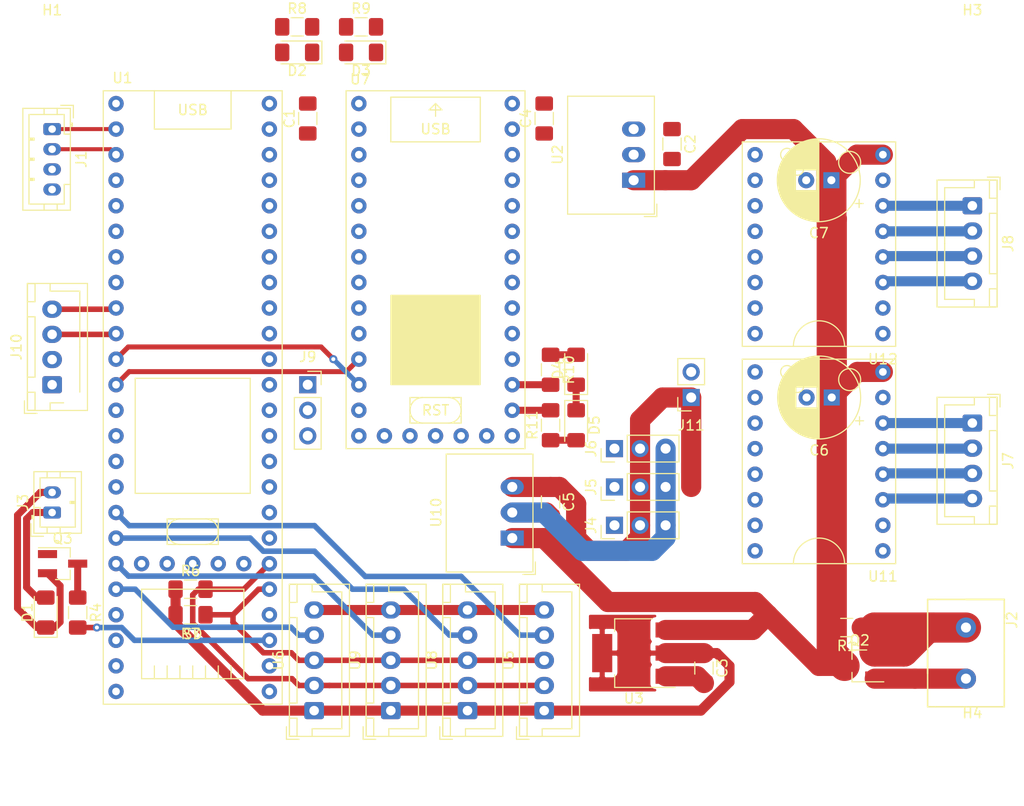
<source format=kicad_pcb>
(kicad_pcb (version 20171130) (host pcbnew 5.1.5-52549c5~86~ubuntu19.04.1)

  (general
    (thickness 1.6)
    (drawings 0)
    (tracks 168)
    (zones 0)
    (modules 47)
    (nets 90)
  )

  (page A4)
  (layers
    (0 F.Cu signal)
    (31 B.Cu signal)
    (32 B.Adhes user)
    (33 F.Adhes user)
    (34 B.Paste user)
    (35 F.Paste user)
    (36 B.SilkS user)
    (37 F.SilkS user)
    (38 B.Mask user)
    (39 F.Mask user)
    (40 Dwgs.User user)
    (41 Cmts.User user)
    (42 Eco1.User user)
    (43 Eco2.User user)
    (44 Edge.Cuts user)
    (45 Margin user)
    (46 B.CrtYd user)
    (47 F.CrtYd user)
    (48 B.Fab user)
    (49 F.Fab user)
  )

  (setup
    (last_trace_width 0.5)
    (user_trace_width 0.4)
    (user_trace_width 0.5)
    (user_trace_width 0.55)
    (user_trace_width 0.7)
    (user_trace_width 1)
    (user_trace_width 2)
    (user_trace_width 3)
    (trace_clearance 0.2)
    (zone_clearance 0.508)
    (zone_45_only no)
    (trace_min 0.2)
    (via_size 0.8)
    (via_drill 0.4)
    (via_min_size 0.4)
    (via_min_drill 0.3)
    (user_via 1.6 0.8)
    (uvia_size 0.3)
    (uvia_drill 0.1)
    (uvias_allowed no)
    (uvia_min_size 0.2)
    (uvia_min_drill 0.1)
    (edge_width 0.05)
    (segment_width 0.2)
    (pcb_text_width 0.3)
    (pcb_text_size 1.5 1.5)
    (mod_edge_width 0.12)
    (mod_text_size 1 1)
    (mod_text_width 0.15)
    (pad_size 1.524 1.524)
    (pad_drill 0.762)
    (pad_to_mask_clearance 0.051)
    (solder_mask_min_width 0.25)
    (aux_axis_origin 0 0)
    (visible_elements FFFFFF7F)
    (pcbplotparams
      (layerselection 0x010fc_ffffffff)
      (usegerberextensions false)
      (usegerberattributes false)
      (usegerberadvancedattributes false)
      (creategerberjobfile false)
      (excludeedgelayer true)
      (linewidth 0.100000)
      (plotframeref false)
      (viasonmask false)
      (mode 1)
      (useauxorigin false)
      (hpglpennumber 1)
      (hpglpenspeed 20)
      (hpglpendiameter 15.000000)
      (psnegative false)
      (psa4output false)
      (plotreference true)
      (plotvalue true)
      (plotinvisibletext false)
      (padsonsilk false)
      (subtractmaskfromsilk false)
      (outputformat 1)
      (mirror false)
      (drillshape 1)
      (scaleselection 1)
      (outputdirectory ""))
  )

  (net 0 "")
  (net 1 +5V)
  (net 2 GND)
  (net 3 +3V3)
  (net 4 +5VP)
  (net 5 +24V)
  (net 6 "Net-(D1-Pad1)")
  (net 7 "Net-(D2-Pad2)")
  (net 8 "Net-(D3-Pad2)")
  (net 9 "Net-(D4-Pad2)")
  (net 10 "Net-(D5-Pad2)")
  (net 11 /RX_LIDAR)
  (net 12 /RX1_strat)
  (net 13 "Net-(J2-Pad2)")
  (net 14 /Servo1)
  (net 15 /Servo2)
  (net 16 /Servo3)
  (net 17 "Net-(J7-Pad4)")
  (net 18 "Net-(J7-Pad3)")
  (net 19 "Net-(J7-Pad2)")
  (net 20 "Net-(J7-Pad1)")
  (net 21 "Net-(J8-Pad4)")
  (net 22 "Net-(J8-Pad3)")
  (net 23 "Net-(J8-Pad2)")
  (net 24 "Net-(J8-Pad1)")
  (net 25 /A0_Reflec_sensor)
  (net 26 "Net-(Q3-Pad1)")
  (net 27 /PWM_LIDAR)
  (net 28 /SDA1_strat)
  (net 29 /SCL1_strat)
  (net 30 /LED_S1)
  (net 31 /LED_S2)
  (net 32 /LED_M1)
  (net 33 /LED_M2)
  (net 34 /3.3V_T36)
  (net 35 "Net-(U1-Pad45)")
  (net 36 "Net-(U1-Pad44)")
  (net 37 "Net-(U1-Pad41)")
  (net 38 "Net-(U1-Pad40)")
  (net 39 "Net-(U1-Pad39)")
  (net 40 "Net-(U1-Pad38)")
  (net 41 "Net-(U1-Pad37)")
  (net 42 "Net-(U1-Pad35)")
  (net 43 "Net-(U1-Pad33)")
  (net 44 "Net-(U1-Pad32)")
  (net 45 "Net-(U1-Pad31)")
  (net 46 "Net-(U1-Pad28)")
  (net 47 /RX_Strat)
  (net 48 /RX_MOVNT)
  (net 49 "Net-(U1-Pad24)")
  (net 50 "Net-(U1-Pad23)")
  (net 51 "Net-(U1-Pad22)")
  (net 52 "Net-(U1-Pad21)")
  (net 53 /XSHUTd)
  (net 54 /XSHUTc)
  (net 55 /XSHUTb)
  (net 56 /XSHUTa)
  (net 57 "Net-(U1-Pad16)")
  (net 58 "Net-(U1-Pad15)")
  (net 59 "Net-(U1-Pad14)")
  (net 60 "Net-(U1-Pad13)")
  (net 61 /TX3_strat)
  (net 62 /RX3_strat)
  (net 63 "Net-(U1-Pad8)")
  (net 64 "Net-(U1-Pad7)")
  (net 65 "Net-(U1-Pad6)")
  (net 66 "Net-(U1-Pad5)")
  (net 67 "Net-(U1-Pad4)")
  (net 68 "Net-(U7-Pad26)")
  (net 69 /EN_TMC2)
  (net 70 /CS_TMC2)
  (net 71 /STEP_TMC2)
  (net 72 /STEP_TMC1)
  (net 73 /DIR_TMC2)
  (net 74 /EN_TMC1)
  (net 75 /CS_TMC1)
  (net 76 /DIR_TMC1)
  (net 77 /SCK_mvnt)
  (net 78 /MISO_mvnt)
  (net 79 /MOSI_mvnt)
  (net 80 "Net-(U7-Pad10)")
  (net 81 "Net-(U7-Pad9)")
  (net 82 "Net-(U7-Pad8)")
  (net 83 "Net-(U7-Pad4)")
  (net 84 "Net-(U7-Pad3)")
  (net 85 "Net-(U7-Pad2)")
  (net 86 "Net-(U11-Pad14)")
  (net 87 "Net-(U12-Pad14)")
  (net 88 "Net-(U1-Pad26)")
  (net 89 "Net-(U1-Pad25)")

  (net_class Default "This is the default net class."
    (clearance 0.2)
    (trace_width 0.25)
    (via_dia 0.8)
    (via_drill 0.4)
    (uvia_dia 0.3)
    (uvia_drill 0.1)
    (add_net +24V)
    (add_net +3V3)
    (add_net +5V)
    (add_net +5VP)
    (add_net /3.3V_T36)
    (add_net /A0_Reflec_sensor)
    (add_net /CS_TMC1)
    (add_net /CS_TMC2)
    (add_net /DIR_TMC1)
    (add_net /DIR_TMC2)
    (add_net /EN_TMC1)
    (add_net /EN_TMC2)
    (add_net /LED_M1)
    (add_net /LED_M2)
    (add_net /LED_S1)
    (add_net /LED_S2)
    (add_net /MISO_mvnt)
    (add_net /MOSI_mvnt)
    (add_net /PWM_LIDAR)
    (add_net /RX1_strat)
    (add_net /RX3_strat)
    (add_net /RX_LIDAR)
    (add_net /RX_MOVNT)
    (add_net /RX_Strat)
    (add_net /SCK_mvnt)
    (add_net /SCL1_strat)
    (add_net /SDA1_strat)
    (add_net /STEP_TMC1)
    (add_net /STEP_TMC2)
    (add_net /Servo1)
    (add_net /Servo2)
    (add_net /Servo3)
    (add_net /TX3_strat)
    (add_net /XSHUTa)
    (add_net /XSHUTb)
    (add_net /XSHUTc)
    (add_net /XSHUTd)
    (add_net GND)
    (add_net "Net-(D1-Pad1)")
    (add_net "Net-(D2-Pad2)")
    (add_net "Net-(D3-Pad2)")
    (add_net "Net-(D4-Pad2)")
    (add_net "Net-(D5-Pad2)")
    (add_net "Net-(J2-Pad2)")
    (add_net "Net-(J7-Pad1)")
    (add_net "Net-(J7-Pad2)")
    (add_net "Net-(J7-Pad3)")
    (add_net "Net-(J7-Pad4)")
    (add_net "Net-(J8-Pad1)")
    (add_net "Net-(J8-Pad2)")
    (add_net "Net-(J8-Pad3)")
    (add_net "Net-(J8-Pad4)")
    (add_net "Net-(Q3-Pad1)")
    (add_net "Net-(U1-Pad13)")
    (add_net "Net-(U1-Pad14)")
    (add_net "Net-(U1-Pad15)")
    (add_net "Net-(U1-Pad16)")
    (add_net "Net-(U1-Pad21)")
    (add_net "Net-(U1-Pad22)")
    (add_net "Net-(U1-Pad23)")
    (add_net "Net-(U1-Pad24)")
    (add_net "Net-(U1-Pad25)")
    (add_net "Net-(U1-Pad26)")
    (add_net "Net-(U1-Pad28)")
    (add_net "Net-(U1-Pad31)")
    (add_net "Net-(U1-Pad32)")
    (add_net "Net-(U1-Pad33)")
    (add_net "Net-(U1-Pad35)")
    (add_net "Net-(U1-Pad37)")
    (add_net "Net-(U1-Pad38)")
    (add_net "Net-(U1-Pad39)")
    (add_net "Net-(U1-Pad4)")
    (add_net "Net-(U1-Pad40)")
    (add_net "Net-(U1-Pad41)")
    (add_net "Net-(U1-Pad44)")
    (add_net "Net-(U1-Pad45)")
    (add_net "Net-(U1-Pad5)")
    (add_net "Net-(U1-Pad6)")
    (add_net "Net-(U1-Pad7)")
    (add_net "Net-(U1-Pad8)")
    (add_net "Net-(U11-Pad14)")
    (add_net "Net-(U12-Pad14)")
    (add_net "Net-(U7-Pad10)")
    (add_net "Net-(U7-Pad2)")
    (add_net "Net-(U7-Pad26)")
    (add_net "Net-(U7-Pad3)")
    (add_net "Net-(U7-Pad4)")
    (add_net "Net-(U7-Pad8)")
    (add_net "Net-(U7-Pad9)")
  )

  (module CFR2020_A:Teensy3.6_RTS (layer F.Cu) (tedit 5E22E5D7) (tstamp 5EA9452B)
    (at 67.31 55.88)
    (path /5E23200A)
    (fp_text reference U1 (at 0.635 -2.54) (layer F.SilkS)
      (effects (font (size 1 1) (thickness 0.15)))
    )
    (fp_text value TEENSY3.5 (at 11.43 -2.54) (layer F.Fab)
      (effects (font (size 1 1) (thickness 0.15)))
    )
    (fp_line (start 1.905 27.305) (end 1.905 38.735) (layer F.SilkS) (width 0.12))
    (fp_line (start 13.335 27.305) (end 1.905 27.305) (layer F.SilkS) (width 0.12))
    (fp_line (start 13.335 38.735) (end 13.335 27.305) (layer F.SilkS) (width 0.12))
    (fp_line (start 1.905 38.735) (end 13.335 38.735) (layer F.SilkS) (width 0.12))
    (fp_arc (start 8.89 42.545) (end 8.89 43.815) (angle -180) (layer F.SilkS) (width 0.12))
    (fp_arc (start 6.35 42.545) (end 6.35 41.275) (angle -180) (layer F.SilkS) (width 0.12))
    (fp_line (start 10.16 43.815) (end 5.08 43.815) (layer F.SilkS) (width 0.12))
    (fp_line (start 10.16 41.275) (end 10.16 43.815) (layer F.SilkS) (width 0.12))
    (fp_line (start 5.08 41.275) (end 10.16 41.275) (layer F.SilkS) (width 0.12))
    (fp_line (start 5.08 43.815) (end 5.08 41.275) (layer F.SilkS) (width 0.12))
    (fp_text user SD (at 7.62 52.705) (layer F.SilkS)
      (effects (font (size 1 1) (thickness 0.15)))
    )
    (fp_text user USB (at 7.62 0.635) (layer F.SilkS)
      (effects (font (size 1 1) (thickness 0.15)))
    )
    (fp_line (start 11.43 2.54) (end 11.43 -1.27) (layer F.SilkS) (width 0.12))
    (fp_line (start 3.81 2.54) (end 11.43 2.54) (layer F.SilkS) (width 0.12))
    (fp_line (start 3.81 -1.27) (end 3.81 2.54) (layer F.SilkS) (width 0.12))
    (fp_line (start 11.43 57.15) (end 11.43 55.88) (layer F.SilkS) (width 0.12))
    (fp_line (start 10.16 57.15) (end 10.16 55.88) (layer F.SilkS) (width 0.12))
    (fp_line (start 8.89 57.15) (end 8.89 55.88) (layer F.SilkS) (width 0.12))
    (fp_line (start 7.62 57.15) (end 7.62 55.88) (layer F.SilkS) (width 0.12))
    (fp_line (start 6.35 57.15) (end 6.35 55.88) (layer F.SilkS) (width 0.12))
    (fp_line (start 5.08 57.15) (end 5.08 55.88) (layer F.SilkS) (width 0.12))
    (fp_line (start 3.81 57.15) (end 3.81 55.88) (layer F.SilkS) (width 0.12))
    (fp_line (start 12.7 57.15) (end 2.54 57.15) (layer F.SilkS) (width 0.12))
    (fp_line (start 12.7 48.26) (end 12.7 57.15) (layer F.SilkS) (width 0.12))
    (fp_line (start 2.54 48.26) (end 12.7 48.26) (layer F.SilkS) (width 0.12))
    (fp_line (start 2.54 57.15) (end 2.54 48.26) (layer F.SilkS) (width 0.12))
    (fp_line (start -1.27 59.69) (end -1.27 0) (layer F.SilkS) (width 0.12))
    (fp_line (start 16.51 59.69) (end -1.27 59.69) (layer F.SilkS) (width 0.12))
    (fp_line (start 16.51 -1.27) (end 16.51 59.69) (layer F.SilkS) (width 0.12))
    (fp_line (start -1.27 -1.27) (end 16.51 -1.27) (layer F.SilkS) (width 0.12))
    (fp_line (start -1.27 0) (end -1.27 -1.27) (layer F.SilkS) (width 0.12))
    (pad 53 thru_hole circle (at 12.7 45.72) (size 1.524 1.524) (drill 0.762) (layers *.Cu *.Mask))
    (pad 52 thru_hole circle (at 10.16 45.72) (size 1.524 1.524) (drill 0.762) (layers *.Cu *.Mask))
    (pad 51 thru_hole circle (at 7.62 45.72) (size 1.524 1.524) (drill 0.762) (layers *.Cu *.Mask))
    (pad 50 thru_hole circle (at 5.08 45.72) (size 1.524 1.524) (drill 0.762) (layers *.Cu *.Mask))
    (pad 49 thru_hole circle (at 2.54 45.72) (size 1.524 1.524) (drill 0.762) (layers *.Cu *.Mask))
    (pad 48 thru_hole circle (at 15.24 0) (size 1.524 1.524) (drill 0.762) (layers *.Cu *.Mask)
      (net 1 +5V))
    (pad 47 thru_hole circle (at 15.24 2.54) (size 1.524 1.524) (drill 0.762) (layers *.Cu *.Mask)
      (net 2 GND))
    (pad 46 thru_hole circle (at 15.24 5.08) (size 1.524 1.524) (drill 0.762) (layers *.Cu *.Mask)
      (net 34 /3.3V_T36))
    (pad 45 thru_hole circle (at 15.24 7.62) (size 1.524 1.524) (drill 0.762) (layers *.Cu *.Mask)
      (net 35 "Net-(U1-Pad45)"))
    (pad 44 thru_hole circle (at 15.24 10.16) (size 1.524 1.524) (drill 0.762) (layers *.Cu *.Mask)
      (net 36 "Net-(U1-Pad44)"))
    (pad 43 thru_hole circle (at 15.24 12.7) (size 1.524 1.524) (drill 0.762) (layers *.Cu *.Mask)
      (net 31 /LED_S2))
    (pad 42 thru_hole circle (at 15.24 15.24) (size 1.524 1.524) (drill 0.762) (layers *.Cu *.Mask)
      (net 30 /LED_S1))
    (pad 41 thru_hole circle (at 15.24 17.78) (size 1.524 1.524) (drill 0.762) (layers *.Cu *.Mask)
      (net 37 "Net-(U1-Pad41)"))
    (pad 40 thru_hole circle (at 15.24 20.32) (size 1.524 1.524) (drill 0.762) (layers *.Cu *.Mask)
      (net 38 "Net-(U1-Pad40)"))
    (pad 39 thru_hole circle (at 15.24 22.86) (size 1.524 1.524) (drill 0.762) (layers *.Cu *.Mask)
      (net 39 "Net-(U1-Pad39)"))
    (pad 38 thru_hole circle (at 15.24 25.4) (size 1.524 1.524) (drill 0.762) (layers *.Cu *.Mask)
      (net 40 "Net-(U1-Pad38)"))
    (pad 37 thru_hole circle (at 15.24 27.94) (size 1.524 1.524) (drill 0.762) (layers *.Cu *.Mask)
      (net 41 "Net-(U1-Pad37)"))
    (pad 36 thru_hole circle (at 15.24 30.48) (size 1.524 1.524) (drill 0.762) (layers *.Cu *.Mask)
      (net 25 /A0_Reflec_sensor))
    (pad 35 thru_hole circle (at 15.24 33.02) (size 1.524 1.524) (drill 0.762) (layers *.Cu *.Mask)
      (net 42 "Net-(U1-Pad35)"))
    (pad 34 thru_hole circle (at 15.24 35.56) (size 1.524 1.524) (drill 0.762) (layers *.Cu *.Mask)
      (net 2 GND))
    (pad 33 thru_hole circle (at 15.24 38.1) (size 1.524 1.524) (drill 0.762) (layers *.Cu *.Mask)
      (net 43 "Net-(U1-Pad33)"))
    (pad 32 thru_hole circle (at 15.24 40.64) (size 1.524 1.524) (drill 0.762) (layers *.Cu *.Mask)
      (net 44 "Net-(U1-Pad32)"))
    (pad 31 thru_hole circle (at 15.24 43.18) (size 1.524 1.524) (drill 0.762) (layers *.Cu *.Mask)
      (net 45 "Net-(U1-Pad31)"))
    (pad 30 thru_hole circle (at 15.24 45.72) (size 1.524 1.524) (drill 0.762) (layers *.Cu *.Mask)
      (net 28 /SDA1_strat))
    (pad 29 thru_hole circle (at 15.24 48.26) (size 1.524 1.524) (drill 0.762) (layers *.Cu *.Mask)
      (net 29 /SCL1_strat))
    (pad 28 thru_hole circle (at 15.24 50.8) (size 1.524 1.524) (drill 0.762) (layers *.Cu *.Mask)
      (net 46 "Net-(U1-Pad28)"))
    (pad 27 thru_hole circle (at 15.24 53.34) (size 1.524 1.524) (drill 0.762) (layers *.Cu *.Mask)
      (net 27 /PWM_LIDAR))
    (pad 26 thru_hole circle (at 15.24 55.88) (size 1.524 1.524) (drill 0.762) (layers *.Cu *.Mask)
      (net 88 "Net-(U1-Pad26)"))
    (pad 25 thru_hole circle (at 15.24 58.42) (size 1.524 1.524) (drill 0.762) (layers *.Cu *.Mask)
      (net 89 "Net-(U1-Pad25)"))
    (pad 24 thru_hole circle (at 0 58.42) (size 1.524 1.524) (drill 0.762) (layers *.Cu *.Mask)
      (net 49 "Net-(U1-Pad24)"))
    (pad 23 thru_hole circle (at 0 55.88) (size 1.524 1.524) (drill 0.762) (layers *.Cu *.Mask)
      (net 50 "Net-(U1-Pad23)"))
    (pad 22 thru_hole circle (at 0 53.34) (size 1.524 1.524) (drill 0.762) (layers *.Cu *.Mask)
      (net 51 "Net-(U1-Pad22)"))
    (pad 21 thru_hole circle (at 0 50.8) (size 1.524 1.524) (drill 0.762) (layers *.Cu *.Mask)
      (net 52 "Net-(U1-Pad21)"))
    (pad 20 thru_hole circle (at 0 48.26) (size 1.524 1.524) (drill 0.762) (layers *.Cu *.Mask)
      (net 53 /XSHUTd))
    (pad 19 thru_hole circle (at 0 45.72) (size 1.524 1.524) (drill 0.762) (layers *.Cu *.Mask)
      (net 54 /XSHUTc))
    (pad 18 thru_hole circle (at 0 43.18) (size 1.524 1.524) (drill 0.762) (layers *.Cu *.Mask)
      (net 55 /XSHUTb))
    (pad 17 thru_hole circle (at 0 40.64) (size 1.524 1.524) (drill 0.762) (layers *.Cu *.Mask)
      (net 56 /XSHUTa))
    (pad 16 thru_hole circle (at 0 38.1) (size 1.524 1.524) (drill 0.762) (layers *.Cu *.Mask)
      (net 57 "Net-(U1-Pad16)"))
    (pad 15 thru_hole circle (at 0 35.56) (size 1.524 1.524) (drill 0.762) (layers *.Cu *.Mask)
      (net 58 "Net-(U1-Pad15)"))
    (pad 14 thru_hole circle (at 0 33.02) (size 1.524 1.524) (drill 0.762) (layers *.Cu *.Mask)
      (net 59 "Net-(U1-Pad14)"))
    (pad 13 thru_hole circle (at 0 30.48) (size 1.524 1.524) (drill 0.762) (layers *.Cu *.Mask)
      (net 60 "Net-(U1-Pad13)"))
    (pad 12 thru_hole circle (at 0 27.94) (size 1.524 1.524) (drill 0.762) (layers *.Cu *.Mask)
      (net 48 /RX_MOVNT))
    (pad 11 thru_hole circle (at 0 25.4) (size 1.524 1.524) (drill 0.762) (layers *.Cu *.Mask)
      (net 47 /RX_Strat))
    (pad 10 thru_hole circle (at 0 22.86) (size 1.524 1.524) (drill 0.762) (layers *.Cu *.Mask)
      (net 61 /TX3_strat))
    (pad 9 thru_hole circle (at 0 20.32) (size 1.524 1.524) (drill 0.762) (layers *.Cu *.Mask)
      (net 62 /RX3_strat))
    (pad 8 thru_hole circle (at 0 17.78) (size 1.524 1.524) (drill 0.762) (layers *.Cu *.Mask)
      (net 63 "Net-(U1-Pad8)"))
    (pad 7 thru_hole circle (at 0 15.24) (size 1.524 1.524) (drill 0.762) (layers *.Cu *.Mask)
      (net 64 "Net-(U1-Pad7)"))
    (pad 6 thru_hole circle (at 0 12.7) (size 1.524 1.524) (drill 0.762) (layers *.Cu *.Mask)
      (net 65 "Net-(U1-Pad6)"))
    (pad 5 thru_hole circle (at 0 10.16) (size 1.524 1.524) (drill 0.762) (layers *.Cu *.Mask)
      (net 66 "Net-(U1-Pad5)"))
    (pad 4 thru_hole circle (at 0 7.62) (size 1.524 1.524) (drill 0.762) (layers *.Cu *.Mask)
      (net 67 "Net-(U1-Pad4)"))
    (pad 3 thru_hole circle (at 0 5.08) (size 1.524 1.524) (drill 0.762) (layers *.Cu *.Mask)
      (net 11 /RX_LIDAR))
    (pad 2 thru_hole circle (at 0 2.54) (size 1.524 1.524) (drill 0.762) (layers *.Cu *.Mask)
      (net 12 /RX1_strat))
    (pad 1 thru_hole circle (at 0 0) (size 1.524 1.524) (drill 0.762) (layers *.Cu *.Mask)
      (net 2 GND))
  )

  (module Connector_JST:JST_XH_B4B-XH-AM_1x04_P2.50mm_Vertical (layer F.Cu) (tedit 5C28146E) (tstamp 5EA4F5BC)
    (at 60.96 83.82 90)
    (descr "JST XH series connector, B4B-XH-AM, with boss (http://www.jst-mfg.com/product/pdf/eng/eXH.pdf), generated with kicad-footprint-generator")
    (tags "connector JST XH vertical boss")
    (path /5EB9C221)
    (fp_text reference J10 (at 3.75 -3.55 90) (layer F.SilkS)
      (effects (font (size 1 1) (thickness 0.15)))
    )
    (fp_text value Conn_01x04_Male (at 3.75 4.6 90) (layer F.Fab)
      (effects (font (size 1 1) (thickness 0.15)))
    )
    (fp_text user %R (at 3.75 2.7 90) (layer F.Fab)
      (effects (font (size 1 1) (thickness 0.15)))
    )
    (fp_line (start -2.85 -2.75) (end -2.85 -1.5) (layer F.SilkS) (width 0.12))
    (fp_line (start -1.6 -2.75) (end -2.85 -2.75) (layer F.SilkS) (width 0.12))
    (fp_line (start 9.3 2.75) (end 3.75 2.75) (layer F.SilkS) (width 0.12))
    (fp_line (start 9.3 -0.2) (end 9.3 2.75) (layer F.SilkS) (width 0.12))
    (fp_line (start 10.05 -0.2) (end 9.3 -0.2) (layer F.SilkS) (width 0.12))
    (fp_line (start 3.75 2.75) (end -0.74 2.75) (layer F.SilkS) (width 0.12))
    (fp_line (start -1.8 -0.2) (end -1.8 1.14) (layer F.SilkS) (width 0.12))
    (fp_line (start -2.55 -0.2) (end -1.8 -0.2) (layer F.SilkS) (width 0.12))
    (fp_line (start 10.05 -2.45) (end 8.25 -2.45) (layer F.SilkS) (width 0.12))
    (fp_line (start 10.05 -1.7) (end 10.05 -2.45) (layer F.SilkS) (width 0.12))
    (fp_line (start 8.25 -1.7) (end 10.05 -1.7) (layer F.SilkS) (width 0.12))
    (fp_line (start 8.25 -2.45) (end 8.25 -1.7) (layer F.SilkS) (width 0.12))
    (fp_line (start -0.75 -2.45) (end -2.55 -2.45) (layer F.SilkS) (width 0.12))
    (fp_line (start -0.75 -1.7) (end -0.75 -2.45) (layer F.SilkS) (width 0.12))
    (fp_line (start -2.55 -1.7) (end -0.75 -1.7) (layer F.SilkS) (width 0.12))
    (fp_line (start -2.55 -2.45) (end -2.55 -1.7) (layer F.SilkS) (width 0.12))
    (fp_line (start 6.75 -2.45) (end 0.75 -2.45) (layer F.SilkS) (width 0.12))
    (fp_line (start 6.75 -1.7) (end 6.75 -2.45) (layer F.SilkS) (width 0.12))
    (fp_line (start 0.75 -1.7) (end 6.75 -1.7) (layer F.SilkS) (width 0.12))
    (fp_line (start 0.75 -2.45) (end 0.75 -1.7) (layer F.SilkS) (width 0.12))
    (fp_line (start 0 -1.35) (end 0.625 -2.35) (layer F.Fab) (width 0.1))
    (fp_line (start -0.625 -2.35) (end 0 -1.35) (layer F.Fab) (width 0.1))
    (fp_line (start 10.45 -2.85) (end -2.95 -2.85) (layer F.CrtYd) (width 0.05))
    (fp_line (start 10.45 3.9) (end 10.45 -2.85) (layer F.CrtYd) (width 0.05))
    (fp_line (start -2.95 3.9) (end 10.45 3.9) (layer F.CrtYd) (width 0.05))
    (fp_line (start -2.95 -2.85) (end -2.95 3.9) (layer F.CrtYd) (width 0.05))
    (fp_line (start 10.06 -2.46) (end -2.56 -2.46) (layer F.SilkS) (width 0.12))
    (fp_line (start 10.06 3.51) (end 10.06 -2.46) (layer F.SilkS) (width 0.12))
    (fp_line (start -2.56 3.51) (end 10.06 3.51) (layer F.SilkS) (width 0.12))
    (fp_line (start -2.56 -2.46) (end -2.56 3.51) (layer F.SilkS) (width 0.12))
    (fp_line (start 9.95 -2.35) (end -2.45 -2.35) (layer F.Fab) (width 0.1))
    (fp_line (start 9.95 3.4) (end 9.95 -2.35) (layer F.Fab) (width 0.1))
    (fp_line (start -2.45 3.4) (end 9.95 3.4) (layer F.Fab) (width 0.1))
    (fp_line (start -2.45 -2.35) (end -2.45 3.4) (layer F.Fab) (width 0.1))
    (pad "" np_thru_hole circle (at -1.6 2 90) (size 1.2 1.2) (drill 1.2) (layers *.Cu *.Mask))
    (pad 4 thru_hole oval (at 7.5 0 90) (size 1.7 1.95) (drill 0.95) (layers *.Cu *.Mask)
      (net 62 /RX3_strat))
    (pad 3 thru_hole oval (at 5 0 90) (size 1.7 1.95) (drill 0.95) (layers *.Cu *.Mask)
      (net 61 /TX3_strat))
    (pad 2 thru_hole oval (at 2.5 0 90) (size 1.7 1.95) (drill 0.95) (layers *.Cu *.Mask)
      (net 2 GND))
    (pad 1 thru_hole roundrect (at 0 0 90) (size 1.7 1.95) (drill 0.95) (layers *.Cu *.Mask) (roundrect_rratio 0.147059)
      (net 1 +5V))
    (model ${KISYS3DMOD}/Connector_JST.3dshapes/JST_XH_B4B-XH-AM_1x04_P2.50mm_Vertical.wrl
      (at (xyz 0 0 0))
      (scale (xyz 1 1 1))
      (rotate (xyz 0 0 0))
    )
  )

  (module rex:BatConn (layer F.Cu) (tedit 5C8A72DF) (tstamp 5EA4C300)
    (at 151.765 110.49 270)
    (path /5E255D01)
    (fp_text reference J2 (at -3.302 -4.572 90) (layer F.SilkS)
      (effects (font (size 1 1) (thickness 0.15)))
    )
    (fp_text value Conn_01x02 (at -0.254 4.572 90) (layer F.Fab)
      (effects (font (size 1 1) (thickness 0.15)))
    )
    (fp_line (start 0 -3.81) (end -3.302 -3.81) (layer F.SilkS) (width 0.15))
    (fp_line (start 0 -3.81) (end 4.064 -3.81) (layer F.SilkS) (width 0.15))
    (fp_line (start 5.334 0) (end 5.334 -3.81) (layer F.SilkS) (width 0.15))
    (fp_line (start 5.334 0) (end 5.334 3.048) (layer F.SilkS) (width 0.15))
    (fp_line (start 5.334 -3.81) (end 4.064 -3.81) (layer F.SilkS) (width 0.15))
    (fp_line (start -5.334 -3.81) (end -5.334 3.048) (layer F.SilkS) (width 0.15))
    (fp_line (start -5.334 0) (end -5.334 -3.81) (layer F.SilkS) (width 0.15))
    (fp_line (start -5.334 -3.81) (end -3.302 -3.81) (layer F.SilkS) (width 0.15))
    (fp_line (start 2.032 3.81) (end 0 3.81) (layer F.SilkS) (width 0.15))
    (fp_line (start 0 3.81) (end 5.334 3.81) (layer F.SilkS) (width 0.15))
    (fp_line (start 0 3.81) (end -5.334 3.81) (layer F.SilkS) (width 0.15))
    (fp_line (start -5.334 3.048) (end -5.334 3.81) (layer F.SilkS) (width 0.15))
    (fp_line (start 5.334 3.81) (end 5.334 3.048) (layer F.SilkS) (width 0.15))
    (pad 2 thru_hole circle (at -2.54 0 270) (size 2 2) (drill 1) (layers *.Cu *.Mask)
      (net 13 "Net-(J2-Pad2)"))
    (pad 1 thru_hole circle (at 2.54 0 270) (size 2 2) (drill 1) (layers *.Cu *.Mask)
      (net 2 GND))
  )

  (module CFR2020_A:TMC2130_breakout (layer F.Cu) (tedit 5E2319A4) (tstamp 5EA4EF6C)
    (at 143.51 78.74 180)
    (path /5E2371C9)
    (fp_text reference U12 (at 0 -2.54) (layer F.SilkS)
      (effects (font (size 1 1) (thickness 0.15)))
    )
    (fp_text value TMC2130 (at 8.89 -2.54) (layer F.Fab)
      (effects (font (size 1 1) (thickness 0.15)))
    )
    (fp_arc (start 6.35 -1.27) (end 3.81 -1.27) (angle -180) (layer F.SilkS) (width 0.12))
    (fp_circle (center 3.302 17.018) (end 4.191 17.653) (layer F.SilkS) (width 0.12))
    (fp_circle (center 8.509 16.383) (end 8.636 17.018) (layer F.SilkS) (width 0.12))
    (fp_circle (center 9.525 17.78) (end 8.89 17.78) (layer F.SilkS) (width 0.12))
    (fp_circle (center 7.62 17.78) (end 8.255 17.78) (layer F.SilkS) (width 0.12))
    (fp_line (start -1.27 19.05) (end -1.27 -1.27) (layer F.SilkS) (width 0.12))
    (fp_line (start 13.97 19.05) (end -1.27 19.05) (layer F.SilkS) (width 0.12))
    (fp_line (start 13.97 -1.27) (end 13.97 19.05) (layer F.SilkS) (width 0.12))
    (fp_line (start -1.27 -1.27) (end 13.97 -1.27) (layer F.SilkS) (width 0.12))
    (pad 16 thru_hole circle (at 12.7 0 180) (size 1.524 1.524) (drill 0.762) (layers *.Cu *.Mask)
      (net 76 /DIR_TMC1))
    (pad 15 thru_hole circle (at 12.7 2.54 180) (size 1.524 1.524) (drill 0.762) (layers *.Cu *.Mask)
      (net 72 /STEP_TMC1))
    (pad 14 thru_hole circle (at 12.7 5.08 180) (size 1.524 1.524) (drill 0.762) (layers *.Cu *.Mask)
      (net 87 "Net-(U12-Pad14)"))
    (pad 13 thru_hole circle (at 12.7 7.62 180) (size 1.524 1.524) (drill 0.762) (layers *.Cu *.Mask)
      (net 78 /MISO_mvnt))
    (pad 12 thru_hole circle (at 12.7 10.16 180) (size 1.524 1.524) (drill 0.762) (layers *.Cu *.Mask)
      (net 75 /CS_TMC1))
    (pad 11 thru_hole circle (at 12.7 12.7 180) (size 1.524 1.524) (drill 0.762) (layers *.Cu *.Mask)
      (net 77 /SCK_mvnt))
    (pad 10 thru_hole circle (at 12.7 15.24 180) (size 1.524 1.524) (drill 0.762) (layers *.Cu *.Mask)
      (net 79 /MOSI_mvnt))
    (pad 9 thru_hole circle (at 12.7 17.78 180) (size 1.524 1.524) (drill 0.762) (layers *.Cu *.Mask)
      (net 74 /EN_TMC1))
    (pad 8 thru_hole circle (at 0 17.78 180) (size 1.524 1.524) (drill 0.762) (layers *.Cu *.Mask)
      (net 5 +24V))
    (pad 7 thru_hole circle (at 0 15.24 180) (size 1.524 1.524) (drill 0.762) (layers *.Cu *.Mask)
      (net 2 GND))
    (pad 6 thru_hole circle (at 0 12.7 180) (size 1.524 1.524) (drill 0.762) (layers *.Cu *.Mask)
      (net 24 "Net-(J8-Pad1)"))
    (pad 5 thru_hole circle (at 0 10.16 180) (size 1.524 1.524) (drill 0.762) (layers *.Cu *.Mask)
      (net 23 "Net-(J8-Pad2)"))
    (pad 4 thru_hole circle (at 0 7.62 180) (size 1.524 1.524) (drill 0.762) (layers *.Cu *.Mask)
      (net 22 "Net-(J8-Pad3)"))
    (pad 3 thru_hole circle (at 0 5.08 180) (size 1.524 1.524) (drill 0.762) (layers *.Cu *.Mask)
      (net 21 "Net-(J8-Pad4)"))
    (pad 2 thru_hole circle (at 0 2.54 180) (size 1.524 1.524) (drill 0.762) (layers *.Cu *.Mask)
      (net 1 +5V))
    (pad 1 thru_hole circle (at 0 0 180) (size 1.524 1.524) (drill 0.762) (layers *.Cu *.Mask)
      (net 2 GND))
  )

  (module CFR2020_A:TMC2130_breakout (layer F.Cu) (tedit 5E2319A4) (tstamp 5EA4ED20)
    (at 143.51 100.33 180)
    (path /5E237FD0)
    (fp_text reference U11 (at 0 -2.54) (layer F.SilkS)
      (effects (font (size 1 1) (thickness 0.15)))
    )
    (fp_text value TMC2130 (at 8.89 -2.54) (layer F.Fab)
      (effects (font (size 1 1) (thickness 0.15)))
    )
    (fp_arc (start 6.35 -1.27) (end 3.81 -1.27) (angle -180) (layer F.SilkS) (width 0.12))
    (fp_circle (center 3.302 17.018) (end 4.191 17.653) (layer F.SilkS) (width 0.12))
    (fp_circle (center 8.509 16.383) (end 8.636 17.018) (layer F.SilkS) (width 0.12))
    (fp_circle (center 9.525 17.78) (end 8.89 17.78) (layer F.SilkS) (width 0.12))
    (fp_circle (center 7.62 17.78) (end 8.255 17.78) (layer F.SilkS) (width 0.12))
    (fp_line (start -1.27 19.05) (end -1.27 -1.27) (layer F.SilkS) (width 0.12))
    (fp_line (start 13.97 19.05) (end -1.27 19.05) (layer F.SilkS) (width 0.12))
    (fp_line (start 13.97 -1.27) (end 13.97 19.05) (layer F.SilkS) (width 0.12))
    (fp_line (start -1.27 -1.27) (end 13.97 -1.27) (layer F.SilkS) (width 0.12))
    (pad 16 thru_hole circle (at 12.7 0 180) (size 1.524 1.524) (drill 0.762) (layers *.Cu *.Mask)
      (net 73 /DIR_TMC2))
    (pad 15 thru_hole circle (at 12.7 2.54 180) (size 1.524 1.524) (drill 0.762) (layers *.Cu *.Mask)
      (net 71 /STEP_TMC2))
    (pad 14 thru_hole circle (at 12.7 5.08 180) (size 1.524 1.524) (drill 0.762) (layers *.Cu *.Mask)
      (net 86 "Net-(U11-Pad14)"))
    (pad 13 thru_hole circle (at 12.7 7.62 180) (size 1.524 1.524) (drill 0.762) (layers *.Cu *.Mask)
      (net 78 /MISO_mvnt))
    (pad 12 thru_hole circle (at 12.7 10.16 180) (size 1.524 1.524) (drill 0.762) (layers *.Cu *.Mask)
      (net 70 /CS_TMC2))
    (pad 11 thru_hole circle (at 12.7 12.7 180) (size 1.524 1.524) (drill 0.762) (layers *.Cu *.Mask)
      (net 77 /SCK_mvnt))
    (pad 10 thru_hole circle (at 12.7 15.24 180) (size 1.524 1.524) (drill 0.762) (layers *.Cu *.Mask)
      (net 79 /MOSI_mvnt))
    (pad 9 thru_hole circle (at 12.7 17.78 180) (size 1.524 1.524) (drill 0.762) (layers *.Cu *.Mask)
      (net 69 /EN_TMC2))
    (pad 8 thru_hole circle (at 0 17.78 180) (size 1.524 1.524) (drill 0.762) (layers *.Cu *.Mask)
      (net 5 +24V))
    (pad 7 thru_hole circle (at 0 15.24 180) (size 1.524 1.524) (drill 0.762) (layers *.Cu *.Mask)
      (net 2 GND))
    (pad 6 thru_hole circle (at 0 12.7 180) (size 1.524 1.524) (drill 0.762) (layers *.Cu *.Mask)
      (net 20 "Net-(J7-Pad1)"))
    (pad 5 thru_hole circle (at 0 10.16 180) (size 1.524 1.524) (drill 0.762) (layers *.Cu *.Mask)
      (net 19 "Net-(J7-Pad2)"))
    (pad 4 thru_hole circle (at 0 7.62 180) (size 1.524 1.524) (drill 0.762) (layers *.Cu *.Mask)
      (net 18 "Net-(J7-Pad3)"))
    (pad 3 thru_hole circle (at 0 5.08 180) (size 1.524 1.524) (drill 0.762) (layers *.Cu *.Mask)
      (net 17 "Net-(J7-Pad4)"))
    (pad 2 thru_hole circle (at 0 2.54 180) (size 1.524 1.524) (drill 0.762) (layers *.Cu *.Mask)
      (net 1 +5V))
    (pad 1 thru_hole circle (at 0 0 180) (size 1.524 1.524) (drill 0.762) (layers *.Cu *.Mask)
      (net 2 GND))
  )

  (module Converter_DCDC:Converter_DCDC_RECOM_R-78E-0.5_THT (layer F.Cu) (tedit 5B741BB0) (tstamp 5EA54E19)
    (at 106.68 99.06 90)
    (descr "DCDC-Converter, RECOM, RECOM_R-78E-0.5, SIP-3, pitch 2.54mm, package size 11.6x8.5x10.4mm^3, https://www.recom-power.com/pdf/Innoline/R-78Exx-0.5.pdf")
    (tags "dc-dc recom buck sip-3 pitch 2.54mm")
    (path /5E5D1739)
    (fp_text reference U10 (at 2.54 -7.56 90) (layer F.SilkS)
      (effects (font (size 1 1) (thickness 0.15)))
    )
    (fp_text value R-78C5.0-1.0 (at 2.54 3 90) (layer F.Fab)
      (effects (font (size 1 1) (thickness 0.15)))
    )
    (fp_text user %R (at 2.54 -2.25 90) (layer F.Fab)
      (effects (font (size 1 1) (thickness 0.15)))
    )
    (fp_line (start 8.54 -6.75) (end -3.57 -6.75) (layer F.CrtYd) (width 0.05))
    (fp_line (start 8.54 2.25) (end 8.54 -6.75) (layer F.CrtYd) (width 0.05))
    (fp_line (start -3.57 2.25) (end 8.54 2.25) (layer F.CrtYd) (width 0.05))
    (fp_line (start -3.57 -6.75) (end -3.57 2.25) (layer F.CrtYd) (width 0.05))
    (fp_line (start -3.611 2.3) (end -2.371 2.3) (layer F.SilkS) (width 0.12))
    (fp_line (start -3.611 1.06) (end -3.611 2.3) (layer F.SilkS) (width 0.12))
    (fp_line (start 8.35 -6.56) (end 8.35 2.06) (layer F.SilkS) (width 0.12))
    (fp_line (start -3.371 -6.56) (end -3.371 2.06) (layer F.SilkS) (width 0.12))
    (fp_line (start -3.371 2.06) (end 8.35 2.06) (layer F.SilkS) (width 0.12))
    (fp_line (start -3.371 -6.56) (end 8.35 -6.56) (layer F.SilkS) (width 0.12))
    (fp_line (start -3.31 1) (end -3.31 -6.5) (layer F.Fab) (width 0.1))
    (fp_line (start -2.31 2) (end -3.31 1) (layer F.Fab) (width 0.1))
    (fp_line (start 8.29 2) (end -2.31 2) (layer F.Fab) (width 0.1))
    (fp_line (start 8.29 -6.5) (end 8.29 2) (layer F.Fab) (width 0.1))
    (fp_line (start -3.31 -6.5) (end 8.29 -6.5) (layer F.Fab) (width 0.1))
    (pad 3 thru_hole oval (at 5.08 0 90) (size 1.5 2.3) (drill 1) (layers *.Cu *.Mask)
      (net 4 +5VP))
    (pad 2 thru_hole oval (at 2.54 0 90) (size 1.5 2.3) (drill 1) (layers *.Cu *.Mask)
      (net 2 GND))
    (pad 1 thru_hole rect (at 0 0 90) (size 1.5 2.3) (drill 1) (layers *.Cu *.Mask)
      (net 5 +24V))
    (model ${KISYS3DMOD}/Converter_DCDC.3dshapes/Converter_DCDC_RECOM_R-78E-0.5_THT.wrl
      (at (xyz 0 0 0))
      (scale (xyz 1 1 1))
      (rotate (xyz 0 0 0))
    )
  )

  (module Connector_JST:JST_XH_B5B-XH-A_1x05_P2.50mm_Vertical (layer F.Cu) (tedit 5C28146C) (tstamp 5EA56716)
    (at 94.615 116.205 90)
    (descr "JST XH series connector, B5B-XH-A (http://www.jst-mfg.com/product/pdf/eng/eXH.pdf), generated with kicad-footprint-generator")
    (tags "connector JST XH vertical")
    (path /5E3B7CF0)
    (fp_text reference U9 (at 5 -3.55 90) (layer F.SilkS)
      (effects (font (size 1 1) (thickness 0.15)))
    )
    (fp_text value VL52L0X_simple (at 5 4.6 90) (layer F.Fab)
      (effects (font (size 1 1) (thickness 0.15)))
    )
    (fp_text user %R (at 5 2.7 90) (layer F.Fab)
      (effects (font (size 1 1) (thickness 0.15)))
    )
    (fp_line (start -2.85 -2.75) (end -2.85 -1.5) (layer F.SilkS) (width 0.12))
    (fp_line (start -1.6 -2.75) (end -2.85 -2.75) (layer F.SilkS) (width 0.12))
    (fp_line (start 11.8 2.75) (end 5 2.75) (layer F.SilkS) (width 0.12))
    (fp_line (start 11.8 -0.2) (end 11.8 2.75) (layer F.SilkS) (width 0.12))
    (fp_line (start 12.55 -0.2) (end 11.8 -0.2) (layer F.SilkS) (width 0.12))
    (fp_line (start -1.8 2.75) (end 5 2.75) (layer F.SilkS) (width 0.12))
    (fp_line (start -1.8 -0.2) (end -1.8 2.75) (layer F.SilkS) (width 0.12))
    (fp_line (start -2.55 -0.2) (end -1.8 -0.2) (layer F.SilkS) (width 0.12))
    (fp_line (start 12.55 -2.45) (end 10.75 -2.45) (layer F.SilkS) (width 0.12))
    (fp_line (start 12.55 -1.7) (end 12.55 -2.45) (layer F.SilkS) (width 0.12))
    (fp_line (start 10.75 -1.7) (end 12.55 -1.7) (layer F.SilkS) (width 0.12))
    (fp_line (start 10.75 -2.45) (end 10.75 -1.7) (layer F.SilkS) (width 0.12))
    (fp_line (start -0.75 -2.45) (end -2.55 -2.45) (layer F.SilkS) (width 0.12))
    (fp_line (start -0.75 -1.7) (end -0.75 -2.45) (layer F.SilkS) (width 0.12))
    (fp_line (start -2.55 -1.7) (end -0.75 -1.7) (layer F.SilkS) (width 0.12))
    (fp_line (start -2.55 -2.45) (end -2.55 -1.7) (layer F.SilkS) (width 0.12))
    (fp_line (start 9.25 -2.45) (end 0.75 -2.45) (layer F.SilkS) (width 0.12))
    (fp_line (start 9.25 -1.7) (end 9.25 -2.45) (layer F.SilkS) (width 0.12))
    (fp_line (start 0.75 -1.7) (end 9.25 -1.7) (layer F.SilkS) (width 0.12))
    (fp_line (start 0.75 -2.45) (end 0.75 -1.7) (layer F.SilkS) (width 0.12))
    (fp_line (start 0 -1.35) (end 0.625 -2.35) (layer F.Fab) (width 0.1))
    (fp_line (start -0.625 -2.35) (end 0 -1.35) (layer F.Fab) (width 0.1))
    (fp_line (start 12.95 -2.85) (end -2.95 -2.85) (layer F.CrtYd) (width 0.05))
    (fp_line (start 12.95 3.9) (end 12.95 -2.85) (layer F.CrtYd) (width 0.05))
    (fp_line (start -2.95 3.9) (end 12.95 3.9) (layer F.CrtYd) (width 0.05))
    (fp_line (start -2.95 -2.85) (end -2.95 3.9) (layer F.CrtYd) (width 0.05))
    (fp_line (start 12.56 -2.46) (end -2.56 -2.46) (layer F.SilkS) (width 0.12))
    (fp_line (start 12.56 3.51) (end 12.56 -2.46) (layer F.SilkS) (width 0.12))
    (fp_line (start -2.56 3.51) (end 12.56 3.51) (layer F.SilkS) (width 0.12))
    (fp_line (start -2.56 -2.46) (end -2.56 3.51) (layer F.SilkS) (width 0.12))
    (fp_line (start 12.45 -2.35) (end -2.45 -2.35) (layer F.Fab) (width 0.1))
    (fp_line (start 12.45 3.4) (end 12.45 -2.35) (layer F.Fab) (width 0.1))
    (fp_line (start -2.45 3.4) (end 12.45 3.4) (layer F.Fab) (width 0.1))
    (fp_line (start -2.45 -2.35) (end -2.45 3.4) (layer F.Fab) (width 0.1))
    (pad 5 thru_hole oval (at 10 0 90) (size 1.7 1.95) (drill 0.95) (layers *.Cu *.Mask)
      (net 2 GND))
    (pad 4 thru_hole oval (at 7.5 0 90) (size 1.7 1.95) (drill 0.95) (layers *.Cu *.Mask)
      (net 54 /XSHUTc))
    (pad 3 thru_hole oval (at 5 0 90) (size 1.7 1.95) (drill 0.95) (layers *.Cu *.Mask)
      (net 29 /SCL1_strat))
    (pad 2 thru_hole oval (at 2.5 0 90) (size 1.7 1.95) (drill 0.95) (layers *.Cu *.Mask)
      (net 28 /SDA1_strat))
    (pad 1 thru_hole roundrect (at 0 0 90) (size 1.7 1.95) (drill 0.95) (layers *.Cu *.Mask) (roundrect_rratio 0.147059)
      (net 3 +3V3))
    (model ${KISYS3DMOD}/Connector_JST.3dshapes/JST_XH_B5B-XH-A_1x05_P2.50mm_Vertical.wrl
      (at (xyz 0 0 0))
      (scale (xyz 1 1 1))
      (rotate (xyz 0 0 0))
    )
  )

  (module Connector_JST:JST_XH_B5B-XH-A_1x05_P2.50mm_Vertical (layer F.Cu) (tedit 5C28146C) (tstamp 5EA56899)
    (at 102.235 116.205 90)
    (descr "JST XH series connector, B5B-XH-A (http://www.jst-mfg.com/product/pdf/eng/eXH.pdf), generated with kicad-footprint-generator")
    (tags "connector JST XH vertical")
    (path /5E3B74E9)
    (fp_text reference U8 (at 5 -3.55 90) (layer F.SilkS)
      (effects (font (size 1 1) (thickness 0.15)))
    )
    (fp_text value VL52L0X_simple (at 5 4.6 90) (layer F.Fab)
      (effects (font (size 1 1) (thickness 0.15)))
    )
    (fp_text user %R (at 5 2.7 90) (layer F.Fab)
      (effects (font (size 1 1) (thickness 0.15)))
    )
    (fp_line (start -2.85 -2.75) (end -2.85 -1.5) (layer F.SilkS) (width 0.12))
    (fp_line (start -1.6 -2.75) (end -2.85 -2.75) (layer F.SilkS) (width 0.12))
    (fp_line (start 11.8 2.75) (end 5 2.75) (layer F.SilkS) (width 0.12))
    (fp_line (start 11.8 -0.2) (end 11.8 2.75) (layer F.SilkS) (width 0.12))
    (fp_line (start 12.55 -0.2) (end 11.8 -0.2) (layer F.SilkS) (width 0.12))
    (fp_line (start -1.8 2.75) (end 5 2.75) (layer F.SilkS) (width 0.12))
    (fp_line (start -1.8 -0.2) (end -1.8 2.75) (layer F.SilkS) (width 0.12))
    (fp_line (start -2.55 -0.2) (end -1.8 -0.2) (layer F.SilkS) (width 0.12))
    (fp_line (start 12.55 -2.45) (end 10.75 -2.45) (layer F.SilkS) (width 0.12))
    (fp_line (start 12.55 -1.7) (end 12.55 -2.45) (layer F.SilkS) (width 0.12))
    (fp_line (start 10.75 -1.7) (end 12.55 -1.7) (layer F.SilkS) (width 0.12))
    (fp_line (start 10.75 -2.45) (end 10.75 -1.7) (layer F.SilkS) (width 0.12))
    (fp_line (start -0.75 -2.45) (end -2.55 -2.45) (layer F.SilkS) (width 0.12))
    (fp_line (start -0.75 -1.7) (end -0.75 -2.45) (layer F.SilkS) (width 0.12))
    (fp_line (start -2.55 -1.7) (end -0.75 -1.7) (layer F.SilkS) (width 0.12))
    (fp_line (start -2.55 -2.45) (end -2.55 -1.7) (layer F.SilkS) (width 0.12))
    (fp_line (start 9.25 -2.45) (end 0.75 -2.45) (layer F.SilkS) (width 0.12))
    (fp_line (start 9.25 -1.7) (end 9.25 -2.45) (layer F.SilkS) (width 0.12))
    (fp_line (start 0.75 -1.7) (end 9.25 -1.7) (layer F.SilkS) (width 0.12))
    (fp_line (start 0.75 -2.45) (end 0.75 -1.7) (layer F.SilkS) (width 0.12))
    (fp_line (start 0 -1.35) (end 0.625 -2.35) (layer F.Fab) (width 0.1))
    (fp_line (start -0.625 -2.35) (end 0 -1.35) (layer F.Fab) (width 0.1))
    (fp_line (start 12.95 -2.85) (end -2.95 -2.85) (layer F.CrtYd) (width 0.05))
    (fp_line (start 12.95 3.9) (end 12.95 -2.85) (layer F.CrtYd) (width 0.05))
    (fp_line (start -2.95 3.9) (end 12.95 3.9) (layer F.CrtYd) (width 0.05))
    (fp_line (start -2.95 -2.85) (end -2.95 3.9) (layer F.CrtYd) (width 0.05))
    (fp_line (start 12.56 -2.46) (end -2.56 -2.46) (layer F.SilkS) (width 0.12))
    (fp_line (start 12.56 3.51) (end 12.56 -2.46) (layer F.SilkS) (width 0.12))
    (fp_line (start -2.56 3.51) (end 12.56 3.51) (layer F.SilkS) (width 0.12))
    (fp_line (start -2.56 -2.46) (end -2.56 3.51) (layer F.SilkS) (width 0.12))
    (fp_line (start 12.45 -2.35) (end -2.45 -2.35) (layer F.Fab) (width 0.1))
    (fp_line (start 12.45 3.4) (end 12.45 -2.35) (layer F.Fab) (width 0.1))
    (fp_line (start -2.45 3.4) (end 12.45 3.4) (layer F.Fab) (width 0.1))
    (fp_line (start -2.45 -2.35) (end -2.45 3.4) (layer F.Fab) (width 0.1))
    (pad 5 thru_hole oval (at 10 0 90) (size 1.7 1.95) (drill 0.95) (layers *.Cu *.Mask)
      (net 2 GND))
    (pad 4 thru_hole oval (at 7.5 0 90) (size 1.7 1.95) (drill 0.95) (layers *.Cu *.Mask)
      (net 55 /XSHUTb))
    (pad 3 thru_hole oval (at 5 0 90) (size 1.7 1.95) (drill 0.95) (layers *.Cu *.Mask)
      (net 29 /SCL1_strat))
    (pad 2 thru_hole oval (at 2.5 0 90) (size 1.7 1.95) (drill 0.95) (layers *.Cu *.Mask)
      (net 28 /SDA1_strat))
    (pad 1 thru_hole roundrect (at 0 0 90) (size 1.7 1.95) (drill 0.95) (layers *.Cu *.Mask) (roundrect_rratio 0.147059)
      (net 3 +3V3))
    (model ${KISYS3DMOD}/Connector_JST.3dshapes/JST_XH_B5B-XH-A_1x05_P2.50mm_Vertical.wrl
      (at (xyz 0 0 0))
      (scale (xyz 1 1 1))
      (rotate (xyz 0 0 0))
    )
  )

  (module RTS:TEENSY3.2_RTS (layer F.Cu) (tedit 5E1D7FE5) (tstamp 5EA4C5E6)
    (at 91.44 55.88)
    (path /5E23169B)
    (fp_text reference U7 (at 0.127 -2.413) (layer F.SilkS)
      (effects (font (size 1 1) (thickness 0.15)))
    )
    (fp_text value TEENSY3.2 (at 12.573 -2.032) (layer F.Fab)
      (effects (font (size 1 1) (thickness 0.15)))
    )
    (fp_poly (pts (xy 12.065 27.94) (xy 3.175 27.94) (xy 3.175 19.05) (xy 12.065 19.05)) (layer F.SilkS) (width 0.1))
    (fp_text user RST (at 7.62 30.48) (layer F.SilkS)
      (effects (font (size 1 1) (thickness 0.15)))
    )
    (fp_line (start 8.255 0.635) (end 7.62 0) (layer F.SilkS) (width 0.12))
    (fp_line (start 6.985 0.635) (end 8.255 0.635) (layer F.SilkS) (width 0.12))
    (fp_line (start 7.62 0) (end 6.985 0.635) (layer F.SilkS) (width 0.12))
    (fp_line (start 7.62 0) (end 7.62 1.27) (layer F.SilkS) (width 0.12))
    (fp_text user USB (at 7.62 2.54) (layer F.SilkS)
      (effects (font (size 1 1) (thickness 0.15)))
    )
    (fp_line (start 12.065 -0.635) (end 3.175 -0.635) (layer F.SilkS) (width 0.12))
    (fp_line (start 12.065 3.81) (end 12.065 -0.635) (layer F.SilkS) (width 0.12))
    (fp_line (start 3.175 3.81) (end 12.065 3.81) (layer F.SilkS) (width 0.12))
    (fp_line (start 3.175 -0.635) (end 3.175 3.81) (layer F.SilkS) (width 0.12))
    (fp_arc (start 8.89 30.48) (end 8.89 31.75) (angle -180) (layer F.SilkS) (width 0.12))
    (fp_arc (start 6.35 30.48) (end 6.35 29.21) (angle -180) (layer F.SilkS) (width 0.12))
    (fp_line (start 10.16 31.75) (end 7.62 31.75) (layer F.SilkS) (width 0.12))
    (fp_line (start 10.16 29.21) (end 10.16 31.75) (layer F.SilkS) (width 0.12))
    (fp_line (start 5.08 29.21) (end 10.16 29.21) (layer F.SilkS) (width 0.12))
    (fp_line (start 5.08 31.75) (end 5.08 29.21) (layer F.SilkS) (width 0.12))
    (fp_line (start 7.62 31.75) (end 5.08 31.75) (layer F.SilkS) (width 0.12))
    (fp_line (start 16.51 -1.27) (end -1.27 -1.27) (layer F.SilkS) (width 0.12))
    (fp_line (start 16.51 34.29) (end 16.51 -1.27) (layer F.SilkS) (width 0.12))
    (fp_line (start -1.27 34.29) (end 16.51 34.29) (layer F.SilkS) (width 0.12))
    (fp_line (start -1.27 -1.27) (end -1.27 34.29) (layer F.SilkS) (width 0.12))
    (pad 33 thru_hole circle (at 12.7 33.02) (size 1.524 1.524) (drill 0.762) (layers *.Cu *.Mask))
    (pad 32 thru_hole circle (at 10.16 33.02) (size 1.524 1.524) (drill 0.762) (layers *.Cu *.Mask))
    (pad 31 thru_hole circle (at 7.62 33.02) (size 1.524 1.524) (drill 0.762) (layers *.Cu *.Mask))
    (pad 30 thru_hole circle (at 5.08 33.02) (size 1.524 1.524) (drill 0.762) (layers *.Cu *.Mask))
    (pad 29 thru_hole circle (at 2.54 33.02) (size 1.524 1.524) (drill 0.762) (layers *.Cu *.Mask))
    (pad 28 thru_hole circle (at 15.24 0) (size 1.524 1.524) (drill 0.762) (layers *.Cu *.Mask)
      (net 1 +5V))
    (pad 27 thru_hole circle (at 15.24 2.54) (size 1.524 1.524) (drill 0.762) (layers *.Cu *.Mask)
      (net 2 GND))
    (pad 26 thru_hole circle (at 15.24 5.08) (size 1.524 1.524) (drill 0.762) (layers *.Cu *.Mask)
      (net 68 "Net-(U7-Pad26)"))
    (pad 25 thru_hole circle (at 15.24 7.62) (size 1.524 1.524) (drill 0.762) (layers *.Cu *.Mask)
      (net 69 /EN_TMC2))
    (pad 24 thru_hole circle (at 15.24 10.16) (size 1.524 1.524) (drill 0.762) (layers *.Cu *.Mask)
      (net 70 /CS_TMC2))
    (pad 23 thru_hole circle (at 15.24 12.7) (size 1.524 1.524) (drill 0.762) (layers *.Cu *.Mask)
      (net 71 /STEP_TMC2))
    (pad 22 thru_hole circle (at 15.24 15.24) (size 1.524 1.524) (drill 0.762) (layers *.Cu *.Mask)
      (net 72 /STEP_TMC1))
    (pad 21 thru_hole circle (at 15.24 17.78) (size 1.524 1.524) (drill 0.762) (layers *.Cu *.Mask)
      (net 73 /DIR_TMC2))
    (pad 20 thru_hole circle (at 15.24 20.32) (size 1.524 1.524) (drill 0.762) (layers *.Cu *.Mask)
      (net 74 /EN_TMC1))
    (pad 19 thru_hole circle (at 15.24 22.86) (size 1.524 1.524) (drill 0.762) (layers *.Cu *.Mask)
      (net 75 /CS_TMC1))
    (pad 18 thru_hole circle (at 15.24 25.4) (size 1.524 1.524) (drill 0.762) (layers *.Cu *.Mask)
      (net 76 /DIR_TMC1))
    (pad 17 thru_hole circle (at 15.24 27.94) (size 1.524 1.524) (drill 0.762) (layers *.Cu *.Mask)
      (net 32 /LED_M1))
    (pad 16 thru_hole circle (at 15.24 30.48) (size 1.524 1.524) (drill 0.762) (layers *.Cu *.Mask)
      (net 33 /LED_M2))
    (pad 15 thru_hole circle (at 15.24 33.02) (size 1.524 1.524) (drill 0.762) (layers *.Cu *.Mask)
      (net 77 /SCK_mvnt))
    (pad 14 thru_hole circle (at 0 33.02) (size 1.524 1.524) (drill 0.762) (layers *.Cu *.Mask)
      (net 78 /MISO_mvnt))
    (pad 13 thru_hole circle (at 0 30.48) (size 1.524 1.524) (drill 0.762) (layers *.Cu *.Mask)
      (net 79 /MOSI_mvnt))
    (pad 12 thru_hole circle (at 0 27.94) (size 1.524 1.524) (drill 0.762) (layers *.Cu *.Mask)
      (net 47 /RX_Strat))
    (pad 11 thru_hole circle (at 0 25.4) (size 1.524 1.524) (drill 0.762) (layers *.Cu *.Mask)
      (net 48 /RX_MOVNT))
    (pad 10 thru_hole circle (at 0 22.86) (size 1.524 1.524) (drill 0.762) (layers *.Cu *.Mask)
      (net 80 "Net-(U7-Pad10)"))
    (pad 9 thru_hole circle (at 0 20.32) (size 1.524 1.524) (drill 0.762) (layers *.Cu *.Mask)
      (net 81 "Net-(U7-Pad9)"))
    (pad 8 thru_hole circle (at 0 17.78) (size 1.524 1.524) (drill 0.762) (layers *.Cu *.Mask)
      (net 82 "Net-(U7-Pad8)"))
    (pad 7 thru_hole circle (at 0 15.24) (size 1.524 1.524) (drill 0.762) (layers *.Cu *.Mask)
      (net 16 /Servo3))
    (pad 6 thru_hole circle (at 0 12.7) (size 1.524 1.524) (drill 0.762) (layers *.Cu *.Mask)
      (net 15 /Servo2))
    (pad 5 thru_hole circle (at 0 10.16) (size 1.524 1.524) (drill 0.762) (layers *.Cu *.Mask)
      (net 14 /Servo1))
    (pad 4 thru_hole circle (at 0 7.62) (size 1.524 1.524) (drill 0.762) (layers *.Cu *.Mask)
      (net 83 "Net-(U7-Pad4)"))
    (pad 3 thru_hole circle (at 0 5.08) (size 1.524 1.524) (drill 0.762) (layers *.Cu *.Mask)
      (net 84 "Net-(U7-Pad3)"))
    (pad 2 thru_hole circle (at 0 2.54) (size 1.524 1.524) (drill 0.762) (layers *.Cu *.Mask)
      (net 85 "Net-(U7-Pad2)"))
    (pad 1 thru_hole circle (at 0 0) (size 1.524 1.524) (drill 0.762) (layers *.Cu *.Mask)
      (net 2 GND))
  )

  (module Connector_JST:JST_XH_B5B-XH-A_1x05_P2.50mm_Vertical (layer F.Cu) (tedit 5C28146C) (tstamp 5EA56818)
    (at 86.995 116.205 90)
    (descr "JST XH series connector, B5B-XH-A (http://www.jst-mfg.com/product/pdf/eng/eXH.pdf), generated with kicad-footprint-generator")
    (tags "connector JST XH vertical")
    (path /5E3B703B)
    (fp_text reference U6 (at 5 -3.55 90) (layer F.SilkS)
      (effects (font (size 1 1) (thickness 0.15)))
    )
    (fp_text value VL52L0X_simple (at 5 4.6 90) (layer F.Fab)
      (effects (font (size 1 1) (thickness 0.15)))
    )
    (fp_text user %R (at 5 2.7 90) (layer F.Fab)
      (effects (font (size 1 1) (thickness 0.15)))
    )
    (fp_line (start -2.85 -2.75) (end -2.85 -1.5) (layer F.SilkS) (width 0.12))
    (fp_line (start -1.6 -2.75) (end -2.85 -2.75) (layer F.SilkS) (width 0.12))
    (fp_line (start 11.8 2.75) (end 5 2.75) (layer F.SilkS) (width 0.12))
    (fp_line (start 11.8 -0.2) (end 11.8 2.75) (layer F.SilkS) (width 0.12))
    (fp_line (start 12.55 -0.2) (end 11.8 -0.2) (layer F.SilkS) (width 0.12))
    (fp_line (start -1.8 2.75) (end 5 2.75) (layer F.SilkS) (width 0.12))
    (fp_line (start -1.8 -0.2) (end -1.8 2.75) (layer F.SilkS) (width 0.12))
    (fp_line (start -2.55 -0.2) (end -1.8 -0.2) (layer F.SilkS) (width 0.12))
    (fp_line (start 12.55 -2.45) (end 10.75 -2.45) (layer F.SilkS) (width 0.12))
    (fp_line (start 12.55 -1.7) (end 12.55 -2.45) (layer F.SilkS) (width 0.12))
    (fp_line (start 10.75 -1.7) (end 12.55 -1.7) (layer F.SilkS) (width 0.12))
    (fp_line (start 10.75 -2.45) (end 10.75 -1.7) (layer F.SilkS) (width 0.12))
    (fp_line (start -0.75 -2.45) (end -2.55 -2.45) (layer F.SilkS) (width 0.12))
    (fp_line (start -0.75 -1.7) (end -0.75 -2.45) (layer F.SilkS) (width 0.12))
    (fp_line (start -2.55 -1.7) (end -0.75 -1.7) (layer F.SilkS) (width 0.12))
    (fp_line (start -2.55 -2.45) (end -2.55 -1.7) (layer F.SilkS) (width 0.12))
    (fp_line (start 9.25 -2.45) (end 0.75 -2.45) (layer F.SilkS) (width 0.12))
    (fp_line (start 9.25 -1.7) (end 9.25 -2.45) (layer F.SilkS) (width 0.12))
    (fp_line (start 0.75 -1.7) (end 9.25 -1.7) (layer F.SilkS) (width 0.12))
    (fp_line (start 0.75 -2.45) (end 0.75 -1.7) (layer F.SilkS) (width 0.12))
    (fp_line (start 0 -1.35) (end 0.625 -2.35) (layer F.Fab) (width 0.1))
    (fp_line (start -0.625 -2.35) (end 0 -1.35) (layer F.Fab) (width 0.1))
    (fp_line (start 12.95 -2.85) (end -2.95 -2.85) (layer F.CrtYd) (width 0.05))
    (fp_line (start 12.95 3.9) (end 12.95 -2.85) (layer F.CrtYd) (width 0.05))
    (fp_line (start -2.95 3.9) (end 12.95 3.9) (layer F.CrtYd) (width 0.05))
    (fp_line (start -2.95 -2.85) (end -2.95 3.9) (layer F.CrtYd) (width 0.05))
    (fp_line (start 12.56 -2.46) (end -2.56 -2.46) (layer F.SilkS) (width 0.12))
    (fp_line (start 12.56 3.51) (end 12.56 -2.46) (layer F.SilkS) (width 0.12))
    (fp_line (start -2.56 3.51) (end 12.56 3.51) (layer F.SilkS) (width 0.12))
    (fp_line (start -2.56 -2.46) (end -2.56 3.51) (layer F.SilkS) (width 0.12))
    (fp_line (start 12.45 -2.35) (end -2.45 -2.35) (layer F.Fab) (width 0.1))
    (fp_line (start 12.45 3.4) (end 12.45 -2.35) (layer F.Fab) (width 0.1))
    (fp_line (start -2.45 3.4) (end 12.45 3.4) (layer F.Fab) (width 0.1))
    (fp_line (start -2.45 -2.35) (end -2.45 3.4) (layer F.Fab) (width 0.1))
    (pad 5 thru_hole oval (at 10 0 90) (size 1.7 1.95) (drill 0.95) (layers *.Cu *.Mask)
      (net 2 GND))
    (pad 4 thru_hole oval (at 7.5 0 90) (size 1.7 1.95) (drill 0.95) (layers *.Cu *.Mask)
      (net 53 /XSHUTd))
    (pad 3 thru_hole oval (at 5 0 90) (size 1.7 1.95) (drill 0.95) (layers *.Cu *.Mask)
      (net 29 /SCL1_strat))
    (pad 2 thru_hole oval (at 2.5 0 90) (size 1.7 1.95) (drill 0.95) (layers *.Cu *.Mask)
      (net 28 /SDA1_strat))
    (pad 1 thru_hole roundrect (at 0 0 90) (size 1.7 1.95) (drill 0.95) (layers *.Cu *.Mask) (roundrect_rratio 0.147059)
      (net 3 +3V3))
    (model ${KISYS3DMOD}/Connector_JST.3dshapes/JST_XH_B5B-XH-A_1x05_P2.50mm_Vertical.wrl
      (at (xyz 0 0 0))
      (scale (xyz 1 1 1))
      (rotate (xyz 0 0 0))
    )
  )

  (module Connector_JST:JST_XH_B5B-XH-A_1x05_P2.50mm_Vertical (layer F.Cu) (tedit 5C28146C) (tstamp 5EA56797)
    (at 109.855 116.205 90)
    (descr "JST XH series connector, B5B-XH-A (http://www.jst-mfg.com/product/pdf/eng/eXH.pdf), generated with kicad-footprint-generator")
    (tags "connector JST XH vertical")
    (path /5E3B6E09)
    (fp_text reference U5 (at 5 -3.55 90) (layer F.SilkS)
      (effects (font (size 1 1) (thickness 0.15)))
    )
    (fp_text value VL52L0X_simple (at 5 4.6 90) (layer F.Fab)
      (effects (font (size 1 1) (thickness 0.15)))
    )
    (fp_text user %R (at 5 2.7 90) (layer F.Fab)
      (effects (font (size 1 1) (thickness 0.15)))
    )
    (fp_line (start -2.85 -2.75) (end -2.85 -1.5) (layer F.SilkS) (width 0.12))
    (fp_line (start -1.6 -2.75) (end -2.85 -2.75) (layer F.SilkS) (width 0.12))
    (fp_line (start 11.8 2.75) (end 5 2.75) (layer F.SilkS) (width 0.12))
    (fp_line (start 11.8 -0.2) (end 11.8 2.75) (layer F.SilkS) (width 0.12))
    (fp_line (start 12.55 -0.2) (end 11.8 -0.2) (layer F.SilkS) (width 0.12))
    (fp_line (start -1.8 2.75) (end 5 2.75) (layer F.SilkS) (width 0.12))
    (fp_line (start -1.8 -0.2) (end -1.8 2.75) (layer F.SilkS) (width 0.12))
    (fp_line (start -2.55 -0.2) (end -1.8 -0.2) (layer F.SilkS) (width 0.12))
    (fp_line (start 12.55 -2.45) (end 10.75 -2.45) (layer F.SilkS) (width 0.12))
    (fp_line (start 12.55 -1.7) (end 12.55 -2.45) (layer F.SilkS) (width 0.12))
    (fp_line (start 10.75 -1.7) (end 12.55 -1.7) (layer F.SilkS) (width 0.12))
    (fp_line (start 10.75 -2.45) (end 10.75 -1.7) (layer F.SilkS) (width 0.12))
    (fp_line (start -0.75 -2.45) (end -2.55 -2.45) (layer F.SilkS) (width 0.12))
    (fp_line (start -0.75 -1.7) (end -0.75 -2.45) (layer F.SilkS) (width 0.12))
    (fp_line (start -2.55 -1.7) (end -0.75 -1.7) (layer F.SilkS) (width 0.12))
    (fp_line (start -2.55 -2.45) (end -2.55 -1.7) (layer F.SilkS) (width 0.12))
    (fp_line (start 9.25 -2.45) (end 0.75 -2.45) (layer F.SilkS) (width 0.12))
    (fp_line (start 9.25 -1.7) (end 9.25 -2.45) (layer F.SilkS) (width 0.12))
    (fp_line (start 0.75 -1.7) (end 9.25 -1.7) (layer F.SilkS) (width 0.12))
    (fp_line (start 0.75 -2.45) (end 0.75 -1.7) (layer F.SilkS) (width 0.12))
    (fp_line (start 0 -1.35) (end 0.625 -2.35) (layer F.Fab) (width 0.1))
    (fp_line (start -0.625 -2.35) (end 0 -1.35) (layer F.Fab) (width 0.1))
    (fp_line (start 12.95 -2.85) (end -2.95 -2.85) (layer F.CrtYd) (width 0.05))
    (fp_line (start 12.95 3.9) (end 12.95 -2.85) (layer F.CrtYd) (width 0.05))
    (fp_line (start -2.95 3.9) (end 12.95 3.9) (layer F.CrtYd) (width 0.05))
    (fp_line (start -2.95 -2.85) (end -2.95 3.9) (layer F.CrtYd) (width 0.05))
    (fp_line (start 12.56 -2.46) (end -2.56 -2.46) (layer F.SilkS) (width 0.12))
    (fp_line (start 12.56 3.51) (end 12.56 -2.46) (layer F.SilkS) (width 0.12))
    (fp_line (start -2.56 3.51) (end 12.56 3.51) (layer F.SilkS) (width 0.12))
    (fp_line (start -2.56 -2.46) (end -2.56 3.51) (layer F.SilkS) (width 0.12))
    (fp_line (start 12.45 -2.35) (end -2.45 -2.35) (layer F.Fab) (width 0.1))
    (fp_line (start 12.45 3.4) (end 12.45 -2.35) (layer F.Fab) (width 0.1))
    (fp_line (start -2.45 3.4) (end 12.45 3.4) (layer F.Fab) (width 0.1))
    (fp_line (start -2.45 -2.35) (end -2.45 3.4) (layer F.Fab) (width 0.1))
    (pad 5 thru_hole oval (at 10 0 90) (size 1.7 1.95) (drill 0.95) (layers *.Cu *.Mask)
      (net 2 GND))
    (pad 4 thru_hole oval (at 7.5 0 90) (size 1.7 1.95) (drill 0.95) (layers *.Cu *.Mask)
      (net 56 /XSHUTa))
    (pad 3 thru_hole oval (at 5 0 90) (size 1.7 1.95) (drill 0.95) (layers *.Cu *.Mask)
      (net 29 /SCL1_strat))
    (pad 2 thru_hole oval (at 2.5 0 90) (size 1.7 1.95) (drill 0.95) (layers *.Cu *.Mask)
      (net 28 /SDA1_strat))
    (pad 1 thru_hole roundrect (at 0 0 90) (size 1.7 1.95) (drill 0.95) (layers *.Cu *.Mask) (roundrect_rratio 0.147059)
      (net 3 +3V3))
    (model ${KISYS3DMOD}/Connector_JST.3dshapes/JST_XH_B5B-XH-A_1x05_P2.50mm_Vertical.wrl
      (at (xyz 0 0 0))
      (scale (xyz 1 1 1))
      (rotate (xyz 0 0 0))
    )
  )

  (module Package_TO_SOT_SMD:SOT-223-3_TabPin2 (layer F.Cu) (tedit 5A02FF57) (tstamp 5EA50197)
    (at 118.77 110.49 180)
    (descr "module CMS SOT223 4 pins")
    (tags "CMS SOT")
    (path /5E51A1BE)
    (attr smd)
    (fp_text reference U3 (at 0 -4.5) (layer F.SilkS)
      (effects (font (size 1 1) (thickness 0.15)))
    )
    (fp_text value AMS1117-3.3 (at 0 4.5) (layer F.Fab)
      (effects (font (size 1 1) (thickness 0.15)))
    )
    (fp_line (start 1.85 -3.35) (end 1.85 3.35) (layer F.Fab) (width 0.1))
    (fp_line (start -1.85 3.35) (end 1.85 3.35) (layer F.Fab) (width 0.1))
    (fp_line (start -4.1 -3.41) (end 1.91 -3.41) (layer F.SilkS) (width 0.12))
    (fp_line (start -0.85 -3.35) (end 1.85 -3.35) (layer F.Fab) (width 0.1))
    (fp_line (start -1.85 3.41) (end 1.91 3.41) (layer F.SilkS) (width 0.12))
    (fp_line (start -1.85 -2.35) (end -1.85 3.35) (layer F.Fab) (width 0.1))
    (fp_line (start -1.85 -2.35) (end -0.85 -3.35) (layer F.Fab) (width 0.1))
    (fp_line (start -4.4 -3.6) (end -4.4 3.6) (layer F.CrtYd) (width 0.05))
    (fp_line (start -4.4 3.6) (end 4.4 3.6) (layer F.CrtYd) (width 0.05))
    (fp_line (start 4.4 3.6) (end 4.4 -3.6) (layer F.CrtYd) (width 0.05))
    (fp_line (start 4.4 -3.6) (end -4.4 -3.6) (layer F.CrtYd) (width 0.05))
    (fp_line (start 1.91 -3.41) (end 1.91 -2.15) (layer F.SilkS) (width 0.12))
    (fp_line (start 1.91 3.41) (end 1.91 2.15) (layer F.SilkS) (width 0.12))
    (fp_text user %R (at 0 0 90) (layer F.Fab)
      (effects (font (size 0.8 0.8) (thickness 0.12)))
    )
    (pad 1 smd rect (at -3.15 -2.3 180) (size 2 1.5) (layers F.Cu F.Paste F.Mask)
      (net 2 GND))
    (pad 3 smd rect (at -3.15 2.3 180) (size 2 1.5) (layers F.Cu F.Paste F.Mask)
      (net 5 +24V))
    (pad 2 smd rect (at -3.15 0 180) (size 2 1.5) (layers F.Cu F.Paste F.Mask)
      (net 3 +3V3))
    (pad 2 smd rect (at 3.15 0 180) (size 2 3.8) (layers F.Cu F.Paste F.Mask)
      (net 3 +3V3))
    (model ${KISYS3DMOD}/Package_TO_SOT_SMD.3dshapes/SOT-223.wrl
      (at (xyz 0 0 0))
      (scale (xyz 1 1 1))
      (rotate (xyz 0 0 0))
    )
  )

  (module Converter_DCDC:Converter_DCDC_RECOM_R-78E-0.5_THT (layer F.Cu) (tedit 5B741BB0) (tstamp 5EA55959)
    (at 118.745 63.5 90)
    (descr "DCDC-Converter, RECOM, RECOM_R-78E-0.5, SIP-3, pitch 2.54mm, package size 11.6x8.5x10.4mm^3, https://www.recom-power.com/pdf/Innoline/R-78Exx-0.5.pdf")
    (tags "dc-dc recom buck sip-3 pitch 2.54mm")
    (path /5E23B2FC)
    (fp_text reference U2 (at 2.54 -7.56 90) (layer F.SilkS)
      (effects (font (size 1 1) (thickness 0.15)))
    )
    (fp_text value R-78C5.0-1.0 (at 2.54 3 90) (layer F.Fab)
      (effects (font (size 1 1) (thickness 0.15)))
    )
    (fp_text user %R (at 2.54 -2.25 90) (layer F.Fab)
      (effects (font (size 1 1) (thickness 0.15)))
    )
    (fp_line (start 8.54 -6.75) (end -3.57 -6.75) (layer F.CrtYd) (width 0.05))
    (fp_line (start 8.54 2.25) (end 8.54 -6.75) (layer F.CrtYd) (width 0.05))
    (fp_line (start -3.57 2.25) (end 8.54 2.25) (layer F.CrtYd) (width 0.05))
    (fp_line (start -3.57 -6.75) (end -3.57 2.25) (layer F.CrtYd) (width 0.05))
    (fp_line (start -3.611 2.3) (end -2.371 2.3) (layer F.SilkS) (width 0.12))
    (fp_line (start -3.611 1.06) (end -3.611 2.3) (layer F.SilkS) (width 0.12))
    (fp_line (start 8.35 -6.56) (end 8.35 2.06) (layer F.SilkS) (width 0.12))
    (fp_line (start -3.371 -6.56) (end -3.371 2.06) (layer F.SilkS) (width 0.12))
    (fp_line (start -3.371 2.06) (end 8.35 2.06) (layer F.SilkS) (width 0.12))
    (fp_line (start -3.371 -6.56) (end 8.35 -6.56) (layer F.SilkS) (width 0.12))
    (fp_line (start -3.31 1) (end -3.31 -6.5) (layer F.Fab) (width 0.1))
    (fp_line (start -2.31 2) (end -3.31 1) (layer F.Fab) (width 0.1))
    (fp_line (start 8.29 2) (end -2.31 2) (layer F.Fab) (width 0.1))
    (fp_line (start 8.29 -6.5) (end 8.29 2) (layer F.Fab) (width 0.1))
    (fp_line (start -3.31 -6.5) (end 8.29 -6.5) (layer F.Fab) (width 0.1))
    (pad 3 thru_hole oval (at 5.08 0 90) (size 1.5 2.3) (drill 1) (layers *.Cu *.Mask)
      (net 1 +5V))
    (pad 2 thru_hole oval (at 2.54 0 90) (size 1.5 2.3) (drill 1) (layers *.Cu *.Mask)
      (net 2 GND))
    (pad 1 thru_hole rect (at 0 0 90) (size 1.5 2.3) (drill 1) (layers *.Cu *.Mask)
      (net 5 +24V))
    (model ${KISYS3DMOD}/Converter_DCDC.3dshapes/Converter_DCDC_RECOM_R-78E-0.5_THT.wrl
      (at (xyz 0 0 0))
      (scale (xyz 1 1 1))
      (rotate (xyz 0 0 0))
    )
  )

  (module Resistor_SMD:R_1206_3216Metric_Pad1.42x1.75mm_HandSolder (layer F.Cu) (tedit 5B301BBD) (tstamp 5EA580A0)
    (at 110.49 87.8475 90)
    (descr "Resistor SMD 1206 (3216 Metric), square (rectangular) end terminal, IPC_7351 nominal with elongated pad for handsoldering. (Body size source: http://www.tortai-tech.com/upload/download/2011102023233369053.pdf), generated with kicad-footprint-generator")
    (tags "resistor handsolder")
    (path /5E57A1B5)
    (attr smd)
    (fp_text reference R11 (at 0 -1.82 90) (layer F.SilkS)
      (effects (font (size 1 1) (thickness 0.15)))
    )
    (fp_text value 1kR (at 0 1.82 90) (layer F.Fab)
      (effects (font (size 1 1) (thickness 0.15)))
    )
    (fp_text user %R (at 0 0 90) (layer F.Fab)
      (effects (font (size 0.8 0.8) (thickness 0.12)))
    )
    (fp_line (start 2.45 1.12) (end -2.45 1.12) (layer F.CrtYd) (width 0.05))
    (fp_line (start 2.45 -1.12) (end 2.45 1.12) (layer F.CrtYd) (width 0.05))
    (fp_line (start -2.45 -1.12) (end 2.45 -1.12) (layer F.CrtYd) (width 0.05))
    (fp_line (start -2.45 1.12) (end -2.45 -1.12) (layer F.CrtYd) (width 0.05))
    (fp_line (start -0.602064 0.91) (end 0.602064 0.91) (layer F.SilkS) (width 0.12))
    (fp_line (start -0.602064 -0.91) (end 0.602064 -0.91) (layer F.SilkS) (width 0.12))
    (fp_line (start 1.6 0.8) (end -1.6 0.8) (layer F.Fab) (width 0.1))
    (fp_line (start 1.6 -0.8) (end 1.6 0.8) (layer F.Fab) (width 0.1))
    (fp_line (start -1.6 -0.8) (end 1.6 -0.8) (layer F.Fab) (width 0.1))
    (fp_line (start -1.6 0.8) (end -1.6 -0.8) (layer F.Fab) (width 0.1))
    (pad 2 smd roundrect (at 1.4875 0 90) (size 1.425 1.75) (layers F.Cu F.Paste F.Mask) (roundrect_rratio 0.175439)
      (net 33 /LED_M2))
    (pad 1 smd roundrect (at -1.4875 0 90) (size 1.425 1.75) (layers F.Cu F.Paste F.Mask) (roundrect_rratio 0.175439)
      (net 10 "Net-(D5-Pad2)"))
    (model ${KISYS3DMOD}/Resistor_SMD.3dshapes/R_1206_3216Metric.wrl
      (at (xyz 0 0 0))
      (scale (xyz 1 1 1))
      (rotate (xyz 0 0 0))
    )
  )

  (module Resistor_SMD:R_1206_3216Metric_Pad1.42x1.75mm_HandSolder (layer F.Cu) (tedit 5B301BBD) (tstamp 5EA4C4BD)
    (at 110.49 82.3325 270)
    (descr "Resistor SMD 1206 (3216 Metric), square (rectangular) end terminal, IPC_7351 nominal with elongated pad for handsoldering. (Body size source: http://www.tortai-tech.com/upload/download/2011102023233369053.pdf), generated with kicad-footprint-generator")
    (tags "resistor handsolder")
    (path /5E573E76)
    (attr smd)
    (fp_text reference R10 (at 0 -1.82 90) (layer F.SilkS)
      (effects (font (size 1 1) (thickness 0.15)))
    )
    (fp_text value 1kR (at 0 1.82 90) (layer F.Fab)
      (effects (font (size 1 1) (thickness 0.15)))
    )
    (fp_text user %R (at 0 0 90) (layer F.Fab)
      (effects (font (size 0.8 0.8) (thickness 0.12)))
    )
    (fp_line (start 2.45 1.12) (end -2.45 1.12) (layer F.CrtYd) (width 0.05))
    (fp_line (start 2.45 -1.12) (end 2.45 1.12) (layer F.CrtYd) (width 0.05))
    (fp_line (start -2.45 -1.12) (end 2.45 -1.12) (layer F.CrtYd) (width 0.05))
    (fp_line (start -2.45 1.12) (end -2.45 -1.12) (layer F.CrtYd) (width 0.05))
    (fp_line (start -0.602064 0.91) (end 0.602064 0.91) (layer F.SilkS) (width 0.12))
    (fp_line (start -0.602064 -0.91) (end 0.602064 -0.91) (layer F.SilkS) (width 0.12))
    (fp_line (start 1.6 0.8) (end -1.6 0.8) (layer F.Fab) (width 0.1))
    (fp_line (start 1.6 -0.8) (end 1.6 0.8) (layer F.Fab) (width 0.1))
    (fp_line (start -1.6 -0.8) (end 1.6 -0.8) (layer F.Fab) (width 0.1))
    (fp_line (start -1.6 0.8) (end -1.6 -0.8) (layer F.Fab) (width 0.1))
    (pad 2 smd roundrect (at 1.4875 0 270) (size 1.425 1.75) (layers F.Cu F.Paste F.Mask) (roundrect_rratio 0.175439)
      (net 32 /LED_M1))
    (pad 1 smd roundrect (at -1.4875 0 270) (size 1.425 1.75) (layers F.Cu F.Paste F.Mask) (roundrect_rratio 0.175439)
      (net 9 "Net-(D4-Pad2)"))
    (model ${KISYS3DMOD}/Resistor_SMD.3dshapes/R_1206_3216Metric.wrl
      (at (xyz 0 0 0))
      (scale (xyz 1 1 1))
      (rotate (xyz 0 0 0))
    )
  )

  (module Resistor_SMD:R_1206_3216Metric_Pad1.42x1.75mm_HandSolder (layer F.Cu) (tedit 5B301BBD) (tstamp 5EA555BA)
    (at 91.6575 48.26)
    (descr "Resistor SMD 1206 (3216 Metric), square (rectangular) end terminal, IPC_7351 nominal with elongated pad for handsoldering. (Body size source: http://www.tortai-tech.com/upload/download/2011102023233369053.pdf), generated with kicad-footprint-generator")
    (tags "resistor handsolder")
    (path /5E583DC6)
    (attr smd)
    (fp_text reference R9 (at 0 -1.82) (layer F.SilkS)
      (effects (font (size 1 1) (thickness 0.15)))
    )
    (fp_text value 1kR (at 0 1.82) (layer F.Fab)
      (effects (font (size 1 1) (thickness 0.15)))
    )
    (fp_text user %R (at 0 0) (layer F.Fab)
      (effects (font (size 0.8 0.8) (thickness 0.12)))
    )
    (fp_line (start 2.45 1.12) (end -2.45 1.12) (layer F.CrtYd) (width 0.05))
    (fp_line (start 2.45 -1.12) (end 2.45 1.12) (layer F.CrtYd) (width 0.05))
    (fp_line (start -2.45 -1.12) (end 2.45 -1.12) (layer F.CrtYd) (width 0.05))
    (fp_line (start -2.45 1.12) (end -2.45 -1.12) (layer F.CrtYd) (width 0.05))
    (fp_line (start -0.602064 0.91) (end 0.602064 0.91) (layer F.SilkS) (width 0.12))
    (fp_line (start -0.602064 -0.91) (end 0.602064 -0.91) (layer F.SilkS) (width 0.12))
    (fp_line (start 1.6 0.8) (end -1.6 0.8) (layer F.Fab) (width 0.1))
    (fp_line (start 1.6 -0.8) (end 1.6 0.8) (layer F.Fab) (width 0.1))
    (fp_line (start -1.6 -0.8) (end 1.6 -0.8) (layer F.Fab) (width 0.1))
    (fp_line (start -1.6 0.8) (end -1.6 -0.8) (layer F.Fab) (width 0.1))
    (pad 2 smd roundrect (at 1.4875 0) (size 1.425 1.75) (layers F.Cu F.Paste F.Mask) (roundrect_rratio 0.175439)
      (net 31 /LED_S2))
    (pad 1 smd roundrect (at -1.4875 0) (size 1.425 1.75) (layers F.Cu F.Paste F.Mask) (roundrect_rratio 0.175439)
      (net 8 "Net-(D3-Pad2)"))
    (model ${KISYS3DMOD}/Resistor_SMD.3dshapes/R_1206_3216Metric.wrl
      (at (xyz 0 0 0))
      (scale (xyz 1 1 1))
      (rotate (xyz 0 0 0))
    )
  )

  (module Resistor_SMD:R_1206_3216Metric_Pad1.42x1.75mm_HandSolder (layer F.Cu) (tedit 5B301BBD) (tstamp 5EA555EA)
    (at 85.3075 48.26)
    (descr "Resistor SMD 1206 (3216 Metric), square (rectangular) end terminal, IPC_7351 nominal with elongated pad for handsoldering. (Body size source: http://www.tortai-tech.com/upload/download/2011102023233369053.pdf), generated with kicad-footprint-generator")
    (tags "resistor handsolder")
    (path /5E58266A)
    (attr smd)
    (fp_text reference R8 (at 0 -1.82) (layer F.SilkS)
      (effects (font (size 1 1) (thickness 0.15)))
    )
    (fp_text value 1kR (at 0 1.82) (layer F.Fab)
      (effects (font (size 1 1) (thickness 0.15)))
    )
    (fp_text user %R (at 0 0) (layer F.Fab)
      (effects (font (size 0.8 0.8) (thickness 0.12)))
    )
    (fp_line (start 2.45 1.12) (end -2.45 1.12) (layer F.CrtYd) (width 0.05))
    (fp_line (start 2.45 -1.12) (end 2.45 1.12) (layer F.CrtYd) (width 0.05))
    (fp_line (start -2.45 -1.12) (end 2.45 -1.12) (layer F.CrtYd) (width 0.05))
    (fp_line (start -2.45 1.12) (end -2.45 -1.12) (layer F.CrtYd) (width 0.05))
    (fp_line (start -0.602064 0.91) (end 0.602064 0.91) (layer F.SilkS) (width 0.12))
    (fp_line (start -0.602064 -0.91) (end 0.602064 -0.91) (layer F.SilkS) (width 0.12))
    (fp_line (start 1.6 0.8) (end -1.6 0.8) (layer F.Fab) (width 0.1))
    (fp_line (start 1.6 -0.8) (end 1.6 0.8) (layer F.Fab) (width 0.1))
    (fp_line (start -1.6 -0.8) (end 1.6 -0.8) (layer F.Fab) (width 0.1))
    (fp_line (start -1.6 0.8) (end -1.6 -0.8) (layer F.Fab) (width 0.1))
    (pad 2 smd roundrect (at 1.4875 0) (size 1.425 1.75) (layers F.Cu F.Paste F.Mask) (roundrect_rratio 0.175439)
      (net 30 /LED_S1))
    (pad 1 smd roundrect (at -1.4875 0) (size 1.425 1.75) (layers F.Cu F.Paste F.Mask) (roundrect_rratio 0.175439)
      (net 7 "Net-(D2-Pad2)"))
    (model ${KISYS3DMOD}/Resistor_SMD.3dshapes/R_1206_3216Metric.wrl
      (at (xyz 0 0 0))
      (scale (xyz 1 1 1))
      (rotate (xyz 0 0 0))
    )
  )

  (module Resistor_SMD:R_1206_3216Metric_Pad1.42x1.75mm_HandSolder (layer F.Cu) (tedit 5B301BBD) (tstamp 5EA589A4)
    (at 74.7125 106.68)
    (descr "Resistor SMD 1206 (3216 Metric), square (rectangular) end terminal, IPC_7351 nominal with elongated pad for handsoldering. (Body size source: http://www.tortai-tech.com/upload/download/2011102023233369053.pdf), generated with kicad-footprint-generator")
    (tags "resistor handsolder")
    (path /5E3D7F89)
    (attr smd)
    (fp_text reference R7 (at 0 1.905 -180) (layer F.SilkS)
      (effects (font (size 1 1) (thickness 0.15)))
    )
    (fp_text value R (at 0 1.82 -180) (layer F.Fab)
      (effects (font (size 1 1) (thickness 0.15)))
    )
    (fp_text user %R (at 0 0 -180) (layer F.Fab)
      (effects (font (size 0.8 0.8) (thickness 0.12)))
    )
    (fp_line (start 2.45 1.12) (end -2.45 1.12) (layer F.CrtYd) (width 0.05))
    (fp_line (start 2.45 -1.12) (end 2.45 1.12) (layer F.CrtYd) (width 0.05))
    (fp_line (start -2.45 -1.12) (end 2.45 -1.12) (layer F.CrtYd) (width 0.05))
    (fp_line (start -2.45 1.12) (end -2.45 -1.12) (layer F.CrtYd) (width 0.05))
    (fp_line (start -0.602064 0.91) (end 0.602064 0.91) (layer F.SilkS) (width 0.12))
    (fp_line (start -0.602064 -0.91) (end 0.602064 -0.91) (layer F.SilkS) (width 0.12))
    (fp_line (start 1.6 0.8) (end -1.6 0.8) (layer F.Fab) (width 0.1))
    (fp_line (start 1.6 -0.8) (end 1.6 0.8) (layer F.Fab) (width 0.1))
    (fp_line (start -1.6 -0.8) (end 1.6 -0.8) (layer F.Fab) (width 0.1))
    (fp_line (start -1.6 0.8) (end -1.6 -0.8) (layer F.Fab) (width 0.1))
    (pad 2 smd roundrect (at 1.4875 0) (size 1.425 1.75) (layers F.Cu F.Paste F.Mask) (roundrect_rratio 0.175439)
      (net 29 /SCL1_strat))
    (pad 1 smd roundrect (at -1.4875 0) (size 1.425 1.75) (layers F.Cu F.Paste F.Mask) (roundrect_rratio 0.175439)
      (net 3 +3V3))
    (model ${KISYS3DMOD}/Resistor_SMD.3dshapes/R_1206_3216Metric.wrl
      (at (xyz 0 0 0))
      (scale (xyz 1 1 1))
      (rotate (xyz 0 0 0))
    )
  )

  (module Resistor_SMD:R_1206_3216Metric_Pad1.42x1.75mm_HandSolder (layer F.Cu) (tedit 5B301BBD) (tstamp 5EA590C8)
    (at 74.7125 104.14)
    (descr "Resistor SMD 1206 (3216 Metric), square (rectangular) end terminal, IPC_7351 nominal with elongated pad for handsoldering. (Body size source: http://www.tortai-tech.com/upload/download/2011102023233369053.pdf), generated with kicad-footprint-generator")
    (tags "resistor handsolder")
    (path /5E3D7B7F)
    (attr smd)
    (fp_text reference R6 (at 0 -1.82) (layer F.SilkS)
      (effects (font (size 1 1) (thickness 0.15)))
    )
    (fp_text value R (at 0 1.82) (layer F.Fab)
      (effects (font (size 1 1) (thickness 0.15)))
    )
    (fp_text user %R (at 0 0) (layer F.Fab)
      (effects (font (size 0.8 0.8) (thickness 0.12)))
    )
    (fp_line (start 2.45 1.12) (end -2.45 1.12) (layer F.CrtYd) (width 0.05))
    (fp_line (start 2.45 -1.12) (end 2.45 1.12) (layer F.CrtYd) (width 0.05))
    (fp_line (start -2.45 -1.12) (end 2.45 -1.12) (layer F.CrtYd) (width 0.05))
    (fp_line (start -2.45 1.12) (end -2.45 -1.12) (layer F.CrtYd) (width 0.05))
    (fp_line (start -0.602064 0.91) (end 0.602064 0.91) (layer F.SilkS) (width 0.12))
    (fp_line (start -0.602064 -0.91) (end 0.602064 -0.91) (layer F.SilkS) (width 0.12))
    (fp_line (start 1.6 0.8) (end -1.6 0.8) (layer F.Fab) (width 0.1))
    (fp_line (start 1.6 -0.8) (end 1.6 0.8) (layer F.Fab) (width 0.1))
    (fp_line (start -1.6 -0.8) (end 1.6 -0.8) (layer F.Fab) (width 0.1))
    (fp_line (start -1.6 0.8) (end -1.6 -0.8) (layer F.Fab) (width 0.1))
    (pad 2 smd roundrect (at 1.4875 0) (size 1.425 1.75) (layers F.Cu F.Paste F.Mask) (roundrect_rratio 0.175439)
      (net 28 /SDA1_strat))
    (pad 1 smd roundrect (at -1.4875 0) (size 1.425 1.75) (layers F.Cu F.Paste F.Mask) (roundrect_rratio 0.175439)
      (net 3 +3V3))
    (model ${KISYS3DMOD}/Resistor_SMD.3dshapes/R_1206_3216Metric.wrl
      (at (xyz 0 0 0))
      (scale (xyz 1 1 1))
      (rotate (xyz 0 0 0))
    )
  )

  (module Resistor_SMD:R_1206_3216Metric_Pad1.42x1.75mm_HandSolder (layer F.Cu) (tedit 5B301BBD) (tstamp 5EA96008)
    (at 63.5 106.4625 270)
    (descr "Resistor SMD 1206 (3216 Metric), square (rectangular) end terminal, IPC_7351 nominal with elongated pad for handsoldering. (Body size source: http://www.tortai-tech.com/upload/download/2011102023233369053.pdf), generated with kicad-footprint-generator")
    (tags "resistor handsolder")
    (path /5E55AB63)
    (attr smd)
    (fp_text reference R4 (at 0 -1.82 90) (layer F.SilkS)
      (effects (font (size 1 1) (thickness 0.15)))
    )
    (fp_text value R (at 0 1.82 90) (layer F.Fab)
      (effects (font (size 1 1) (thickness 0.15)))
    )
    (fp_text user %R (at 0 0 90) (layer F.Fab)
      (effects (font (size 0.8 0.8) (thickness 0.12)))
    )
    (fp_line (start 2.45 1.12) (end -2.45 1.12) (layer F.CrtYd) (width 0.05))
    (fp_line (start 2.45 -1.12) (end 2.45 1.12) (layer F.CrtYd) (width 0.05))
    (fp_line (start -2.45 -1.12) (end 2.45 -1.12) (layer F.CrtYd) (width 0.05))
    (fp_line (start -2.45 1.12) (end -2.45 -1.12) (layer F.CrtYd) (width 0.05))
    (fp_line (start -0.602064 0.91) (end 0.602064 0.91) (layer F.SilkS) (width 0.12))
    (fp_line (start -0.602064 -0.91) (end 0.602064 -0.91) (layer F.SilkS) (width 0.12))
    (fp_line (start 1.6 0.8) (end -1.6 0.8) (layer F.Fab) (width 0.1))
    (fp_line (start 1.6 -0.8) (end 1.6 0.8) (layer F.Fab) (width 0.1))
    (fp_line (start -1.6 -0.8) (end 1.6 -0.8) (layer F.Fab) (width 0.1))
    (fp_line (start -1.6 0.8) (end -1.6 -0.8) (layer F.Fab) (width 0.1))
    (pad 2 smd roundrect (at 1.4875 0 270) (size 1.425 1.75) (layers F.Cu F.Paste F.Mask) (roundrect_rratio 0.175439)
      (net 27 /PWM_LIDAR))
    (pad 1 smd roundrect (at -1.4875 0 270) (size 1.425 1.75) (layers F.Cu F.Paste F.Mask) (roundrect_rratio 0.175439)
      (net 26 "Net-(Q3-Pad1)"))
    (model ${KISYS3DMOD}/Resistor_SMD.3dshapes/R_1206_3216Metric.wrl
      (at (xyz 0 0 0))
      (scale (xyz 1 1 1))
      (rotate (xyz 0 0 0))
    )
  )

  (module Resistor_SMD:R_1206_3216Metric_Pad1.42x1.75mm_HandSolder (layer F.Cu) (tedit 5B301BBD) (tstamp 5EA4C457)
    (at 139.9175 107.95 180)
    (descr "Resistor SMD 1206 (3216 Metric), square (rectangular) end terminal, IPC_7351 nominal with elongated pad for handsoldering. (Body size source: http://www.tortai-tech.com/upload/download/2011102023233369053.pdf), generated with kicad-footprint-generator")
    (tags "resistor handsolder")
    (path /5E7BF3BA)
    (attr smd)
    (fp_text reference R1 (at 0 -1.82) (layer F.SilkS)
      (effects (font (size 1 1) (thickness 0.15)))
    )
    (fp_text value 0R_Jumper (at 0 1.82) (layer F.Fab)
      (effects (font (size 1 1) (thickness 0.15)))
    )
    (fp_text user %R (at 0 0) (layer F.Fab)
      (effects (font (size 0.8 0.8) (thickness 0.12)))
    )
    (fp_line (start 2.45 1.12) (end -2.45 1.12) (layer F.CrtYd) (width 0.05))
    (fp_line (start 2.45 -1.12) (end 2.45 1.12) (layer F.CrtYd) (width 0.05))
    (fp_line (start -2.45 -1.12) (end 2.45 -1.12) (layer F.CrtYd) (width 0.05))
    (fp_line (start -2.45 1.12) (end -2.45 -1.12) (layer F.CrtYd) (width 0.05))
    (fp_line (start -0.602064 0.91) (end 0.602064 0.91) (layer F.SilkS) (width 0.12))
    (fp_line (start -0.602064 -0.91) (end 0.602064 -0.91) (layer F.SilkS) (width 0.12))
    (fp_line (start 1.6 0.8) (end -1.6 0.8) (layer F.Fab) (width 0.1))
    (fp_line (start 1.6 -0.8) (end 1.6 0.8) (layer F.Fab) (width 0.1))
    (fp_line (start -1.6 -0.8) (end 1.6 -0.8) (layer F.Fab) (width 0.1))
    (fp_line (start -1.6 0.8) (end -1.6 -0.8) (layer F.Fab) (width 0.1))
    (pad 2 smd roundrect (at 1.4875 0 180) (size 1.425 1.75) (layers F.Cu F.Paste F.Mask) (roundrect_rratio 0.175439)
      (net 5 +24V))
    (pad 1 smd roundrect (at -1.4875 0 180) (size 1.425 1.75) (layers F.Cu F.Paste F.Mask) (roundrect_rratio 0.175439)
      (net 13 "Net-(J2-Pad2)"))
    (model ${KISYS3DMOD}/Resistor_SMD.3dshapes/R_1206_3216Metric.wrl
      (at (xyz 0 0 0))
      (scale (xyz 1 1 1))
      (rotate (xyz 0 0 0))
    )
  )

  (module CFR2020_A:SOT-23_DGS_Handsoldering (layer F.Cu) (tedit 5E23184B) (tstamp 5EA96140)
    (at 62 101.6)
    (descr "SOT-23, Handsoldering")
    (tags SOT-23)
    (path /5E559255)
    (attr smd)
    (fp_text reference Q3 (at 0 -2.5) (layer F.SilkS)
      (effects (font (size 1 1) (thickness 0.15)))
    )
    (fp_text value PMBT2222A_215 (at 0 2.5) (layer F.Fab)
      (effects (font (size 1 1) (thickness 0.15)))
    )
    (fp_line (start 0.76 1.58) (end -0.7 1.58) (layer F.SilkS) (width 0.12))
    (fp_line (start -0.7 1.52) (end 0.7 1.52) (layer F.Fab) (width 0.1))
    (fp_line (start 0.7 -1.52) (end 0.7 1.52) (layer F.Fab) (width 0.1))
    (fp_line (start -0.7 -0.95) (end -0.15 -1.52) (layer F.Fab) (width 0.1))
    (fp_line (start -0.15 -1.52) (end 0.7 -1.52) (layer F.Fab) (width 0.1))
    (fp_line (start -0.7 -0.95) (end -0.7 1.5) (layer F.Fab) (width 0.1))
    (fp_line (start 0.76 -1.58) (end -2.4 -1.58) (layer F.SilkS) (width 0.12))
    (fp_line (start -2.7 1.75) (end -2.7 -1.75) (layer F.CrtYd) (width 0.05))
    (fp_line (start 2.7 1.75) (end -2.7 1.75) (layer F.CrtYd) (width 0.05))
    (fp_line (start 2.7 -1.75) (end 2.7 1.75) (layer F.CrtYd) (width 0.05))
    (fp_line (start -2.7 -1.75) (end 2.7 -1.75) (layer F.CrtYd) (width 0.05))
    (fp_line (start 0.76 -1.58) (end 0.76 -0.65) (layer F.SilkS) (width 0.12))
    (fp_line (start 0.76 1.58) (end 0.76 0.65) (layer F.SilkS) (width 0.12))
    (fp_text user %R (at 0 0 90) (layer F.Fab)
      (effects (font (size 0.5 0.5) (thickness 0.075)))
    )
    (pad 1 smd rect (at 1.5 0) (size 1.9 0.8) (layers F.Cu F.Paste F.Mask)
      (net 26 "Net-(Q3-Pad1)"))
    (pad 3 smd rect (at -1.5 0.95) (size 1.9 0.8) (layers F.Cu F.Paste F.Mask)
      (net 6 "Net-(D1-Pad1)"))
    (pad 2 smd rect (at -1.5 -0.95) (size 1.9 0.8) (layers F.Cu F.Paste F.Mask)
      (net 2 GND))
    (model ${KISYS3DMOD}/Package_TO_SOT_SMD.3dshapes/SOT-23.wrl
      (at (xyz 0 0 0))
      (scale (xyz 1 1 1))
      (rotate (xyz 0 0 0))
    )
  )

  (module CFR2020_A:SOT-23_DGS_Handsoldering (layer F.Cu) (tedit 5E23184B) (tstamp 5EA4C431)
    (at 141.2 111.76 180)
    (descr "SOT-23, Handsoldering")
    (tags SOT-23)
    (path /5E25145F)
    (attr smd)
    (fp_text reference Q2 (at 0 2.54) (layer F.SilkS)
      (effects (font (size 1 1) (thickness 0.15)))
    )
    (fp_text value Q_PMOS_DGS (at 0 2.5) (layer F.Fab)
      (effects (font (size 1 1) (thickness 0.15)))
    )
    (fp_line (start 0.76 1.58) (end -0.7 1.58) (layer F.SilkS) (width 0.12))
    (fp_line (start -0.7 1.52) (end 0.7 1.52) (layer F.Fab) (width 0.1))
    (fp_line (start 0.7 -1.52) (end 0.7 1.52) (layer F.Fab) (width 0.1))
    (fp_line (start -0.7 -0.95) (end -0.15 -1.52) (layer F.Fab) (width 0.1))
    (fp_line (start -0.15 -1.52) (end 0.7 -1.52) (layer F.Fab) (width 0.1))
    (fp_line (start -0.7 -0.95) (end -0.7 1.5) (layer F.Fab) (width 0.1))
    (fp_line (start 0.76 -1.58) (end -2.4 -1.58) (layer F.SilkS) (width 0.12))
    (fp_line (start -2.7 1.75) (end -2.7 -1.75) (layer F.CrtYd) (width 0.05))
    (fp_line (start 2.7 1.75) (end -2.7 1.75) (layer F.CrtYd) (width 0.05))
    (fp_line (start 2.7 -1.75) (end 2.7 1.75) (layer F.CrtYd) (width 0.05))
    (fp_line (start -2.7 -1.75) (end 2.7 -1.75) (layer F.CrtYd) (width 0.05))
    (fp_line (start 0.76 -1.58) (end 0.76 -0.65) (layer F.SilkS) (width 0.12))
    (fp_line (start 0.76 1.58) (end 0.76 0.65) (layer F.SilkS) (width 0.12))
    (fp_text user %R (at 0 0 90) (layer F.Fab)
      (effects (font (size 0.5 0.5) (thickness 0.075)))
    )
    (pad 1 smd rect (at 1.5 0 180) (size 1.9 0.8) (layers F.Cu F.Paste F.Mask)
      (net 5 +24V))
    (pad 3 smd rect (at -1.5 0.95 180) (size 1.9 0.8) (layers F.Cu F.Paste F.Mask)
      (net 13 "Net-(J2-Pad2)"))
    (pad 2 smd rect (at -1.5 -0.95 180) (size 1.9 0.8) (layers F.Cu F.Paste F.Mask)
      (net 2 GND))
    (model ${KISYS3DMOD}/Package_TO_SOT_SMD.3dshapes/SOT-23.wrl
      (at (xyz 0 0 0))
      (scale (xyz 1 1 1))
      (rotate (xyz 0 0 0))
    )
  )

  (module Connector_PinSocket_2.54mm:PinSocket_1x02_P2.54mm_Vertical (layer F.Cu) (tedit 5A19A420) (tstamp 5EA4F64E)
    (at 124.46 85.09 180)
    (descr "Through hole straight socket strip, 1x02, 2.54mm pitch, single row (from Kicad 4.0.7), script generated")
    (tags "Through hole socket strip THT 1x02 2.54mm single row")
    (path /5EB31441)
    (fp_text reference J11 (at 0 -2.77) (layer F.SilkS)
      (effects (font (size 1 1) (thickness 0.15)))
    )
    (fp_text value Conn_01x02_Fan (at 0 5.31) (layer F.Fab)
      (effects (font (size 1 1) (thickness 0.15)))
    )
    (fp_text user %R (at 0 1.27 90) (layer F.Fab)
      (effects (font (size 1 1) (thickness 0.15)))
    )
    (fp_line (start -1.8 4.3) (end -1.8 -1.8) (layer F.CrtYd) (width 0.05))
    (fp_line (start 1.75 4.3) (end -1.8 4.3) (layer F.CrtYd) (width 0.05))
    (fp_line (start 1.75 -1.8) (end 1.75 4.3) (layer F.CrtYd) (width 0.05))
    (fp_line (start -1.8 -1.8) (end 1.75 -1.8) (layer F.CrtYd) (width 0.05))
    (fp_line (start 0 -1.33) (end 1.33 -1.33) (layer F.SilkS) (width 0.12))
    (fp_line (start 1.33 -1.33) (end 1.33 0) (layer F.SilkS) (width 0.12))
    (fp_line (start 1.33 1.27) (end 1.33 3.87) (layer F.SilkS) (width 0.12))
    (fp_line (start -1.33 3.87) (end 1.33 3.87) (layer F.SilkS) (width 0.12))
    (fp_line (start -1.33 1.27) (end -1.33 3.87) (layer F.SilkS) (width 0.12))
    (fp_line (start -1.33 1.27) (end 1.33 1.27) (layer F.SilkS) (width 0.12))
    (fp_line (start -1.27 3.81) (end -1.27 -1.27) (layer F.Fab) (width 0.1))
    (fp_line (start 1.27 3.81) (end -1.27 3.81) (layer F.Fab) (width 0.1))
    (fp_line (start 1.27 -0.635) (end 1.27 3.81) (layer F.Fab) (width 0.1))
    (fp_line (start 0.635 -1.27) (end 1.27 -0.635) (layer F.Fab) (width 0.1))
    (fp_line (start -1.27 -1.27) (end 0.635 -1.27) (layer F.Fab) (width 0.1))
    (pad 2 thru_hole oval (at 0 2.54 180) (size 1.7 1.7) (drill 1) (layers *.Cu *.Mask)
      (net 2 GND))
    (pad 1 thru_hole rect (at 0 0 180) (size 1.7 1.7) (drill 1) (layers *.Cu *.Mask)
      (net 4 +5VP))
    (model ${KISYS3DMOD}/Connector_PinSocket_2.54mm.3dshapes/PinSocket_1x02_P2.54mm_Vertical.wrl
      (at (xyz 0 0 0))
      (scale (xyz 1 1 1))
      (rotate (xyz 0 0 0))
    )
  )

  (module Connector_PinSocket_2.54mm:PinSocket_1x03_P2.54mm_Vertical (layer F.Cu) (tedit 5A19A429) (tstamp 5EA95FA3)
    (at 86.36 83.82)
    (descr "Through hole straight socket strip, 1x03, 2.54mm pitch, single row (from Kicad 4.0.7), script generated")
    (tags "Through hole socket strip THT 1x03 2.54mm single row")
    (path /5EBF90C4)
    (fp_text reference J9 (at 0 -2.77) (layer F.SilkS)
      (effects (font (size 1 1) (thickness 0.15)))
    )
    (fp_text value Conn_01x03_Male (at 0 7.85) (layer F.Fab)
      (effects (font (size 1 1) (thickness 0.15)))
    )
    (fp_text user %R (at 0 2.54 90) (layer F.Fab)
      (effects (font (size 1 1) (thickness 0.15)))
    )
    (fp_line (start -1.8 6.85) (end -1.8 -1.8) (layer F.CrtYd) (width 0.05))
    (fp_line (start 1.75 6.85) (end -1.8 6.85) (layer F.CrtYd) (width 0.05))
    (fp_line (start 1.75 -1.8) (end 1.75 6.85) (layer F.CrtYd) (width 0.05))
    (fp_line (start -1.8 -1.8) (end 1.75 -1.8) (layer F.CrtYd) (width 0.05))
    (fp_line (start 0 -1.33) (end 1.33 -1.33) (layer F.SilkS) (width 0.12))
    (fp_line (start 1.33 -1.33) (end 1.33 0) (layer F.SilkS) (width 0.12))
    (fp_line (start 1.33 1.27) (end 1.33 6.41) (layer F.SilkS) (width 0.12))
    (fp_line (start -1.33 6.41) (end 1.33 6.41) (layer F.SilkS) (width 0.12))
    (fp_line (start -1.33 1.27) (end -1.33 6.41) (layer F.SilkS) (width 0.12))
    (fp_line (start -1.33 1.27) (end 1.33 1.27) (layer F.SilkS) (width 0.12))
    (fp_line (start -1.27 6.35) (end -1.27 -1.27) (layer F.Fab) (width 0.1))
    (fp_line (start 1.27 6.35) (end -1.27 6.35) (layer F.Fab) (width 0.1))
    (fp_line (start 1.27 -0.635) (end 1.27 6.35) (layer F.Fab) (width 0.1))
    (fp_line (start 0.635 -1.27) (end 1.27 -0.635) (layer F.Fab) (width 0.1))
    (fp_line (start -1.27 -1.27) (end 0.635 -1.27) (layer F.Fab) (width 0.1))
    (pad 3 thru_hole oval (at 0 5.08) (size 1.7 1.7) (drill 1) (layers *.Cu *.Mask)
      (net 2 GND))
    (pad 2 thru_hole oval (at 0 2.54) (size 1.7 1.7) (drill 1) (layers *.Cu *.Mask)
      (net 25 /A0_Reflec_sensor))
    (pad 1 thru_hole rect (at 0 0) (size 1.7 1.7) (drill 1) (layers *.Cu *.Mask)
      (net 1 +5V))
    (model ${KISYS3DMOD}/Connector_PinSocket_2.54mm.3dshapes/PinSocket_1x03_P2.54mm_Vertical.wrl
      (at (xyz 0 0 0))
      (scale (xyz 1 1 1))
      (rotate (xyz 0 0 0))
    )
  )

  (module Connector_JST:JST_XH_B4B-XH-A_1x04_P2.50mm_Vertical (layer F.Cu) (tedit 5C28146C) (tstamp 5EA4C3C5)
    (at 152.4 66.04 270)
    (descr "JST XH series connector, B4B-XH-A (http://www.jst-mfg.com/product/pdf/eng/eXH.pdf), generated with kicad-footprint-generator")
    (tags "connector JST XH vertical")
    (path /5E27B3D7)
    (fp_text reference J8 (at 3.75 -3.55 90) (layer F.SilkS)
      (effects (font (size 1 1) (thickness 0.15)))
    )
    (fp_text value Conn_01x04 (at 3.75 4.6 90) (layer F.Fab)
      (effects (font (size 1 1) (thickness 0.15)))
    )
    (fp_text user %R (at 3.75 2.7 90) (layer F.Fab)
      (effects (font (size 1 1) (thickness 0.15)))
    )
    (fp_line (start -2.85 -2.75) (end -2.85 -1.5) (layer F.SilkS) (width 0.12))
    (fp_line (start -1.6 -2.75) (end -2.85 -2.75) (layer F.SilkS) (width 0.12))
    (fp_line (start 9.3 2.75) (end 3.75 2.75) (layer F.SilkS) (width 0.12))
    (fp_line (start 9.3 -0.2) (end 9.3 2.75) (layer F.SilkS) (width 0.12))
    (fp_line (start 10.05 -0.2) (end 9.3 -0.2) (layer F.SilkS) (width 0.12))
    (fp_line (start -1.8 2.75) (end 3.75 2.75) (layer F.SilkS) (width 0.12))
    (fp_line (start -1.8 -0.2) (end -1.8 2.75) (layer F.SilkS) (width 0.12))
    (fp_line (start -2.55 -0.2) (end -1.8 -0.2) (layer F.SilkS) (width 0.12))
    (fp_line (start 10.05 -2.45) (end 8.25 -2.45) (layer F.SilkS) (width 0.12))
    (fp_line (start 10.05 -1.7) (end 10.05 -2.45) (layer F.SilkS) (width 0.12))
    (fp_line (start 8.25 -1.7) (end 10.05 -1.7) (layer F.SilkS) (width 0.12))
    (fp_line (start 8.25 -2.45) (end 8.25 -1.7) (layer F.SilkS) (width 0.12))
    (fp_line (start -0.75 -2.45) (end -2.55 -2.45) (layer F.SilkS) (width 0.12))
    (fp_line (start -0.75 -1.7) (end -0.75 -2.45) (layer F.SilkS) (width 0.12))
    (fp_line (start -2.55 -1.7) (end -0.75 -1.7) (layer F.SilkS) (width 0.12))
    (fp_line (start -2.55 -2.45) (end -2.55 -1.7) (layer F.SilkS) (width 0.12))
    (fp_line (start 6.75 -2.45) (end 0.75 -2.45) (layer F.SilkS) (width 0.12))
    (fp_line (start 6.75 -1.7) (end 6.75 -2.45) (layer F.SilkS) (width 0.12))
    (fp_line (start 0.75 -1.7) (end 6.75 -1.7) (layer F.SilkS) (width 0.12))
    (fp_line (start 0.75 -2.45) (end 0.75 -1.7) (layer F.SilkS) (width 0.12))
    (fp_line (start 0 -1.35) (end 0.625 -2.35) (layer F.Fab) (width 0.1))
    (fp_line (start -0.625 -2.35) (end 0 -1.35) (layer F.Fab) (width 0.1))
    (fp_line (start 10.45 -2.85) (end -2.95 -2.85) (layer F.CrtYd) (width 0.05))
    (fp_line (start 10.45 3.9) (end 10.45 -2.85) (layer F.CrtYd) (width 0.05))
    (fp_line (start -2.95 3.9) (end 10.45 3.9) (layer F.CrtYd) (width 0.05))
    (fp_line (start -2.95 -2.85) (end -2.95 3.9) (layer F.CrtYd) (width 0.05))
    (fp_line (start 10.06 -2.46) (end -2.56 -2.46) (layer F.SilkS) (width 0.12))
    (fp_line (start 10.06 3.51) (end 10.06 -2.46) (layer F.SilkS) (width 0.12))
    (fp_line (start -2.56 3.51) (end 10.06 3.51) (layer F.SilkS) (width 0.12))
    (fp_line (start -2.56 -2.46) (end -2.56 3.51) (layer F.SilkS) (width 0.12))
    (fp_line (start 9.95 -2.35) (end -2.45 -2.35) (layer F.Fab) (width 0.1))
    (fp_line (start 9.95 3.4) (end 9.95 -2.35) (layer F.Fab) (width 0.1))
    (fp_line (start -2.45 3.4) (end 9.95 3.4) (layer F.Fab) (width 0.1))
    (fp_line (start -2.45 -2.35) (end -2.45 3.4) (layer F.Fab) (width 0.1))
    (pad 4 thru_hole oval (at 7.5 0 270) (size 1.7 1.95) (drill 0.95) (layers *.Cu *.Mask)
      (net 21 "Net-(J8-Pad4)"))
    (pad 3 thru_hole oval (at 5 0 270) (size 1.7 1.95) (drill 0.95) (layers *.Cu *.Mask)
      (net 22 "Net-(J8-Pad3)"))
    (pad 2 thru_hole oval (at 2.5 0 270) (size 1.7 1.95) (drill 0.95) (layers *.Cu *.Mask)
      (net 23 "Net-(J8-Pad2)"))
    (pad 1 thru_hole roundrect (at 0 0 270) (size 1.7 1.95) (drill 0.95) (layers *.Cu *.Mask) (roundrect_rratio 0.147059)
      (net 24 "Net-(J8-Pad1)"))
    (model ${KISYS3DMOD}/Connector_JST.3dshapes/JST_XH_B4B-XH-A_1x04_P2.50mm_Vertical.wrl
      (at (xyz 0 0 0))
      (scale (xyz 1 1 1))
      (rotate (xyz 0 0 0))
    )
  )

  (module Connector_JST:JST_XH_B4B-XH-A_1x04_P2.50mm_Vertical (layer F.Cu) (tedit 5C28146C) (tstamp 5EA4FC8D)
    (at 152.4 87.63 270)
    (descr "JST XH series connector, B4B-XH-A (http://www.jst-mfg.com/product/pdf/eng/eXH.pdf), generated with kicad-footprint-generator")
    (tags "connector JST XH vertical")
    (path /5E53887C)
    (fp_text reference J7 (at 3.75 -3.55 90) (layer F.SilkS)
      (effects (font (size 1 1) (thickness 0.15)))
    )
    (fp_text value Conn_01x04 (at 3.75 4.6 90) (layer F.Fab)
      (effects (font (size 1 1) (thickness 0.15)))
    )
    (fp_text user %R (at 3.75 2.7 90) (layer F.Fab)
      (effects (font (size 1 1) (thickness 0.15)))
    )
    (fp_line (start -2.85 -2.75) (end -2.85 -1.5) (layer F.SilkS) (width 0.12))
    (fp_line (start -1.6 -2.75) (end -2.85 -2.75) (layer F.SilkS) (width 0.12))
    (fp_line (start 9.3 2.75) (end 3.75 2.75) (layer F.SilkS) (width 0.12))
    (fp_line (start 9.3 -0.2) (end 9.3 2.75) (layer F.SilkS) (width 0.12))
    (fp_line (start 10.05 -0.2) (end 9.3 -0.2) (layer F.SilkS) (width 0.12))
    (fp_line (start -1.8 2.75) (end 3.75 2.75) (layer F.SilkS) (width 0.12))
    (fp_line (start -1.8 -0.2) (end -1.8 2.75) (layer F.SilkS) (width 0.12))
    (fp_line (start -2.55 -0.2) (end -1.8 -0.2) (layer F.SilkS) (width 0.12))
    (fp_line (start 10.05 -2.45) (end 8.25 -2.45) (layer F.SilkS) (width 0.12))
    (fp_line (start 10.05 -1.7) (end 10.05 -2.45) (layer F.SilkS) (width 0.12))
    (fp_line (start 8.25 -1.7) (end 10.05 -1.7) (layer F.SilkS) (width 0.12))
    (fp_line (start 8.25 -2.45) (end 8.25 -1.7) (layer F.SilkS) (width 0.12))
    (fp_line (start -0.75 -2.45) (end -2.55 -2.45) (layer F.SilkS) (width 0.12))
    (fp_line (start -0.75 -1.7) (end -0.75 -2.45) (layer F.SilkS) (width 0.12))
    (fp_line (start -2.55 -1.7) (end -0.75 -1.7) (layer F.SilkS) (width 0.12))
    (fp_line (start -2.55 -2.45) (end -2.55 -1.7) (layer F.SilkS) (width 0.12))
    (fp_line (start 6.75 -2.45) (end 0.75 -2.45) (layer F.SilkS) (width 0.12))
    (fp_line (start 6.75 -1.7) (end 6.75 -2.45) (layer F.SilkS) (width 0.12))
    (fp_line (start 0.75 -1.7) (end 6.75 -1.7) (layer F.SilkS) (width 0.12))
    (fp_line (start 0.75 -2.45) (end 0.75 -1.7) (layer F.SilkS) (width 0.12))
    (fp_line (start 0 -1.35) (end 0.625 -2.35) (layer F.Fab) (width 0.1))
    (fp_line (start -0.625 -2.35) (end 0 -1.35) (layer F.Fab) (width 0.1))
    (fp_line (start 10.45 -2.85) (end -2.95 -2.85) (layer F.CrtYd) (width 0.05))
    (fp_line (start 10.45 3.9) (end 10.45 -2.85) (layer F.CrtYd) (width 0.05))
    (fp_line (start -2.95 3.9) (end 10.45 3.9) (layer F.CrtYd) (width 0.05))
    (fp_line (start -2.95 -2.85) (end -2.95 3.9) (layer F.CrtYd) (width 0.05))
    (fp_line (start 10.06 -2.46) (end -2.56 -2.46) (layer F.SilkS) (width 0.12))
    (fp_line (start 10.06 3.51) (end 10.06 -2.46) (layer F.SilkS) (width 0.12))
    (fp_line (start -2.56 3.51) (end 10.06 3.51) (layer F.SilkS) (width 0.12))
    (fp_line (start -2.56 -2.46) (end -2.56 3.51) (layer F.SilkS) (width 0.12))
    (fp_line (start 9.95 -2.35) (end -2.45 -2.35) (layer F.Fab) (width 0.1))
    (fp_line (start 9.95 3.4) (end 9.95 -2.35) (layer F.Fab) (width 0.1))
    (fp_line (start -2.45 3.4) (end 9.95 3.4) (layer F.Fab) (width 0.1))
    (fp_line (start -2.45 -2.35) (end -2.45 3.4) (layer F.Fab) (width 0.1))
    (pad 4 thru_hole oval (at 7.5 0 270) (size 1.7 1.95) (drill 0.95) (layers *.Cu *.Mask)
      (net 17 "Net-(J7-Pad4)"))
    (pad 3 thru_hole oval (at 5 0 270) (size 1.7 1.95) (drill 0.95) (layers *.Cu *.Mask)
      (net 18 "Net-(J7-Pad3)"))
    (pad 2 thru_hole oval (at 2.5 0 270) (size 1.7 1.95) (drill 0.95) (layers *.Cu *.Mask)
      (net 19 "Net-(J7-Pad2)"))
    (pad 1 thru_hole roundrect (at 0 0 270) (size 1.7 1.95) (drill 0.95) (layers *.Cu *.Mask) (roundrect_rratio 0.147059)
      (net 20 "Net-(J7-Pad1)"))
    (model ${KISYS3DMOD}/Connector_JST.3dshapes/JST_XH_B4B-XH-A_1x04_P2.50mm_Vertical.wrl
      (at (xyz 0 0 0))
      (scale (xyz 1 1 1))
      (rotate (xyz 0 0 0))
    )
  )

  (module Connector_PinHeader_2.54mm:PinHeader_1x03_P2.54mm_Vertical (layer F.Cu) (tedit 59FED5CC) (tstamp 5EA54D95)
    (at 116.84 90.17 90)
    (descr "Through hole straight pin header, 1x03, 2.54mm pitch, single row")
    (tags "Through hole pin header THT 1x03 2.54mm single row")
    (path /5E57979A)
    (fp_text reference J6 (at 0 -2.33 90) (layer F.SilkS)
      (effects (font (size 1 1) (thickness 0.15)))
    )
    (fp_text value Conn_01x03 (at 0 7.41 90) (layer F.Fab)
      (effects (font (size 1 1) (thickness 0.15)))
    )
    (fp_text user %R (at 0 2.54) (layer F.Fab)
      (effects (font (size 1 1) (thickness 0.15)))
    )
    (fp_line (start 1.8 -1.8) (end -1.8 -1.8) (layer F.CrtYd) (width 0.05))
    (fp_line (start 1.8 6.85) (end 1.8 -1.8) (layer F.CrtYd) (width 0.05))
    (fp_line (start -1.8 6.85) (end 1.8 6.85) (layer F.CrtYd) (width 0.05))
    (fp_line (start -1.8 -1.8) (end -1.8 6.85) (layer F.CrtYd) (width 0.05))
    (fp_line (start -1.33 -1.33) (end 0 -1.33) (layer F.SilkS) (width 0.12))
    (fp_line (start -1.33 0) (end -1.33 -1.33) (layer F.SilkS) (width 0.12))
    (fp_line (start -1.33 1.27) (end 1.33 1.27) (layer F.SilkS) (width 0.12))
    (fp_line (start 1.33 1.27) (end 1.33 6.41) (layer F.SilkS) (width 0.12))
    (fp_line (start -1.33 1.27) (end -1.33 6.41) (layer F.SilkS) (width 0.12))
    (fp_line (start -1.33 6.41) (end 1.33 6.41) (layer F.SilkS) (width 0.12))
    (fp_line (start -1.27 -0.635) (end -0.635 -1.27) (layer F.Fab) (width 0.1))
    (fp_line (start -1.27 6.35) (end -1.27 -0.635) (layer F.Fab) (width 0.1))
    (fp_line (start 1.27 6.35) (end -1.27 6.35) (layer F.Fab) (width 0.1))
    (fp_line (start 1.27 -1.27) (end 1.27 6.35) (layer F.Fab) (width 0.1))
    (fp_line (start -0.635 -1.27) (end 1.27 -1.27) (layer F.Fab) (width 0.1))
    (pad 3 thru_hole oval (at 0 5.08 90) (size 1.7 1.7) (drill 1) (layers *.Cu *.Mask)
      (net 2 GND))
    (pad 2 thru_hole oval (at 0 2.54 90) (size 1.7 1.7) (drill 1) (layers *.Cu *.Mask)
      (net 4 +5VP))
    (pad 1 thru_hole rect (at 0 0 90) (size 1.7 1.7) (drill 1) (layers *.Cu *.Mask)
      (net 16 /Servo3))
    (model ${KISYS3DMOD}/Connector_PinHeader_2.54mm.3dshapes/PinHeader_1x03_P2.54mm_Vertical.wrl
      (at (xyz 0 0 0))
      (scale (xyz 1 1 1))
      (rotate (xyz 0 0 0))
    )
  )

  (module Connector_PinHeader_2.54mm:PinHeader_1x03_P2.54mm_Vertical (layer F.Cu) (tedit 59FED5CC) (tstamp 5EA54DD7)
    (at 116.84 93.98 90)
    (descr "Through hole straight pin header, 1x03, 2.54mm pitch, single row")
    (tags "Through hole pin header THT 1x03 2.54mm single row")
    (path /5E5789F8)
    (fp_text reference J5 (at 0 -2.33 90) (layer F.SilkS)
      (effects (font (size 1 1) (thickness 0.15)))
    )
    (fp_text value Conn_01x03 (at 0 7.41 90) (layer F.Fab)
      (effects (font (size 1 1) (thickness 0.15)))
    )
    (fp_text user %R (at 0 2.54) (layer F.Fab)
      (effects (font (size 1 1) (thickness 0.15)))
    )
    (fp_line (start 1.8 -1.8) (end -1.8 -1.8) (layer F.CrtYd) (width 0.05))
    (fp_line (start 1.8 6.85) (end 1.8 -1.8) (layer F.CrtYd) (width 0.05))
    (fp_line (start -1.8 6.85) (end 1.8 6.85) (layer F.CrtYd) (width 0.05))
    (fp_line (start -1.8 -1.8) (end -1.8 6.85) (layer F.CrtYd) (width 0.05))
    (fp_line (start -1.33 -1.33) (end 0 -1.33) (layer F.SilkS) (width 0.12))
    (fp_line (start -1.33 0) (end -1.33 -1.33) (layer F.SilkS) (width 0.12))
    (fp_line (start -1.33 1.27) (end 1.33 1.27) (layer F.SilkS) (width 0.12))
    (fp_line (start 1.33 1.27) (end 1.33 6.41) (layer F.SilkS) (width 0.12))
    (fp_line (start -1.33 1.27) (end -1.33 6.41) (layer F.SilkS) (width 0.12))
    (fp_line (start -1.33 6.41) (end 1.33 6.41) (layer F.SilkS) (width 0.12))
    (fp_line (start -1.27 -0.635) (end -0.635 -1.27) (layer F.Fab) (width 0.1))
    (fp_line (start -1.27 6.35) (end -1.27 -0.635) (layer F.Fab) (width 0.1))
    (fp_line (start 1.27 6.35) (end -1.27 6.35) (layer F.Fab) (width 0.1))
    (fp_line (start 1.27 -1.27) (end 1.27 6.35) (layer F.Fab) (width 0.1))
    (fp_line (start -0.635 -1.27) (end 1.27 -1.27) (layer F.Fab) (width 0.1))
    (pad 3 thru_hole oval (at 0 5.08 90) (size 1.7 1.7) (drill 1) (layers *.Cu *.Mask)
      (net 2 GND))
    (pad 2 thru_hole oval (at 0 2.54 90) (size 1.7 1.7) (drill 1) (layers *.Cu *.Mask)
      (net 4 +5VP))
    (pad 1 thru_hole rect (at 0 0 90) (size 1.7 1.7) (drill 1) (layers *.Cu *.Mask)
      (net 15 /Servo2))
    (model ${KISYS3DMOD}/Connector_PinHeader_2.54mm.3dshapes/PinHeader_1x03_P2.54mm_Vertical.wrl
      (at (xyz 0 0 0))
      (scale (xyz 1 1 1))
      (rotate (xyz 0 0 0))
    )
  )

  (module Connector_PinHeader_2.54mm:PinHeader_1x03_P2.54mm_Vertical (layer F.Cu) (tedit 59FED5CC) (tstamp 5EA54E8B)
    (at 116.84 97.79 90)
    (descr "Through hole straight pin header, 1x03, 2.54mm pitch, single row")
    (tags "Through hole pin header THT 1x03 2.54mm single row")
    (path /5E570BFB)
    (fp_text reference J4 (at 0 -2.33 90) (layer F.SilkS)
      (effects (font (size 1 1) (thickness 0.15)))
    )
    (fp_text value Conn_01x03 (at 0 7.41 90) (layer F.Fab)
      (effects (font (size 1 1) (thickness 0.15)))
    )
    (fp_text user %R (at 0 2.54) (layer F.Fab)
      (effects (font (size 1 1) (thickness 0.15)))
    )
    (fp_line (start 1.8 -1.8) (end -1.8 -1.8) (layer F.CrtYd) (width 0.05))
    (fp_line (start 1.8 6.85) (end 1.8 -1.8) (layer F.CrtYd) (width 0.05))
    (fp_line (start -1.8 6.85) (end 1.8 6.85) (layer F.CrtYd) (width 0.05))
    (fp_line (start -1.8 -1.8) (end -1.8 6.85) (layer F.CrtYd) (width 0.05))
    (fp_line (start -1.33 -1.33) (end 0 -1.33) (layer F.SilkS) (width 0.12))
    (fp_line (start -1.33 0) (end -1.33 -1.33) (layer F.SilkS) (width 0.12))
    (fp_line (start -1.33 1.27) (end 1.33 1.27) (layer F.SilkS) (width 0.12))
    (fp_line (start 1.33 1.27) (end 1.33 6.41) (layer F.SilkS) (width 0.12))
    (fp_line (start -1.33 1.27) (end -1.33 6.41) (layer F.SilkS) (width 0.12))
    (fp_line (start -1.33 6.41) (end 1.33 6.41) (layer F.SilkS) (width 0.12))
    (fp_line (start -1.27 -0.635) (end -0.635 -1.27) (layer F.Fab) (width 0.1))
    (fp_line (start -1.27 6.35) (end -1.27 -0.635) (layer F.Fab) (width 0.1))
    (fp_line (start 1.27 6.35) (end -1.27 6.35) (layer F.Fab) (width 0.1))
    (fp_line (start 1.27 -1.27) (end 1.27 6.35) (layer F.Fab) (width 0.1))
    (fp_line (start -0.635 -1.27) (end 1.27 -1.27) (layer F.Fab) (width 0.1))
    (pad 3 thru_hole oval (at 0 5.08 90) (size 1.7 1.7) (drill 1) (layers *.Cu *.Mask)
      (net 2 GND))
    (pad 2 thru_hole oval (at 0 2.54 90) (size 1.7 1.7) (drill 1) (layers *.Cu *.Mask)
      (net 4 +5VP))
    (pad 1 thru_hole rect (at 0 0 90) (size 1.7 1.7) (drill 1) (layers *.Cu *.Mask)
      (net 14 /Servo1))
    (model ${KISYS3DMOD}/Connector_PinHeader_2.54mm.3dshapes/PinHeader_1x03_P2.54mm_Vertical.wrl
      (at (xyz 0 0 0))
      (scale (xyz 1 1 1))
      (rotate (xyz 0 0 0))
    )
  )

  (module Connector_JST:JST_PH_B2B-PH-K_1x02_P2.00mm_Vertical (layer F.Cu) (tedit 5B7745C2) (tstamp 5EA95D35)
    (at 60.96 96.52 90)
    (descr "JST PH series connector, B2B-PH-K (http://www.jst-mfg.com/product/pdf/eng/ePH.pdf), generated with kicad-footprint-generator")
    (tags "connector JST PH side entry")
    (path /5E844CC8)
    (fp_text reference J3 (at 1 -2.9 90) (layer F.SilkS)
      (effects (font (size 1 1) (thickness 0.15)))
    )
    (fp_text value Conn_01x02 (at 1 4 90) (layer F.Fab)
      (effects (font (size 1 1) (thickness 0.15)))
    )
    (fp_text user %R (at 1 1.5 90) (layer F.Fab)
      (effects (font (size 1 1) (thickness 0.15)))
    )
    (fp_line (start 4.45 -2.2) (end -2.45 -2.2) (layer F.CrtYd) (width 0.05))
    (fp_line (start 4.45 3.3) (end 4.45 -2.2) (layer F.CrtYd) (width 0.05))
    (fp_line (start -2.45 3.3) (end 4.45 3.3) (layer F.CrtYd) (width 0.05))
    (fp_line (start -2.45 -2.2) (end -2.45 3.3) (layer F.CrtYd) (width 0.05))
    (fp_line (start 3.95 -1.7) (end -1.95 -1.7) (layer F.Fab) (width 0.1))
    (fp_line (start 3.95 2.8) (end 3.95 -1.7) (layer F.Fab) (width 0.1))
    (fp_line (start -1.95 2.8) (end 3.95 2.8) (layer F.Fab) (width 0.1))
    (fp_line (start -1.95 -1.7) (end -1.95 2.8) (layer F.Fab) (width 0.1))
    (fp_line (start -2.36 -2.11) (end -2.36 -0.86) (layer F.Fab) (width 0.1))
    (fp_line (start -1.11 -2.11) (end -2.36 -2.11) (layer F.Fab) (width 0.1))
    (fp_line (start -2.36 -2.11) (end -2.36 -0.86) (layer F.SilkS) (width 0.12))
    (fp_line (start -1.11 -2.11) (end -2.36 -2.11) (layer F.SilkS) (width 0.12))
    (fp_line (start 1 2.3) (end 1 1.8) (layer F.SilkS) (width 0.12))
    (fp_line (start 1.1 1.8) (end 1.1 2.3) (layer F.SilkS) (width 0.12))
    (fp_line (start 0.9 1.8) (end 1.1 1.8) (layer F.SilkS) (width 0.12))
    (fp_line (start 0.9 2.3) (end 0.9 1.8) (layer F.SilkS) (width 0.12))
    (fp_line (start 4.06 0.8) (end 3.45 0.8) (layer F.SilkS) (width 0.12))
    (fp_line (start 4.06 -0.5) (end 3.45 -0.5) (layer F.SilkS) (width 0.12))
    (fp_line (start -2.06 0.8) (end -1.45 0.8) (layer F.SilkS) (width 0.12))
    (fp_line (start -2.06 -0.5) (end -1.45 -0.5) (layer F.SilkS) (width 0.12))
    (fp_line (start 1.5 -1.2) (end 1.5 -1.81) (layer F.SilkS) (width 0.12))
    (fp_line (start 3.45 -1.2) (end 1.5 -1.2) (layer F.SilkS) (width 0.12))
    (fp_line (start 3.45 2.3) (end 3.45 -1.2) (layer F.SilkS) (width 0.12))
    (fp_line (start -1.45 2.3) (end 3.45 2.3) (layer F.SilkS) (width 0.12))
    (fp_line (start -1.45 -1.2) (end -1.45 2.3) (layer F.SilkS) (width 0.12))
    (fp_line (start 0.5 -1.2) (end -1.45 -1.2) (layer F.SilkS) (width 0.12))
    (fp_line (start 0.5 -1.81) (end 0.5 -1.2) (layer F.SilkS) (width 0.12))
    (fp_line (start -0.3 -1.91) (end -0.6 -1.91) (layer F.SilkS) (width 0.12))
    (fp_line (start -0.6 -2.01) (end -0.6 -1.81) (layer F.SilkS) (width 0.12))
    (fp_line (start -0.3 -2.01) (end -0.6 -2.01) (layer F.SilkS) (width 0.12))
    (fp_line (start -0.3 -1.81) (end -0.3 -2.01) (layer F.SilkS) (width 0.12))
    (fp_line (start 4.06 -1.81) (end -2.06 -1.81) (layer F.SilkS) (width 0.12))
    (fp_line (start 4.06 2.91) (end 4.06 -1.81) (layer F.SilkS) (width 0.12))
    (fp_line (start -2.06 2.91) (end 4.06 2.91) (layer F.SilkS) (width 0.12))
    (fp_line (start -2.06 -1.81) (end -2.06 2.91) (layer F.SilkS) (width 0.12))
    (pad 2 thru_hole oval (at 2 0 90) (size 1.2 1.75) (drill 0.75) (layers *.Cu *.Mask)
      (net 6 "Net-(D1-Pad1)"))
    (pad 1 thru_hole roundrect (at 0 0 90) (size 1.2 1.75) (drill 0.75) (layers *.Cu *.Mask) (roundrect_rratio 0.208333)
      (net 4 +5VP))
    (model ${KISYS3DMOD}/Connector_JST.3dshapes/JST_PH_B2B-PH-K_1x02_P2.00mm_Vertical.wrl
      (at (xyz 0 0 0))
      (scale (xyz 1 1 1))
      (rotate (xyz 0 0 0))
    )
  )

  (module Connector_JST:JST_PH_B4B-PH-K_1x04_P2.00mm_Vertical (layer F.Cu) (tedit 5B7745C2) (tstamp 5EA50357)
    (at 60.96 58.42 270)
    (descr "JST PH series connector, B4B-PH-K (http://www.jst-mfg.com/product/pdf/eng/ePH.pdf), generated with kicad-footprint-generator")
    (tags "connector JST PH side entry")
    (path /5E84426B)
    (fp_text reference J1 (at 3 -2.9 90) (layer F.SilkS)
      (effects (font (size 1 1) (thickness 0.15)))
    )
    (fp_text value Conn_01x04:LIDAR_Data (at 3 4 90) (layer F.Fab)
      (effects (font (size 1 1) (thickness 0.15)))
    )
    (fp_text user %R (at 3 1.5 90) (layer F.Fab)
      (effects (font (size 1 1) (thickness 0.15)))
    )
    (fp_line (start 8.45 -2.2) (end -2.45 -2.2) (layer F.CrtYd) (width 0.05))
    (fp_line (start 8.45 3.3) (end 8.45 -2.2) (layer F.CrtYd) (width 0.05))
    (fp_line (start -2.45 3.3) (end 8.45 3.3) (layer F.CrtYd) (width 0.05))
    (fp_line (start -2.45 -2.2) (end -2.45 3.3) (layer F.CrtYd) (width 0.05))
    (fp_line (start 7.95 -1.7) (end -1.95 -1.7) (layer F.Fab) (width 0.1))
    (fp_line (start 7.95 2.8) (end 7.95 -1.7) (layer F.Fab) (width 0.1))
    (fp_line (start -1.95 2.8) (end 7.95 2.8) (layer F.Fab) (width 0.1))
    (fp_line (start -1.95 -1.7) (end -1.95 2.8) (layer F.Fab) (width 0.1))
    (fp_line (start -2.36 -2.11) (end -2.36 -0.86) (layer F.Fab) (width 0.1))
    (fp_line (start -1.11 -2.11) (end -2.36 -2.11) (layer F.Fab) (width 0.1))
    (fp_line (start -2.36 -2.11) (end -2.36 -0.86) (layer F.SilkS) (width 0.12))
    (fp_line (start -1.11 -2.11) (end -2.36 -2.11) (layer F.SilkS) (width 0.12))
    (fp_line (start 5 2.3) (end 5 1.8) (layer F.SilkS) (width 0.12))
    (fp_line (start 5.1 1.8) (end 5.1 2.3) (layer F.SilkS) (width 0.12))
    (fp_line (start 4.9 1.8) (end 5.1 1.8) (layer F.SilkS) (width 0.12))
    (fp_line (start 4.9 2.3) (end 4.9 1.8) (layer F.SilkS) (width 0.12))
    (fp_line (start 3 2.3) (end 3 1.8) (layer F.SilkS) (width 0.12))
    (fp_line (start 3.1 1.8) (end 3.1 2.3) (layer F.SilkS) (width 0.12))
    (fp_line (start 2.9 1.8) (end 3.1 1.8) (layer F.SilkS) (width 0.12))
    (fp_line (start 2.9 2.3) (end 2.9 1.8) (layer F.SilkS) (width 0.12))
    (fp_line (start 1 2.3) (end 1 1.8) (layer F.SilkS) (width 0.12))
    (fp_line (start 1.1 1.8) (end 1.1 2.3) (layer F.SilkS) (width 0.12))
    (fp_line (start 0.9 1.8) (end 1.1 1.8) (layer F.SilkS) (width 0.12))
    (fp_line (start 0.9 2.3) (end 0.9 1.8) (layer F.SilkS) (width 0.12))
    (fp_line (start 8.06 0.8) (end 7.45 0.8) (layer F.SilkS) (width 0.12))
    (fp_line (start 8.06 -0.5) (end 7.45 -0.5) (layer F.SilkS) (width 0.12))
    (fp_line (start -2.06 0.8) (end -1.45 0.8) (layer F.SilkS) (width 0.12))
    (fp_line (start -2.06 -0.5) (end -1.45 -0.5) (layer F.SilkS) (width 0.12))
    (fp_line (start 5.5 -1.2) (end 5.5 -1.81) (layer F.SilkS) (width 0.12))
    (fp_line (start 7.45 -1.2) (end 5.5 -1.2) (layer F.SilkS) (width 0.12))
    (fp_line (start 7.45 2.3) (end 7.45 -1.2) (layer F.SilkS) (width 0.12))
    (fp_line (start -1.45 2.3) (end 7.45 2.3) (layer F.SilkS) (width 0.12))
    (fp_line (start -1.45 -1.2) (end -1.45 2.3) (layer F.SilkS) (width 0.12))
    (fp_line (start 0.5 -1.2) (end -1.45 -1.2) (layer F.SilkS) (width 0.12))
    (fp_line (start 0.5 -1.81) (end 0.5 -1.2) (layer F.SilkS) (width 0.12))
    (fp_line (start -0.3 -1.91) (end -0.6 -1.91) (layer F.SilkS) (width 0.12))
    (fp_line (start -0.6 -2.01) (end -0.6 -1.81) (layer F.SilkS) (width 0.12))
    (fp_line (start -0.3 -2.01) (end -0.6 -2.01) (layer F.SilkS) (width 0.12))
    (fp_line (start -0.3 -1.81) (end -0.3 -2.01) (layer F.SilkS) (width 0.12))
    (fp_line (start 8.06 -1.81) (end -2.06 -1.81) (layer F.SilkS) (width 0.12))
    (fp_line (start 8.06 2.91) (end 8.06 -1.81) (layer F.SilkS) (width 0.12))
    (fp_line (start -2.06 2.91) (end 8.06 2.91) (layer F.SilkS) (width 0.12))
    (fp_line (start -2.06 -1.81) (end -2.06 2.91) (layer F.SilkS) (width 0.12))
    (pad 4 thru_hole oval (at 6 0 270) (size 1.2 1.75) (drill 0.75) (layers *.Cu *.Mask)
      (net 2 GND))
    (pad 3 thru_hole oval (at 4 0 270) (size 1.2 1.75) (drill 0.75) (layers *.Cu *.Mask)
      (net 1 +5V))
    (pad 2 thru_hole oval (at 2 0 270) (size 1.2 1.75) (drill 0.75) (layers *.Cu *.Mask)
      (net 11 /RX_LIDAR))
    (pad 1 thru_hole roundrect (at 0 0 270) (size 1.2 1.75) (drill 0.75) (layers *.Cu *.Mask) (roundrect_rratio 0.208333)
      (net 12 /RX1_strat))
    (model ${KISYS3DMOD}/Connector_JST.3dshapes/JST_PH_B4B-PH-K_1x04_P2.00mm_Vertical.wrl
      (at (xyz 0 0 0))
      (scale (xyz 1 1 1))
      (rotate (xyz 0 0 0))
    )
  )

  (module MountingHole:MountingHole_3.2mm_M3 (layer F.Cu) (tedit 56D1B4CB) (tstamp 5EA55E54)
    (at 152.4 120.65)
    (descr "Mounting Hole 3.2mm, no annular, M3")
    (tags "mounting hole 3.2mm no annular m3")
    (path /5E75D2F1)
    (attr virtual)
    (fp_text reference H4 (at 0 -4.2) (layer F.SilkS)
      (effects (font (size 1 1) (thickness 0.15)))
    )
    (fp_text value MountingHole (at 0 4.2) (layer F.Fab)
      (effects (font (size 1 1) (thickness 0.15)))
    )
    (fp_circle (center 0 0) (end 3.45 0) (layer F.CrtYd) (width 0.05))
    (fp_circle (center 0 0) (end 3.2 0) (layer Cmts.User) (width 0.15))
    (fp_text user %R (at 0.3 0) (layer F.Fab)
      (effects (font (size 1 1) (thickness 0.15)))
    )
    (pad 1 np_thru_hole circle (at 0 0) (size 3.2 3.2) (drill 3.2) (layers *.Cu *.Mask))
  )

  (module MountingHole:MountingHole_3.2mm_M3 (layer F.Cu) (tedit 56D1B4CB) (tstamp 5EA4C2AE)
    (at 152.4 50.8)
    (descr "Mounting Hole 3.2mm, no annular, M3")
    (tags "mounting hole 3.2mm no annular m3")
    (path /5E75D11E)
    (attr virtual)
    (fp_text reference H3 (at 0 -4.2) (layer F.SilkS)
      (effects (font (size 1 1) (thickness 0.15)))
    )
    (fp_text value MountingHole (at 0 4.2) (layer F.Fab)
      (effects (font (size 1 1) (thickness 0.15)))
    )
    (fp_circle (center 0 0) (end 3.45 0) (layer F.CrtYd) (width 0.05))
    (fp_circle (center 0 0) (end 3.2 0) (layer Cmts.User) (width 0.15))
    (fp_text user %R (at 0.3 0) (layer F.Fab)
      (effects (font (size 1 1) (thickness 0.15)))
    )
    (pad 1 np_thru_hole circle (at 0 0) (size 3.2 3.2) (drill 3.2) (layers *.Cu *.Mask))
  )

  (module MountingHole:MountingHole_3.2mm_M3 (layer F.Cu) (tedit 56D1B4CB) (tstamp 5EA55E0C)
    (at 60.96 50.8)
    (descr "Mounting Hole 3.2mm, no annular, M3")
    (tags "mounting hole 3.2mm no annular m3")
    (path /5E7574E5)
    (attr virtual)
    (fp_text reference H1 (at 0 -4.2) (layer F.SilkS)
      (effects (font (size 1 1) (thickness 0.15)))
    )
    (fp_text value MountingHole (at 0 4.2) (layer F.Fab)
      (effects (font (size 1 1) (thickness 0.15)))
    )
    (fp_circle (center 0 0) (end 3.45 0) (layer F.CrtYd) (width 0.05))
    (fp_circle (center 0 0) (end 3.2 0) (layer Cmts.User) (width 0.15))
    (fp_text user %R (at 0.3 0) (layer F.Fab)
      (effects (font (size 1 1) (thickness 0.15)))
    )
    (pad 1 np_thru_hole circle (at 0 0) (size 3.2 3.2) (drill 3.2) (layers *.Cu *.Mask))
  )

  (module LED_SMD:LED_1206_3216Metric_Pad1.42x1.75mm_HandSolder (layer F.Cu) (tedit 5B4B45C9) (tstamp 5EA581FE)
    (at 113.03 87.8475 270)
    (descr "LED SMD 1206 (3216 Metric), square (rectangular) end terminal, IPC_7351 nominal, (Body size source: http://www.tortai-tech.com/upload/download/2011102023233369053.pdf), generated with kicad-footprint-generator")
    (tags "LED handsolder")
    (path /5E57A1AF)
    (attr smd)
    (fp_text reference D5 (at 0 -1.82 90) (layer F.SilkS)
      (effects (font (size 1 1) (thickness 0.15)))
    )
    (fp_text value LED (at 0 1.82 90) (layer F.Fab)
      (effects (font (size 1 1) (thickness 0.15)))
    )
    (fp_text user %R (at 0 0 90) (layer F.Fab)
      (effects (font (size 0.8 0.8) (thickness 0.12)))
    )
    (fp_line (start 2.45 1.12) (end -2.45 1.12) (layer F.CrtYd) (width 0.05))
    (fp_line (start 2.45 -1.12) (end 2.45 1.12) (layer F.CrtYd) (width 0.05))
    (fp_line (start -2.45 -1.12) (end 2.45 -1.12) (layer F.CrtYd) (width 0.05))
    (fp_line (start -2.45 1.12) (end -2.45 -1.12) (layer F.CrtYd) (width 0.05))
    (fp_line (start -2.46 1.135) (end 1.6 1.135) (layer F.SilkS) (width 0.12))
    (fp_line (start -2.46 -1.135) (end -2.46 1.135) (layer F.SilkS) (width 0.12))
    (fp_line (start 1.6 -1.135) (end -2.46 -1.135) (layer F.SilkS) (width 0.12))
    (fp_line (start 1.6 0.8) (end 1.6 -0.8) (layer F.Fab) (width 0.1))
    (fp_line (start -1.6 0.8) (end 1.6 0.8) (layer F.Fab) (width 0.1))
    (fp_line (start -1.6 -0.4) (end -1.6 0.8) (layer F.Fab) (width 0.1))
    (fp_line (start -1.2 -0.8) (end -1.6 -0.4) (layer F.Fab) (width 0.1))
    (fp_line (start 1.6 -0.8) (end -1.2 -0.8) (layer F.Fab) (width 0.1))
    (pad 2 smd roundrect (at 1.4875 0 270) (size 1.425 1.75) (layers F.Cu F.Paste F.Mask) (roundrect_rratio 0.175439)
      (net 10 "Net-(D5-Pad2)"))
    (pad 1 smd roundrect (at -1.4875 0 270) (size 1.425 1.75) (layers F.Cu F.Paste F.Mask) (roundrect_rratio 0.175439)
      (net 2 GND))
    (model ${KISYS3DMOD}/LED_SMD.3dshapes/LED_1206_3216Metric.wrl
      (at (xyz 0 0 0))
      (scale (xyz 1 1 1))
      (rotate (xyz 0 0 0))
    )
  )

  (module LED_SMD:LED_1206_3216Metric_Pad1.42x1.75mm_HandSolder (layer F.Cu) (tedit 5B4B45C9) (tstamp 5EA4C28B)
    (at 113.03 82.3325 90)
    (descr "LED SMD 1206 (3216 Metric), square (rectangular) end terminal, IPC_7351 nominal, (Body size source: http://www.tortai-tech.com/upload/download/2011102023233369053.pdf), generated with kicad-footprint-generator")
    (tags "LED handsolder")
    (path /5E56F434)
    (attr smd)
    (fp_text reference D4 (at 0 -1.82 90) (layer F.SilkS)
      (effects (font (size 1 1) (thickness 0.15)))
    )
    (fp_text value LED (at 0 1.82 90) (layer F.Fab)
      (effects (font (size 1 1) (thickness 0.15)))
    )
    (fp_text user %R (at 0 0 90) (layer F.Fab)
      (effects (font (size 0.8 0.8) (thickness 0.12)))
    )
    (fp_line (start 2.45 1.12) (end -2.45 1.12) (layer F.CrtYd) (width 0.05))
    (fp_line (start 2.45 -1.12) (end 2.45 1.12) (layer F.CrtYd) (width 0.05))
    (fp_line (start -2.45 -1.12) (end 2.45 -1.12) (layer F.CrtYd) (width 0.05))
    (fp_line (start -2.45 1.12) (end -2.45 -1.12) (layer F.CrtYd) (width 0.05))
    (fp_line (start -2.46 1.135) (end 1.6 1.135) (layer F.SilkS) (width 0.12))
    (fp_line (start -2.46 -1.135) (end -2.46 1.135) (layer F.SilkS) (width 0.12))
    (fp_line (start 1.6 -1.135) (end -2.46 -1.135) (layer F.SilkS) (width 0.12))
    (fp_line (start 1.6 0.8) (end 1.6 -0.8) (layer F.Fab) (width 0.1))
    (fp_line (start -1.6 0.8) (end 1.6 0.8) (layer F.Fab) (width 0.1))
    (fp_line (start -1.6 -0.4) (end -1.6 0.8) (layer F.Fab) (width 0.1))
    (fp_line (start -1.2 -0.8) (end -1.6 -0.4) (layer F.Fab) (width 0.1))
    (fp_line (start 1.6 -0.8) (end -1.2 -0.8) (layer F.Fab) (width 0.1))
    (pad 2 smd roundrect (at 1.4875 0 90) (size 1.425 1.75) (layers F.Cu F.Paste F.Mask) (roundrect_rratio 0.175439)
      (net 9 "Net-(D4-Pad2)"))
    (pad 1 smd roundrect (at -1.4875 0 90) (size 1.425 1.75) (layers F.Cu F.Paste F.Mask) (roundrect_rratio 0.175439)
      (net 2 GND))
    (model ${KISYS3DMOD}/LED_SMD.3dshapes/LED_1206_3216Metric.wrl
      (at (xyz 0 0 0))
      (scale (xyz 1 1 1))
      (rotate (xyz 0 0 0))
    )
  )

  (module LED_SMD:LED_1206_3216Metric_Pad1.42x1.75mm_HandSolder (layer F.Cu) (tedit 5B4B45C9) (tstamp 5EA5561C)
    (at 91.6575 50.8 180)
    (descr "LED SMD 1206 (3216 Metric), square (rectangular) end terminal, IPC_7351 nominal, (Body size source: http://www.tortai-tech.com/upload/download/2011102023233369053.pdf), generated with kicad-footprint-generator")
    (tags "LED handsolder")
    (path /5E583DC0)
    (attr smd)
    (fp_text reference D3 (at 0 -1.82) (layer F.SilkS)
      (effects (font (size 1 1) (thickness 0.15)))
    )
    (fp_text value LED (at 0 1.82) (layer F.Fab)
      (effects (font (size 1 1) (thickness 0.15)))
    )
    (fp_text user %R (at 0 0) (layer F.Fab)
      (effects (font (size 0.8 0.8) (thickness 0.12)))
    )
    (fp_line (start 2.45 1.12) (end -2.45 1.12) (layer F.CrtYd) (width 0.05))
    (fp_line (start 2.45 -1.12) (end 2.45 1.12) (layer F.CrtYd) (width 0.05))
    (fp_line (start -2.45 -1.12) (end 2.45 -1.12) (layer F.CrtYd) (width 0.05))
    (fp_line (start -2.45 1.12) (end -2.45 -1.12) (layer F.CrtYd) (width 0.05))
    (fp_line (start -2.46 1.135) (end 1.6 1.135) (layer F.SilkS) (width 0.12))
    (fp_line (start -2.46 -1.135) (end -2.46 1.135) (layer F.SilkS) (width 0.12))
    (fp_line (start 1.6 -1.135) (end -2.46 -1.135) (layer F.SilkS) (width 0.12))
    (fp_line (start 1.6 0.8) (end 1.6 -0.8) (layer F.Fab) (width 0.1))
    (fp_line (start -1.6 0.8) (end 1.6 0.8) (layer F.Fab) (width 0.1))
    (fp_line (start -1.6 -0.4) (end -1.6 0.8) (layer F.Fab) (width 0.1))
    (fp_line (start -1.2 -0.8) (end -1.6 -0.4) (layer F.Fab) (width 0.1))
    (fp_line (start 1.6 -0.8) (end -1.2 -0.8) (layer F.Fab) (width 0.1))
    (pad 2 smd roundrect (at 1.4875 0 180) (size 1.425 1.75) (layers F.Cu F.Paste F.Mask) (roundrect_rratio 0.175439)
      (net 8 "Net-(D3-Pad2)"))
    (pad 1 smd roundrect (at -1.4875 0 180) (size 1.425 1.75) (layers F.Cu F.Paste F.Mask) (roundrect_rratio 0.175439)
      (net 2 GND))
    (model ${KISYS3DMOD}/LED_SMD.3dshapes/LED_1206_3216Metric.wrl
      (at (xyz 0 0 0))
      (scale (xyz 1 1 1))
      (rotate (xyz 0 0 0))
    )
  )

  (module LED_SMD:LED_1206_3216Metric_Pad1.42x1.75mm_HandSolder (layer F.Cu) (tedit 5B4B45C9) (tstamp 5EA55586)
    (at 85.3075 50.8 180)
    (descr "LED SMD 1206 (3216 Metric), square (rectangular) end terminal, IPC_7351 nominal, (Body size source: http://www.tortai-tech.com/upload/download/2011102023233369053.pdf), generated with kicad-footprint-generator")
    (tags "LED handsolder")
    (path /5E582664)
    (attr smd)
    (fp_text reference D2 (at 0 -1.82) (layer F.SilkS)
      (effects (font (size 1 1) (thickness 0.15)))
    )
    (fp_text value LED (at 0 1.82) (layer F.Fab)
      (effects (font (size 1 1) (thickness 0.15)))
    )
    (fp_text user %R (at 0 0) (layer F.Fab)
      (effects (font (size 0.8 0.8) (thickness 0.12)))
    )
    (fp_line (start 2.45 1.12) (end -2.45 1.12) (layer F.CrtYd) (width 0.05))
    (fp_line (start 2.45 -1.12) (end 2.45 1.12) (layer F.CrtYd) (width 0.05))
    (fp_line (start -2.45 -1.12) (end 2.45 -1.12) (layer F.CrtYd) (width 0.05))
    (fp_line (start -2.45 1.12) (end -2.45 -1.12) (layer F.CrtYd) (width 0.05))
    (fp_line (start -2.46 1.135) (end 1.6 1.135) (layer F.SilkS) (width 0.12))
    (fp_line (start -2.46 -1.135) (end -2.46 1.135) (layer F.SilkS) (width 0.12))
    (fp_line (start 1.6 -1.135) (end -2.46 -1.135) (layer F.SilkS) (width 0.12))
    (fp_line (start 1.6 0.8) (end 1.6 -0.8) (layer F.Fab) (width 0.1))
    (fp_line (start -1.6 0.8) (end 1.6 0.8) (layer F.Fab) (width 0.1))
    (fp_line (start -1.6 -0.4) (end -1.6 0.8) (layer F.Fab) (width 0.1))
    (fp_line (start -1.2 -0.8) (end -1.6 -0.4) (layer F.Fab) (width 0.1))
    (fp_line (start 1.6 -0.8) (end -1.2 -0.8) (layer F.Fab) (width 0.1))
    (pad 2 smd roundrect (at 1.4875 0 180) (size 1.425 1.75) (layers F.Cu F.Paste F.Mask) (roundrect_rratio 0.175439)
      (net 7 "Net-(D2-Pad2)"))
    (pad 1 smd roundrect (at -1.4875 0 180) (size 1.425 1.75) (layers F.Cu F.Paste F.Mask) (roundrect_rratio 0.175439)
      (net 2 GND))
    (model ${KISYS3DMOD}/LED_SMD.3dshapes/LED_1206_3216Metric.wrl
      (at (xyz 0 0 0))
      (scale (xyz 1 1 1))
      (rotate (xyz 0 0 0))
    )
  )

  (module Diode_SMD:D_1206_3216Metric_Pad1.42x1.75mm_HandSolder (layer F.Cu) (tedit 5B4B45C8) (tstamp 5EA4C252)
    (at 60.325 106.4625 90)
    (descr "Diode SMD 1206 (3216 Metric), square (rectangular) end terminal, IPC_7351 nominal, (Body size source: http://www.tortai-tech.com/upload/download/2011102023233369053.pdf), generated with kicad-footprint-generator")
    (tags "diode handsolder")
    (path /5E573A2E)
    (attr smd)
    (fp_text reference D1 (at 0 -1.82 90) (layer F.SilkS)
      (effects (font (size 1 1) (thickness 0.15)))
    )
    (fp_text value DIODE (at 0 1.82 90) (layer F.Fab)
      (effects (font (size 1 1) (thickness 0.15)))
    )
    (fp_text user %R (at 0 0 90) (layer F.Fab)
      (effects (font (size 0.8 0.8) (thickness 0.12)))
    )
    (fp_line (start 2.45 1.12) (end -2.45 1.12) (layer F.CrtYd) (width 0.05))
    (fp_line (start 2.45 -1.12) (end 2.45 1.12) (layer F.CrtYd) (width 0.05))
    (fp_line (start -2.45 -1.12) (end 2.45 -1.12) (layer F.CrtYd) (width 0.05))
    (fp_line (start -2.45 1.12) (end -2.45 -1.12) (layer F.CrtYd) (width 0.05))
    (fp_line (start -2.46 1.135) (end 1.6 1.135) (layer F.SilkS) (width 0.12))
    (fp_line (start -2.46 -1.135) (end -2.46 1.135) (layer F.SilkS) (width 0.12))
    (fp_line (start 1.6 -1.135) (end -2.46 -1.135) (layer F.SilkS) (width 0.12))
    (fp_line (start 1.6 0.8) (end 1.6 -0.8) (layer F.Fab) (width 0.1))
    (fp_line (start -1.6 0.8) (end 1.6 0.8) (layer F.Fab) (width 0.1))
    (fp_line (start -1.6 -0.4) (end -1.6 0.8) (layer F.Fab) (width 0.1))
    (fp_line (start -1.2 -0.8) (end -1.6 -0.4) (layer F.Fab) (width 0.1))
    (fp_line (start 1.6 -0.8) (end -1.2 -0.8) (layer F.Fab) (width 0.1))
    (pad 2 smd roundrect (at 1.4875 0 90) (size 1.425 1.75) (layers F.Cu F.Paste F.Mask) (roundrect_rratio 0.175439)
      (net 4 +5VP))
    (pad 1 smd roundrect (at -1.4875 0 90) (size 1.425 1.75) (layers F.Cu F.Paste F.Mask) (roundrect_rratio 0.175439)
      (net 6 "Net-(D1-Pad1)"))
    (model ${KISYS3DMOD}/Diode_SMD.3dshapes/D_1206_3216Metric.wrl
      (at (xyz 0 0 0))
      (scale (xyz 1 1 1))
      (rotate (xyz 0 0 0))
    )
  )

  (module Capacitor_THT:CP_Radial_D8.0mm_P2.50mm (layer F.Cu) (tedit 5AE50EF0) (tstamp 5EA4EBB4)
    (at 138.39 63.5 180)
    (descr "CP, Radial series, Radial, pin pitch=2.50mm, , diameter=8mm, Electrolytic Capacitor")
    (tags "CP Radial series Radial pin pitch 2.50mm  diameter 8mm Electrolytic Capacitor")
    (path /5E282E3B)
    (fp_text reference C7 (at 1.25 -5.25) (layer F.SilkS)
      (effects (font (size 1 1) (thickness 0.15)))
    )
    (fp_text value 100uF (at 1.25 5.25) (layer F.Fab)
      (effects (font (size 1 1) (thickness 0.15)))
    )
    (fp_text user %R (at 1.25 0) (layer F.Fab)
      (effects (font (size 1 1) (thickness 0.15)))
    )
    (fp_line (start -2.759698 -2.715) (end -2.759698 -1.915) (layer F.SilkS) (width 0.12))
    (fp_line (start -3.159698 -2.315) (end -2.359698 -2.315) (layer F.SilkS) (width 0.12))
    (fp_line (start 5.331 -0.533) (end 5.331 0.533) (layer F.SilkS) (width 0.12))
    (fp_line (start 5.291 -0.768) (end 5.291 0.768) (layer F.SilkS) (width 0.12))
    (fp_line (start 5.251 -0.948) (end 5.251 0.948) (layer F.SilkS) (width 0.12))
    (fp_line (start 5.211 -1.098) (end 5.211 1.098) (layer F.SilkS) (width 0.12))
    (fp_line (start 5.171 -1.229) (end 5.171 1.229) (layer F.SilkS) (width 0.12))
    (fp_line (start 5.131 -1.346) (end 5.131 1.346) (layer F.SilkS) (width 0.12))
    (fp_line (start 5.091 -1.453) (end 5.091 1.453) (layer F.SilkS) (width 0.12))
    (fp_line (start 5.051 -1.552) (end 5.051 1.552) (layer F.SilkS) (width 0.12))
    (fp_line (start 5.011 -1.645) (end 5.011 1.645) (layer F.SilkS) (width 0.12))
    (fp_line (start 4.971 -1.731) (end 4.971 1.731) (layer F.SilkS) (width 0.12))
    (fp_line (start 4.931 -1.813) (end 4.931 1.813) (layer F.SilkS) (width 0.12))
    (fp_line (start 4.891 -1.89) (end 4.891 1.89) (layer F.SilkS) (width 0.12))
    (fp_line (start 4.851 -1.964) (end 4.851 1.964) (layer F.SilkS) (width 0.12))
    (fp_line (start 4.811 -2.034) (end 4.811 2.034) (layer F.SilkS) (width 0.12))
    (fp_line (start 4.771 -2.102) (end 4.771 2.102) (layer F.SilkS) (width 0.12))
    (fp_line (start 4.731 -2.166) (end 4.731 2.166) (layer F.SilkS) (width 0.12))
    (fp_line (start 4.691 -2.228) (end 4.691 2.228) (layer F.SilkS) (width 0.12))
    (fp_line (start 4.651 -2.287) (end 4.651 2.287) (layer F.SilkS) (width 0.12))
    (fp_line (start 4.611 -2.345) (end 4.611 2.345) (layer F.SilkS) (width 0.12))
    (fp_line (start 4.571 -2.4) (end 4.571 2.4) (layer F.SilkS) (width 0.12))
    (fp_line (start 4.531 -2.454) (end 4.531 2.454) (layer F.SilkS) (width 0.12))
    (fp_line (start 4.491 -2.505) (end 4.491 2.505) (layer F.SilkS) (width 0.12))
    (fp_line (start 4.451 -2.556) (end 4.451 2.556) (layer F.SilkS) (width 0.12))
    (fp_line (start 4.411 -2.604) (end 4.411 2.604) (layer F.SilkS) (width 0.12))
    (fp_line (start 4.371 -2.651) (end 4.371 2.651) (layer F.SilkS) (width 0.12))
    (fp_line (start 4.331 -2.697) (end 4.331 2.697) (layer F.SilkS) (width 0.12))
    (fp_line (start 4.291 -2.741) (end 4.291 2.741) (layer F.SilkS) (width 0.12))
    (fp_line (start 4.251 -2.784) (end 4.251 2.784) (layer F.SilkS) (width 0.12))
    (fp_line (start 4.211 -2.826) (end 4.211 2.826) (layer F.SilkS) (width 0.12))
    (fp_line (start 4.171 -2.867) (end 4.171 2.867) (layer F.SilkS) (width 0.12))
    (fp_line (start 4.131 -2.907) (end 4.131 2.907) (layer F.SilkS) (width 0.12))
    (fp_line (start 4.091 -2.945) (end 4.091 2.945) (layer F.SilkS) (width 0.12))
    (fp_line (start 4.051 -2.983) (end 4.051 2.983) (layer F.SilkS) (width 0.12))
    (fp_line (start 4.011 -3.019) (end 4.011 3.019) (layer F.SilkS) (width 0.12))
    (fp_line (start 3.971 -3.055) (end 3.971 3.055) (layer F.SilkS) (width 0.12))
    (fp_line (start 3.931 -3.09) (end 3.931 3.09) (layer F.SilkS) (width 0.12))
    (fp_line (start 3.891 -3.124) (end 3.891 3.124) (layer F.SilkS) (width 0.12))
    (fp_line (start 3.851 -3.156) (end 3.851 3.156) (layer F.SilkS) (width 0.12))
    (fp_line (start 3.811 -3.189) (end 3.811 3.189) (layer F.SilkS) (width 0.12))
    (fp_line (start 3.771 -3.22) (end 3.771 3.22) (layer F.SilkS) (width 0.12))
    (fp_line (start 3.731 -3.25) (end 3.731 3.25) (layer F.SilkS) (width 0.12))
    (fp_line (start 3.691 -3.28) (end 3.691 3.28) (layer F.SilkS) (width 0.12))
    (fp_line (start 3.651 -3.309) (end 3.651 3.309) (layer F.SilkS) (width 0.12))
    (fp_line (start 3.611 -3.338) (end 3.611 3.338) (layer F.SilkS) (width 0.12))
    (fp_line (start 3.571 -3.365) (end 3.571 3.365) (layer F.SilkS) (width 0.12))
    (fp_line (start 3.531 1.04) (end 3.531 3.392) (layer F.SilkS) (width 0.12))
    (fp_line (start 3.531 -3.392) (end 3.531 -1.04) (layer F.SilkS) (width 0.12))
    (fp_line (start 3.491 1.04) (end 3.491 3.418) (layer F.SilkS) (width 0.12))
    (fp_line (start 3.491 -3.418) (end 3.491 -1.04) (layer F.SilkS) (width 0.12))
    (fp_line (start 3.451 1.04) (end 3.451 3.444) (layer F.SilkS) (width 0.12))
    (fp_line (start 3.451 -3.444) (end 3.451 -1.04) (layer F.SilkS) (width 0.12))
    (fp_line (start 3.411 1.04) (end 3.411 3.469) (layer F.SilkS) (width 0.12))
    (fp_line (start 3.411 -3.469) (end 3.411 -1.04) (layer F.SilkS) (width 0.12))
    (fp_line (start 3.371 1.04) (end 3.371 3.493) (layer F.SilkS) (width 0.12))
    (fp_line (start 3.371 -3.493) (end 3.371 -1.04) (layer F.SilkS) (width 0.12))
    (fp_line (start 3.331 1.04) (end 3.331 3.517) (layer F.SilkS) (width 0.12))
    (fp_line (start 3.331 -3.517) (end 3.331 -1.04) (layer F.SilkS) (width 0.12))
    (fp_line (start 3.291 1.04) (end 3.291 3.54) (layer F.SilkS) (width 0.12))
    (fp_line (start 3.291 -3.54) (end 3.291 -1.04) (layer F.SilkS) (width 0.12))
    (fp_line (start 3.251 1.04) (end 3.251 3.562) (layer F.SilkS) (width 0.12))
    (fp_line (start 3.251 -3.562) (end 3.251 -1.04) (layer F.SilkS) (width 0.12))
    (fp_line (start 3.211 1.04) (end 3.211 3.584) (layer F.SilkS) (width 0.12))
    (fp_line (start 3.211 -3.584) (end 3.211 -1.04) (layer F.SilkS) (width 0.12))
    (fp_line (start 3.171 1.04) (end 3.171 3.606) (layer F.SilkS) (width 0.12))
    (fp_line (start 3.171 -3.606) (end 3.171 -1.04) (layer F.SilkS) (width 0.12))
    (fp_line (start 3.131 1.04) (end 3.131 3.627) (layer F.SilkS) (width 0.12))
    (fp_line (start 3.131 -3.627) (end 3.131 -1.04) (layer F.SilkS) (width 0.12))
    (fp_line (start 3.091 1.04) (end 3.091 3.647) (layer F.SilkS) (width 0.12))
    (fp_line (start 3.091 -3.647) (end 3.091 -1.04) (layer F.SilkS) (width 0.12))
    (fp_line (start 3.051 1.04) (end 3.051 3.666) (layer F.SilkS) (width 0.12))
    (fp_line (start 3.051 -3.666) (end 3.051 -1.04) (layer F.SilkS) (width 0.12))
    (fp_line (start 3.011 1.04) (end 3.011 3.686) (layer F.SilkS) (width 0.12))
    (fp_line (start 3.011 -3.686) (end 3.011 -1.04) (layer F.SilkS) (width 0.12))
    (fp_line (start 2.971 1.04) (end 2.971 3.704) (layer F.SilkS) (width 0.12))
    (fp_line (start 2.971 -3.704) (end 2.971 -1.04) (layer F.SilkS) (width 0.12))
    (fp_line (start 2.931 1.04) (end 2.931 3.722) (layer F.SilkS) (width 0.12))
    (fp_line (start 2.931 -3.722) (end 2.931 -1.04) (layer F.SilkS) (width 0.12))
    (fp_line (start 2.891 1.04) (end 2.891 3.74) (layer F.SilkS) (width 0.12))
    (fp_line (start 2.891 -3.74) (end 2.891 -1.04) (layer F.SilkS) (width 0.12))
    (fp_line (start 2.851 1.04) (end 2.851 3.757) (layer F.SilkS) (width 0.12))
    (fp_line (start 2.851 -3.757) (end 2.851 -1.04) (layer F.SilkS) (width 0.12))
    (fp_line (start 2.811 1.04) (end 2.811 3.774) (layer F.SilkS) (width 0.12))
    (fp_line (start 2.811 -3.774) (end 2.811 -1.04) (layer F.SilkS) (width 0.12))
    (fp_line (start 2.771 1.04) (end 2.771 3.79) (layer F.SilkS) (width 0.12))
    (fp_line (start 2.771 -3.79) (end 2.771 -1.04) (layer F.SilkS) (width 0.12))
    (fp_line (start 2.731 1.04) (end 2.731 3.805) (layer F.SilkS) (width 0.12))
    (fp_line (start 2.731 -3.805) (end 2.731 -1.04) (layer F.SilkS) (width 0.12))
    (fp_line (start 2.691 1.04) (end 2.691 3.821) (layer F.SilkS) (width 0.12))
    (fp_line (start 2.691 -3.821) (end 2.691 -1.04) (layer F.SilkS) (width 0.12))
    (fp_line (start 2.651 1.04) (end 2.651 3.835) (layer F.SilkS) (width 0.12))
    (fp_line (start 2.651 -3.835) (end 2.651 -1.04) (layer F.SilkS) (width 0.12))
    (fp_line (start 2.611 1.04) (end 2.611 3.85) (layer F.SilkS) (width 0.12))
    (fp_line (start 2.611 -3.85) (end 2.611 -1.04) (layer F.SilkS) (width 0.12))
    (fp_line (start 2.571 1.04) (end 2.571 3.863) (layer F.SilkS) (width 0.12))
    (fp_line (start 2.571 -3.863) (end 2.571 -1.04) (layer F.SilkS) (width 0.12))
    (fp_line (start 2.531 1.04) (end 2.531 3.877) (layer F.SilkS) (width 0.12))
    (fp_line (start 2.531 -3.877) (end 2.531 -1.04) (layer F.SilkS) (width 0.12))
    (fp_line (start 2.491 1.04) (end 2.491 3.889) (layer F.SilkS) (width 0.12))
    (fp_line (start 2.491 -3.889) (end 2.491 -1.04) (layer F.SilkS) (width 0.12))
    (fp_line (start 2.451 1.04) (end 2.451 3.902) (layer F.SilkS) (width 0.12))
    (fp_line (start 2.451 -3.902) (end 2.451 -1.04) (layer F.SilkS) (width 0.12))
    (fp_line (start 2.411 1.04) (end 2.411 3.914) (layer F.SilkS) (width 0.12))
    (fp_line (start 2.411 -3.914) (end 2.411 -1.04) (layer F.SilkS) (width 0.12))
    (fp_line (start 2.371 1.04) (end 2.371 3.925) (layer F.SilkS) (width 0.12))
    (fp_line (start 2.371 -3.925) (end 2.371 -1.04) (layer F.SilkS) (width 0.12))
    (fp_line (start 2.331 1.04) (end 2.331 3.936) (layer F.SilkS) (width 0.12))
    (fp_line (start 2.331 -3.936) (end 2.331 -1.04) (layer F.SilkS) (width 0.12))
    (fp_line (start 2.291 1.04) (end 2.291 3.947) (layer F.SilkS) (width 0.12))
    (fp_line (start 2.291 -3.947) (end 2.291 -1.04) (layer F.SilkS) (width 0.12))
    (fp_line (start 2.251 1.04) (end 2.251 3.957) (layer F.SilkS) (width 0.12))
    (fp_line (start 2.251 -3.957) (end 2.251 -1.04) (layer F.SilkS) (width 0.12))
    (fp_line (start 2.211 1.04) (end 2.211 3.967) (layer F.SilkS) (width 0.12))
    (fp_line (start 2.211 -3.967) (end 2.211 -1.04) (layer F.SilkS) (width 0.12))
    (fp_line (start 2.171 1.04) (end 2.171 3.976) (layer F.SilkS) (width 0.12))
    (fp_line (start 2.171 -3.976) (end 2.171 -1.04) (layer F.SilkS) (width 0.12))
    (fp_line (start 2.131 1.04) (end 2.131 3.985) (layer F.SilkS) (width 0.12))
    (fp_line (start 2.131 -3.985) (end 2.131 -1.04) (layer F.SilkS) (width 0.12))
    (fp_line (start 2.091 1.04) (end 2.091 3.994) (layer F.SilkS) (width 0.12))
    (fp_line (start 2.091 -3.994) (end 2.091 -1.04) (layer F.SilkS) (width 0.12))
    (fp_line (start 2.051 1.04) (end 2.051 4.002) (layer F.SilkS) (width 0.12))
    (fp_line (start 2.051 -4.002) (end 2.051 -1.04) (layer F.SilkS) (width 0.12))
    (fp_line (start 2.011 1.04) (end 2.011 4.01) (layer F.SilkS) (width 0.12))
    (fp_line (start 2.011 -4.01) (end 2.011 -1.04) (layer F.SilkS) (width 0.12))
    (fp_line (start 1.971 1.04) (end 1.971 4.017) (layer F.SilkS) (width 0.12))
    (fp_line (start 1.971 -4.017) (end 1.971 -1.04) (layer F.SilkS) (width 0.12))
    (fp_line (start 1.93 1.04) (end 1.93 4.024) (layer F.SilkS) (width 0.12))
    (fp_line (start 1.93 -4.024) (end 1.93 -1.04) (layer F.SilkS) (width 0.12))
    (fp_line (start 1.89 1.04) (end 1.89 4.03) (layer F.SilkS) (width 0.12))
    (fp_line (start 1.89 -4.03) (end 1.89 -1.04) (layer F.SilkS) (width 0.12))
    (fp_line (start 1.85 1.04) (end 1.85 4.037) (layer F.SilkS) (width 0.12))
    (fp_line (start 1.85 -4.037) (end 1.85 -1.04) (layer F.SilkS) (width 0.12))
    (fp_line (start 1.81 1.04) (end 1.81 4.042) (layer F.SilkS) (width 0.12))
    (fp_line (start 1.81 -4.042) (end 1.81 -1.04) (layer F.SilkS) (width 0.12))
    (fp_line (start 1.77 1.04) (end 1.77 4.048) (layer F.SilkS) (width 0.12))
    (fp_line (start 1.77 -4.048) (end 1.77 -1.04) (layer F.SilkS) (width 0.12))
    (fp_line (start 1.73 1.04) (end 1.73 4.052) (layer F.SilkS) (width 0.12))
    (fp_line (start 1.73 -4.052) (end 1.73 -1.04) (layer F.SilkS) (width 0.12))
    (fp_line (start 1.69 1.04) (end 1.69 4.057) (layer F.SilkS) (width 0.12))
    (fp_line (start 1.69 -4.057) (end 1.69 -1.04) (layer F.SilkS) (width 0.12))
    (fp_line (start 1.65 1.04) (end 1.65 4.061) (layer F.SilkS) (width 0.12))
    (fp_line (start 1.65 -4.061) (end 1.65 -1.04) (layer F.SilkS) (width 0.12))
    (fp_line (start 1.61 1.04) (end 1.61 4.065) (layer F.SilkS) (width 0.12))
    (fp_line (start 1.61 -4.065) (end 1.61 -1.04) (layer F.SilkS) (width 0.12))
    (fp_line (start 1.57 1.04) (end 1.57 4.068) (layer F.SilkS) (width 0.12))
    (fp_line (start 1.57 -4.068) (end 1.57 -1.04) (layer F.SilkS) (width 0.12))
    (fp_line (start 1.53 1.04) (end 1.53 4.071) (layer F.SilkS) (width 0.12))
    (fp_line (start 1.53 -4.071) (end 1.53 -1.04) (layer F.SilkS) (width 0.12))
    (fp_line (start 1.49 1.04) (end 1.49 4.074) (layer F.SilkS) (width 0.12))
    (fp_line (start 1.49 -4.074) (end 1.49 -1.04) (layer F.SilkS) (width 0.12))
    (fp_line (start 1.45 -4.076) (end 1.45 4.076) (layer F.SilkS) (width 0.12))
    (fp_line (start 1.41 -4.077) (end 1.41 4.077) (layer F.SilkS) (width 0.12))
    (fp_line (start 1.37 -4.079) (end 1.37 4.079) (layer F.SilkS) (width 0.12))
    (fp_line (start 1.33 -4.08) (end 1.33 4.08) (layer F.SilkS) (width 0.12))
    (fp_line (start 1.29 -4.08) (end 1.29 4.08) (layer F.SilkS) (width 0.12))
    (fp_line (start 1.25 -4.08) (end 1.25 4.08) (layer F.SilkS) (width 0.12))
    (fp_line (start -1.776759 -2.1475) (end -1.776759 -1.3475) (layer F.Fab) (width 0.1))
    (fp_line (start -2.176759 -1.7475) (end -1.376759 -1.7475) (layer F.Fab) (width 0.1))
    (fp_circle (center 1.25 0) (end 5.5 0) (layer F.CrtYd) (width 0.05))
    (fp_circle (center 1.25 0) (end 5.37 0) (layer F.SilkS) (width 0.12))
    (fp_circle (center 1.25 0) (end 5.25 0) (layer F.Fab) (width 0.1))
    (pad 2 thru_hole circle (at 2.5 0 180) (size 1.6 1.6) (drill 0.8) (layers *.Cu *.Mask)
      (net 2 GND))
    (pad 1 thru_hole rect (at 0 0 180) (size 1.6 1.6) (drill 0.8) (layers *.Cu *.Mask)
      (net 5 +24V))
    (model ${KISYS3DMOD}/Capacitor_THT.3dshapes/CP_Radial_D8.0mm_P2.50mm.wrl
      (at (xyz 0 0 0))
      (scale (xyz 1 1 1))
      (rotate (xyz 0 0 0))
    )
  )

  (module Capacitor_THT:CP_Radial_D8.0mm_P2.50mm (layer F.Cu) (tedit 5AE50EF0) (tstamp 5EA4EE00)
    (at 138.43 85.09 180)
    (descr "CP, Radial series, Radial, pin pitch=2.50mm, , diameter=8mm, Electrolytic Capacitor")
    (tags "CP Radial series Radial pin pitch 2.50mm  diameter 8mm Electrolytic Capacitor")
    (path /5E53E969)
    (fp_text reference C6 (at 1.25 -5.25) (layer F.SilkS)
      (effects (font (size 1 1) (thickness 0.15)))
    )
    (fp_text value 100uF (at 1.25 5.25) (layer F.Fab)
      (effects (font (size 1 1) (thickness 0.15)))
    )
    (fp_text user %R (at 1.25 0) (layer F.Fab)
      (effects (font (size 1 1) (thickness 0.15)))
    )
    (fp_line (start -2.759698 -2.715) (end -2.759698 -1.915) (layer F.SilkS) (width 0.12))
    (fp_line (start -3.159698 -2.315) (end -2.359698 -2.315) (layer F.SilkS) (width 0.12))
    (fp_line (start 5.331 -0.533) (end 5.331 0.533) (layer F.SilkS) (width 0.12))
    (fp_line (start 5.291 -0.768) (end 5.291 0.768) (layer F.SilkS) (width 0.12))
    (fp_line (start 5.251 -0.948) (end 5.251 0.948) (layer F.SilkS) (width 0.12))
    (fp_line (start 5.211 -1.098) (end 5.211 1.098) (layer F.SilkS) (width 0.12))
    (fp_line (start 5.171 -1.229) (end 5.171 1.229) (layer F.SilkS) (width 0.12))
    (fp_line (start 5.131 -1.346) (end 5.131 1.346) (layer F.SilkS) (width 0.12))
    (fp_line (start 5.091 -1.453) (end 5.091 1.453) (layer F.SilkS) (width 0.12))
    (fp_line (start 5.051 -1.552) (end 5.051 1.552) (layer F.SilkS) (width 0.12))
    (fp_line (start 5.011 -1.645) (end 5.011 1.645) (layer F.SilkS) (width 0.12))
    (fp_line (start 4.971 -1.731) (end 4.971 1.731) (layer F.SilkS) (width 0.12))
    (fp_line (start 4.931 -1.813) (end 4.931 1.813) (layer F.SilkS) (width 0.12))
    (fp_line (start 4.891 -1.89) (end 4.891 1.89) (layer F.SilkS) (width 0.12))
    (fp_line (start 4.851 -1.964) (end 4.851 1.964) (layer F.SilkS) (width 0.12))
    (fp_line (start 4.811 -2.034) (end 4.811 2.034) (layer F.SilkS) (width 0.12))
    (fp_line (start 4.771 -2.102) (end 4.771 2.102) (layer F.SilkS) (width 0.12))
    (fp_line (start 4.731 -2.166) (end 4.731 2.166) (layer F.SilkS) (width 0.12))
    (fp_line (start 4.691 -2.228) (end 4.691 2.228) (layer F.SilkS) (width 0.12))
    (fp_line (start 4.651 -2.287) (end 4.651 2.287) (layer F.SilkS) (width 0.12))
    (fp_line (start 4.611 -2.345) (end 4.611 2.345) (layer F.SilkS) (width 0.12))
    (fp_line (start 4.571 -2.4) (end 4.571 2.4) (layer F.SilkS) (width 0.12))
    (fp_line (start 4.531 -2.454) (end 4.531 2.454) (layer F.SilkS) (width 0.12))
    (fp_line (start 4.491 -2.505) (end 4.491 2.505) (layer F.SilkS) (width 0.12))
    (fp_line (start 4.451 -2.556) (end 4.451 2.556) (layer F.SilkS) (width 0.12))
    (fp_line (start 4.411 -2.604) (end 4.411 2.604) (layer F.SilkS) (width 0.12))
    (fp_line (start 4.371 -2.651) (end 4.371 2.651) (layer F.SilkS) (width 0.12))
    (fp_line (start 4.331 -2.697) (end 4.331 2.697) (layer F.SilkS) (width 0.12))
    (fp_line (start 4.291 -2.741) (end 4.291 2.741) (layer F.SilkS) (width 0.12))
    (fp_line (start 4.251 -2.784) (end 4.251 2.784) (layer F.SilkS) (width 0.12))
    (fp_line (start 4.211 -2.826) (end 4.211 2.826) (layer F.SilkS) (width 0.12))
    (fp_line (start 4.171 -2.867) (end 4.171 2.867) (layer F.SilkS) (width 0.12))
    (fp_line (start 4.131 -2.907) (end 4.131 2.907) (layer F.SilkS) (width 0.12))
    (fp_line (start 4.091 -2.945) (end 4.091 2.945) (layer F.SilkS) (width 0.12))
    (fp_line (start 4.051 -2.983) (end 4.051 2.983) (layer F.SilkS) (width 0.12))
    (fp_line (start 4.011 -3.019) (end 4.011 3.019) (layer F.SilkS) (width 0.12))
    (fp_line (start 3.971 -3.055) (end 3.971 3.055) (layer F.SilkS) (width 0.12))
    (fp_line (start 3.931 -3.09) (end 3.931 3.09) (layer F.SilkS) (width 0.12))
    (fp_line (start 3.891 -3.124) (end 3.891 3.124) (layer F.SilkS) (width 0.12))
    (fp_line (start 3.851 -3.156) (end 3.851 3.156) (layer F.SilkS) (width 0.12))
    (fp_line (start 3.811 -3.189) (end 3.811 3.189) (layer F.SilkS) (width 0.12))
    (fp_line (start 3.771 -3.22) (end 3.771 3.22) (layer F.SilkS) (width 0.12))
    (fp_line (start 3.731 -3.25) (end 3.731 3.25) (layer F.SilkS) (width 0.12))
    (fp_line (start 3.691 -3.28) (end 3.691 3.28) (layer F.SilkS) (width 0.12))
    (fp_line (start 3.651 -3.309) (end 3.651 3.309) (layer F.SilkS) (width 0.12))
    (fp_line (start 3.611 -3.338) (end 3.611 3.338) (layer F.SilkS) (width 0.12))
    (fp_line (start 3.571 -3.365) (end 3.571 3.365) (layer F.SilkS) (width 0.12))
    (fp_line (start 3.531 1.04) (end 3.531 3.392) (layer F.SilkS) (width 0.12))
    (fp_line (start 3.531 -3.392) (end 3.531 -1.04) (layer F.SilkS) (width 0.12))
    (fp_line (start 3.491 1.04) (end 3.491 3.418) (layer F.SilkS) (width 0.12))
    (fp_line (start 3.491 -3.418) (end 3.491 -1.04) (layer F.SilkS) (width 0.12))
    (fp_line (start 3.451 1.04) (end 3.451 3.444) (layer F.SilkS) (width 0.12))
    (fp_line (start 3.451 -3.444) (end 3.451 -1.04) (layer F.SilkS) (width 0.12))
    (fp_line (start 3.411 1.04) (end 3.411 3.469) (layer F.SilkS) (width 0.12))
    (fp_line (start 3.411 -3.469) (end 3.411 -1.04) (layer F.SilkS) (width 0.12))
    (fp_line (start 3.371 1.04) (end 3.371 3.493) (layer F.SilkS) (width 0.12))
    (fp_line (start 3.371 -3.493) (end 3.371 -1.04) (layer F.SilkS) (width 0.12))
    (fp_line (start 3.331 1.04) (end 3.331 3.517) (layer F.SilkS) (width 0.12))
    (fp_line (start 3.331 -3.517) (end 3.331 -1.04) (layer F.SilkS) (width 0.12))
    (fp_line (start 3.291 1.04) (end 3.291 3.54) (layer F.SilkS) (width 0.12))
    (fp_line (start 3.291 -3.54) (end 3.291 -1.04) (layer F.SilkS) (width 0.12))
    (fp_line (start 3.251 1.04) (end 3.251 3.562) (layer F.SilkS) (width 0.12))
    (fp_line (start 3.251 -3.562) (end 3.251 -1.04) (layer F.SilkS) (width 0.12))
    (fp_line (start 3.211 1.04) (end 3.211 3.584) (layer F.SilkS) (width 0.12))
    (fp_line (start 3.211 -3.584) (end 3.211 -1.04) (layer F.SilkS) (width 0.12))
    (fp_line (start 3.171 1.04) (end 3.171 3.606) (layer F.SilkS) (width 0.12))
    (fp_line (start 3.171 -3.606) (end 3.171 -1.04) (layer F.SilkS) (width 0.12))
    (fp_line (start 3.131 1.04) (end 3.131 3.627) (layer F.SilkS) (width 0.12))
    (fp_line (start 3.131 -3.627) (end 3.131 -1.04) (layer F.SilkS) (width 0.12))
    (fp_line (start 3.091 1.04) (end 3.091 3.647) (layer F.SilkS) (width 0.12))
    (fp_line (start 3.091 -3.647) (end 3.091 -1.04) (layer F.SilkS) (width 0.12))
    (fp_line (start 3.051 1.04) (end 3.051 3.666) (layer F.SilkS) (width 0.12))
    (fp_line (start 3.051 -3.666) (end 3.051 -1.04) (layer F.SilkS) (width 0.12))
    (fp_line (start 3.011 1.04) (end 3.011 3.686) (layer F.SilkS) (width 0.12))
    (fp_line (start 3.011 -3.686) (end 3.011 -1.04) (layer F.SilkS) (width 0.12))
    (fp_line (start 2.971 1.04) (end 2.971 3.704) (layer F.SilkS) (width 0.12))
    (fp_line (start 2.971 -3.704) (end 2.971 -1.04) (layer F.SilkS) (width 0.12))
    (fp_line (start 2.931 1.04) (end 2.931 3.722) (layer F.SilkS) (width 0.12))
    (fp_line (start 2.931 -3.722) (end 2.931 -1.04) (layer F.SilkS) (width 0.12))
    (fp_line (start 2.891 1.04) (end 2.891 3.74) (layer F.SilkS) (width 0.12))
    (fp_line (start 2.891 -3.74) (end 2.891 -1.04) (layer F.SilkS) (width 0.12))
    (fp_line (start 2.851 1.04) (end 2.851 3.757) (layer F.SilkS) (width 0.12))
    (fp_line (start 2.851 -3.757) (end 2.851 -1.04) (layer F.SilkS) (width 0.12))
    (fp_line (start 2.811 1.04) (end 2.811 3.774) (layer F.SilkS) (width 0.12))
    (fp_line (start 2.811 -3.774) (end 2.811 -1.04) (layer F.SilkS) (width 0.12))
    (fp_line (start 2.771 1.04) (end 2.771 3.79) (layer F.SilkS) (width 0.12))
    (fp_line (start 2.771 -3.79) (end 2.771 -1.04) (layer F.SilkS) (width 0.12))
    (fp_line (start 2.731 1.04) (end 2.731 3.805) (layer F.SilkS) (width 0.12))
    (fp_line (start 2.731 -3.805) (end 2.731 -1.04) (layer F.SilkS) (width 0.12))
    (fp_line (start 2.691 1.04) (end 2.691 3.821) (layer F.SilkS) (width 0.12))
    (fp_line (start 2.691 -3.821) (end 2.691 -1.04) (layer F.SilkS) (width 0.12))
    (fp_line (start 2.651 1.04) (end 2.651 3.835) (layer F.SilkS) (width 0.12))
    (fp_line (start 2.651 -3.835) (end 2.651 -1.04) (layer F.SilkS) (width 0.12))
    (fp_line (start 2.611 1.04) (end 2.611 3.85) (layer F.SilkS) (width 0.12))
    (fp_line (start 2.611 -3.85) (end 2.611 -1.04) (layer F.SilkS) (width 0.12))
    (fp_line (start 2.571 1.04) (end 2.571 3.863) (layer F.SilkS) (width 0.12))
    (fp_line (start 2.571 -3.863) (end 2.571 -1.04) (layer F.SilkS) (width 0.12))
    (fp_line (start 2.531 1.04) (end 2.531 3.877) (layer F.SilkS) (width 0.12))
    (fp_line (start 2.531 -3.877) (end 2.531 -1.04) (layer F.SilkS) (width 0.12))
    (fp_line (start 2.491 1.04) (end 2.491 3.889) (layer F.SilkS) (width 0.12))
    (fp_line (start 2.491 -3.889) (end 2.491 -1.04) (layer F.SilkS) (width 0.12))
    (fp_line (start 2.451 1.04) (end 2.451 3.902) (layer F.SilkS) (width 0.12))
    (fp_line (start 2.451 -3.902) (end 2.451 -1.04) (layer F.SilkS) (width 0.12))
    (fp_line (start 2.411 1.04) (end 2.411 3.914) (layer F.SilkS) (width 0.12))
    (fp_line (start 2.411 -3.914) (end 2.411 -1.04) (layer F.SilkS) (width 0.12))
    (fp_line (start 2.371 1.04) (end 2.371 3.925) (layer F.SilkS) (width 0.12))
    (fp_line (start 2.371 -3.925) (end 2.371 -1.04) (layer F.SilkS) (width 0.12))
    (fp_line (start 2.331 1.04) (end 2.331 3.936) (layer F.SilkS) (width 0.12))
    (fp_line (start 2.331 -3.936) (end 2.331 -1.04) (layer F.SilkS) (width 0.12))
    (fp_line (start 2.291 1.04) (end 2.291 3.947) (layer F.SilkS) (width 0.12))
    (fp_line (start 2.291 -3.947) (end 2.291 -1.04) (layer F.SilkS) (width 0.12))
    (fp_line (start 2.251 1.04) (end 2.251 3.957) (layer F.SilkS) (width 0.12))
    (fp_line (start 2.251 -3.957) (end 2.251 -1.04) (layer F.SilkS) (width 0.12))
    (fp_line (start 2.211 1.04) (end 2.211 3.967) (layer F.SilkS) (width 0.12))
    (fp_line (start 2.211 -3.967) (end 2.211 -1.04) (layer F.SilkS) (width 0.12))
    (fp_line (start 2.171 1.04) (end 2.171 3.976) (layer F.SilkS) (width 0.12))
    (fp_line (start 2.171 -3.976) (end 2.171 -1.04) (layer F.SilkS) (width 0.12))
    (fp_line (start 2.131 1.04) (end 2.131 3.985) (layer F.SilkS) (width 0.12))
    (fp_line (start 2.131 -3.985) (end 2.131 -1.04) (layer F.SilkS) (width 0.12))
    (fp_line (start 2.091 1.04) (end 2.091 3.994) (layer F.SilkS) (width 0.12))
    (fp_line (start 2.091 -3.994) (end 2.091 -1.04) (layer F.SilkS) (width 0.12))
    (fp_line (start 2.051 1.04) (end 2.051 4.002) (layer F.SilkS) (width 0.12))
    (fp_line (start 2.051 -4.002) (end 2.051 -1.04) (layer F.SilkS) (width 0.12))
    (fp_line (start 2.011 1.04) (end 2.011 4.01) (layer F.SilkS) (width 0.12))
    (fp_line (start 2.011 -4.01) (end 2.011 -1.04) (layer F.SilkS) (width 0.12))
    (fp_line (start 1.971 1.04) (end 1.971 4.017) (layer F.SilkS) (width 0.12))
    (fp_line (start 1.971 -4.017) (end 1.971 -1.04) (layer F.SilkS) (width 0.12))
    (fp_line (start 1.93 1.04) (end 1.93 4.024) (layer F.SilkS) (width 0.12))
    (fp_line (start 1.93 -4.024) (end 1.93 -1.04) (layer F.SilkS) (width 0.12))
    (fp_line (start 1.89 1.04) (end 1.89 4.03) (layer F.SilkS) (width 0.12))
    (fp_line (start 1.89 -4.03) (end 1.89 -1.04) (layer F.SilkS) (width 0.12))
    (fp_line (start 1.85 1.04) (end 1.85 4.037) (layer F.SilkS) (width 0.12))
    (fp_line (start 1.85 -4.037) (end 1.85 -1.04) (layer F.SilkS) (width 0.12))
    (fp_line (start 1.81 1.04) (end 1.81 4.042) (layer F.SilkS) (width 0.12))
    (fp_line (start 1.81 -4.042) (end 1.81 -1.04) (layer F.SilkS) (width 0.12))
    (fp_line (start 1.77 1.04) (end 1.77 4.048) (layer F.SilkS) (width 0.12))
    (fp_line (start 1.77 -4.048) (end 1.77 -1.04) (layer F.SilkS) (width 0.12))
    (fp_line (start 1.73 1.04) (end 1.73 4.052) (layer F.SilkS) (width 0.12))
    (fp_line (start 1.73 -4.052) (end 1.73 -1.04) (layer F.SilkS) (width 0.12))
    (fp_line (start 1.69 1.04) (end 1.69 4.057) (layer F.SilkS) (width 0.12))
    (fp_line (start 1.69 -4.057) (end 1.69 -1.04) (layer F.SilkS) (width 0.12))
    (fp_line (start 1.65 1.04) (end 1.65 4.061) (layer F.SilkS) (width 0.12))
    (fp_line (start 1.65 -4.061) (end 1.65 -1.04) (layer F.SilkS) (width 0.12))
    (fp_line (start 1.61 1.04) (end 1.61 4.065) (layer F.SilkS) (width 0.12))
    (fp_line (start 1.61 -4.065) (end 1.61 -1.04) (layer F.SilkS) (width 0.12))
    (fp_line (start 1.57 1.04) (end 1.57 4.068) (layer F.SilkS) (width 0.12))
    (fp_line (start 1.57 -4.068) (end 1.57 -1.04) (layer F.SilkS) (width 0.12))
    (fp_line (start 1.53 1.04) (end 1.53 4.071) (layer F.SilkS) (width 0.12))
    (fp_line (start 1.53 -4.071) (end 1.53 -1.04) (layer F.SilkS) (width 0.12))
    (fp_line (start 1.49 1.04) (end 1.49 4.074) (layer F.SilkS) (width 0.12))
    (fp_line (start 1.49 -4.074) (end 1.49 -1.04) (layer F.SilkS) (width 0.12))
    (fp_line (start 1.45 -4.076) (end 1.45 4.076) (layer F.SilkS) (width 0.12))
    (fp_line (start 1.41 -4.077) (end 1.41 4.077) (layer F.SilkS) (width 0.12))
    (fp_line (start 1.37 -4.079) (end 1.37 4.079) (layer F.SilkS) (width 0.12))
    (fp_line (start 1.33 -4.08) (end 1.33 4.08) (layer F.SilkS) (width 0.12))
    (fp_line (start 1.29 -4.08) (end 1.29 4.08) (layer F.SilkS) (width 0.12))
    (fp_line (start 1.25 -4.08) (end 1.25 4.08) (layer F.SilkS) (width 0.12))
    (fp_line (start -1.776759 -2.1475) (end -1.776759 -1.3475) (layer F.Fab) (width 0.1))
    (fp_line (start -2.176759 -1.7475) (end -1.376759 -1.7475) (layer F.Fab) (width 0.1))
    (fp_circle (center 1.25 0) (end 5.5 0) (layer F.CrtYd) (width 0.05))
    (fp_circle (center 1.25 0) (end 5.37 0) (layer F.SilkS) (width 0.12))
    (fp_circle (center 1.25 0) (end 5.25 0) (layer F.Fab) (width 0.1))
    (pad 2 thru_hole circle (at 2.5 0 180) (size 1.6 1.6) (drill 0.8) (layers *.Cu *.Mask)
      (net 2 GND))
    (pad 1 thru_hole rect (at 0 0 180) (size 1.6 1.6) (drill 0.8) (layers *.Cu *.Mask)
      (net 5 +24V))
    (model ${KISYS3DMOD}/Capacitor_THT.3dshapes/CP_Radial_D8.0mm_P2.50mm.wrl
      (at (xyz 0 0 0))
      (scale (xyz 1 1 1))
      (rotate (xyz 0 0 0))
    )
  )

  (module Capacitor_SMD:C_1206_3216Metric_Pad1.42x1.75mm_HandSolder (layer F.Cu) (tedit 5B301BBE) (tstamp 5EA54E55)
    (at 110.49 95.4675 270)
    (descr "Capacitor SMD 1206 (3216 Metric), square (rectangular) end terminal, IPC_7351 nominal with elongated pad for handsoldering. (Body size source: http://www.tortai-tech.com/upload/download/2011102023233369053.pdf), generated with kicad-footprint-generator")
    (tags "capacitor handsolder")
    (path /5E5D7F83)
    (attr smd)
    (fp_text reference C5 (at 0 -1.82 90) (layer F.SilkS)
      (effects (font (size 1 1) (thickness 0.15)))
    )
    (fp_text value "10uF MLCC" (at 0 1.82 90) (layer F.Fab)
      (effects (font (size 1 1) (thickness 0.15)))
    )
    (fp_text user %R (at 0 0 90) (layer F.Fab)
      (effects (font (size 0.8 0.8) (thickness 0.12)))
    )
    (fp_line (start 2.45 1.12) (end -2.45 1.12) (layer F.CrtYd) (width 0.05))
    (fp_line (start 2.45 -1.12) (end 2.45 1.12) (layer F.CrtYd) (width 0.05))
    (fp_line (start -2.45 -1.12) (end 2.45 -1.12) (layer F.CrtYd) (width 0.05))
    (fp_line (start -2.45 1.12) (end -2.45 -1.12) (layer F.CrtYd) (width 0.05))
    (fp_line (start -0.602064 0.91) (end 0.602064 0.91) (layer F.SilkS) (width 0.12))
    (fp_line (start -0.602064 -0.91) (end 0.602064 -0.91) (layer F.SilkS) (width 0.12))
    (fp_line (start 1.6 0.8) (end -1.6 0.8) (layer F.Fab) (width 0.1))
    (fp_line (start 1.6 -0.8) (end 1.6 0.8) (layer F.Fab) (width 0.1))
    (fp_line (start -1.6 -0.8) (end 1.6 -0.8) (layer F.Fab) (width 0.1))
    (fp_line (start -1.6 0.8) (end -1.6 -0.8) (layer F.Fab) (width 0.1))
    (pad 2 smd roundrect (at 1.4875 0 270) (size 1.425 1.75) (layers F.Cu F.Paste F.Mask) (roundrect_rratio 0.175439)
      (net 2 GND))
    (pad 1 smd roundrect (at -1.4875 0 270) (size 1.425 1.75) (layers F.Cu F.Paste F.Mask) (roundrect_rratio 0.175439)
      (net 4 +5VP))
    (model ${KISYS3DMOD}/Capacitor_SMD.3dshapes/C_1206_3216Metric.wrl
      (at (xyz 0 0 0))
      (scale (xyz 1 1 1))
      (rotate (xyz 0 0 0))
    )
  )

  (module Capacitor_SMD:C_1206_3216Metric_Pad1.42x1.75mm_HandSolder (layer F.Cu) (tedit 5B301BBE) (tstamp 5EA558F6)
    (at 109.855 57.3675 90)
    (descr "Capacitor SMD 1206 (3216 Metric), square (rectangular) end terminal, IPC_7351 nominal with elongated pad for handsoldering. (Body size source: http://www.tortai-tech.com/upload/download/2011102023233369053.pdf), generated with kicad-footprint-generator")
    (tags "capacitor handsolder")
    (path /5E78AA7C)
    (attr smd)
    (fp_text reference C4 (at 0 -1.82 90) (layer F.SilkS)
      (effects (font (size 1 1) (thickness 0.15)))
    )
    (fp_text value "10uF _tant" (at 0 1.82 90) (layer F.Fab)
      (effects (font (size 1 1) (thickness 0.15)))
    )
    (fp_text user %R (at 0 0 90) (layer F.Fab)
      (effects (font (size 0.8 0.8) (thickness 0.12)))
    )
    (fp_line (start 2.45 1.12) (end -2.45 1.12) (layer F.CrtYd) (width 0.05))
    (fp_line (start 2.45 -1.12) (end 2.45 1.12) (layer F.CrtYd) (width 0.05))
    (fp_line (start -2.45 -1.12) (end 2.45 -1.12) (layer F.CrtYd) (width 0.05))
    (fp_line (start -2.45 1.12) (end -2.45 -1.12) (layer F.CrtYd) (width 0.05))
    (fp_line (start -0.602064 0.91) (end 0.602064 0.91) (layer F.SilkS) (width 0.12))
    (fp_line (start -0.602064 -0.91) (end 0.602064 -0.91) (layer F.SilkS) (width 0.12))
    (fp_line (start 1.6 0.8) (end -1.6 0.8) (layer F.Fab) (width 0.1))
    (fp_line (start 1.6 -0.8) (end 1.6 0.8) (layer F.Fab) (width 0.1))
    (fp_line (start -1.6 -0.8) (end 1.6 -0.8) (layer F.Fab) (width 0.1))
    (fp_line (start -1.6 0.8) (end -1.6 -0.8) (layer F.Fab) (width 0.1))
    (pad 2 smd roundrect (at 1.4875 0 90) (size 1.425 1.75) (layers F.Cu F.Paste F.Mask) (roundrect_rratio 0.175439)
      (net 1 +5V))
    (pad 1 smd roundrect (at -1.4875 0 90) (size 1.425 1.75) (layers F.Cu F.Paste F.Mask) (roundrect_rratio 0.175439)
      (net 2 GND))
    (model ${KISYS3DMOD}/Capacitor_SMD.3dshapes/C_1206_3216Metric.wrl
      (at (xyz 0 0 0))
      (scale (xyz 1 1 1))
      (rotate (xyz 0 0 0))
    )
  )

  (module Capacitor_SMD:C_1206_3216Metric_Pad1.42x1.75mm_HandSolder (layer F.Cu) (tedit 5B301BBE) (tstamp 5EA57ACC)
    (at 125.73 111.9775 270)
    (descr "Capacitor SMD 1206 (3216 Metric), square (rectangular) end terminal, IPC_7351 nominal with elongated pad for handsoldering. (Body size source: http://www.tortai-tech.com/upload/download/2011102023233369053.pdf), generated with kicad-footprint-generator")
    (tags "capacitor handsolder")
    (path /5E292E36)
    (attr smd)
    (fp_text reference C3 (at 0 -1.82 90) (layer F.SilkS)
      (effects (font (size 1 1) (thickness 0.15)))
    )
    (fp_text value "10uF MLCC" (at 0 1.82 90) (layer F.Fab)
      (effects (font (size 1 1) (thickness 0.15)))
    )
    (fp_text user %R (at 0 0 90) (layer F.Fab)
      (effects (font (size 0.8 0.8) (thickness 0.12)))
    )
    (fp_line (start 2.45 1.12) (end -2.45 1.12) (layer F.CrtYd) (width 0.05))
    (fp_line (start 2.45 -1.12) (end 2.45 1.12) (layer F.CrtYd) (width 0.05))
    (fp_line (start -2.45 -1.12) (end 2.45 -1.12) (layer F.CrtYd) (width 0.05))
    (fp_line (start -2.45 1.12) (end -2.45 -1.12) (layer F.CrtYd) (width 0.05))
    (fp_line (start -0.602064 0.91) (end 0.602064 0.91) (layer F.SilkS) (width 0.12))
    (fp_line (start -0.602064 -0.91) (end 0.602064 -0.91) (layer F.SilkS) (width 0.12))
    (fp_line (start 1.6 0.8) (end -1.6 0.8) (layer F.Fab) (width 0.1))
    (fp_line (start 1.6 -0.8) (end 1.6 0.8) (layer F.Fab) (width 0.1))
    (fp_line (start -1.6 -0.8) (end 1.6 -0.8) (layer F.Fab) (width 0.1))
    (fp_line (start -1.6 0.8) (end -1.6 -0.8) (layer F.Fab) (width 0.1))
    (pad 2 smd roundrect (at 1.4875 0 270) (size 1.425 1.75) (layers F.Cu F.Paste F.Mask) (roundrect_rratio 0.175439)
      (net 2 GND))
    (pad 1 smd roundrect (at -1.4875 0 270) (size 1.425 1.75) (layers F.Cu F.Paste F.Mask) (roundrect_rratio 0.175439)
      (net 3 +3V3))
    (model ${KISYS3DMOD}/Capacitor_SMD.3dshapes/C_1206_3216Metric.wrl
      (at (xyz 0 0 0))
      (scale (xyz 1 1 1))
      (rotate (xyz 0 0 0))
    )
  )

  (module Capacitor_SMD:C_1206_3216Metric_Pad1.42x1.75mm_HandSolder (layer F.Cu) (tedit 5B301BBE) (tstamp 5EA4C0BA)
    (at 122.555 59.9075 270)
    (descr "Capacitor SMD 1206 (3216 Metric), square (rectangular) end terminal, IPC_7351 nominal with elongated pad for handsoldering. (Body size source: http://www.tortai-tech.com/upload/download/2011102023233369053.pdf), generated with kicad-footprint-generator")
    (tags "capacitor handsolder")
    (path /5E28FE52)
    (attr smd)
    (fp_text reference C2 (at 0 -1.82 90) (layer F.SilkS)
      (effects (font (size 1 1) (thickness 0.15)))
    )
    (fp_text value "10uF MLCC" (at 0 1.82 90) (layer F.Fab)
      (effects (font (size 1 1) (thickness 0.15)))
    )
    (fp_text user %R (at 0 0 90) (layer F.Fab)
      (effects (font (size 0.8 0.8) (thickness 0.12)))
    )
    (fp_line (start 2.45 1.12) (end -2.45 1.12) (layer F.CrtYd) (width 0.05))
    (fp_line (start 2.45 -1.12) (end 2.45 1.12) (layer F.CrtYd) (width 0.05))
    (fp_line (start -2.45 -1.12) (end 2.45 -1.12) (layer F.CrtYd) (width 0.05))
    (fp_line (start -2.45 1.12) (end -2.45 -1.12) (layer F.CrtYd) (width 0.05))
    (fp_line (start -0.602064 0.91) (end 0.602064 0.91) (layer F.SilkS) (width 0.12))
    (fp_line (start -0.602064 -0.91) (end 0.602064 -0.91) (layer F.SilkS) (width 0.12))
    (fp_line (start 1.6 0.8) (end -1.6 0.8) (layer F.Fab) (width 0.1))
    (fp_line (start 1.6 -0.8) (end 1.6 0.8) (layer F.Fab) (width 0.1))
    (fp_line (start -1.6 -0.8) (end 1.6 -0.8) (layer F.Fab) (width 0.1))
    (fp_line (start -1.6 0.8) (end -1.6 -0.8) (layer F.Fab) (width 0.1))
    (pad 2 smd roundrect (at 1.4875 0 270) (size 1.425 1.75) (layers F.Cu F.Paste F.Mask) (roundrect_rratio 0.175439)
      (net 2 GND))
    (pad 1 smd roundrect (at -1.4875 0 270) (size 1.425 1.75) (layers F.Cu F.Paste F.Mask) (roundrect_rratio 0.175439)
      (net 1 +5V))
    (model ${KISYS3DMOD}/Capacitor_SMD.3dshapes/C_1206_3216Metric.wrl
      (at (xyz 0 0 0))
      (scale (xyz 1 1 1))
      (rotate (xyz 0 0 0))
    )
  )

  (module Capacitor_SMD:C_1206_3216Metric_Pad1.42x1.75mm_HandSolder (layer F.Cu) (tedit 5B301BBE) (tstamp 5EA556DD)
    (at 86.36 57.3675 90)
    (descr "Capacitor SMD 1206 (3216 Metric), square (rectangular) end terminal, IPC_7351 nominal with elongated pad for handsoldering. (Body size source: http://www.tortai-tech.com/upload/download/2011102023233369053.pdf), generated with kicad-footprint-generator")
    (tags "capacitor handsolder")
    (path /5E79413F)
    (attr smd)
    (fp_text reference C1 (at 0 -1.82 90) (layer F.SilkS)
      (effects (font (size 1 1) (thickness 0.15)))
    )
    (fp_text value "10uF_ tant" (at 0 1.82 90) (layer F.Fab)
      (effects (font (size 1 1) (thickness 0.15)))
    )
    (fp_text user %R (at 0 0 90) (layer F.Fab)
      (effects (font (size 0.8 0.8) (thickness 0.12)))
    )
    (fp_line (start 2.45 1.12) (end -2.45 1.12) (layer F.CrtYd) (width 0.05))
    (fp_line (start 2.45 -1.12) (end 2.45 1.12) (layer F.CrtYd) (width 0.05))
    (fp_line (start -2.45 -1.12) (end 2.45 -1.12) (layer F.CrtYd) (width 0.05))
    (fp_line (start -2.45 1.12) (end -2.45 -1.12) (layer F.CrtYd) (width 0.05))
    (fp_line (start -0.602064 0.91) (end 0.602064 0.91) (layer F.SilkS) (width 0.12))
    (fp_line (start -0.602064 -0.91) (end 0.602064 -0.91) (layer F.SilkS) (width 0.12))
    (fp_line (start 1.6 0.8) (end -1.6 0.8) (layer F.Fab) (width 0.1))
    (fp_line (start 1.6 -0.8) (end 1.6 0.8) (layer F.Fab) (width 0.1))
    (fp_line (start -1.6 -0.8) (end 1.6 -0.8) (layer F.Fab) (width 0.1))
    (fp_line (start -1.6 0.8) (end -1.6 -0.8) (layer F.Fab) (width 0.1))
    (pad 2 smd roundrect (at 1.4875 0 90) (size 1.425 1.75) (layers F.Cu F.Paste F.Mask) (roundrect_rratio 0.175439)
      (net 1 +5V))
    (pad 1 smd roundrect (at -1.4875 0 90) (size 1.425 1.75) (layers F.Cu F.Paste F.Mask) (roundrect_rratio 0.175439)
      (net 2 GND))
    (model ${KISYS3DMOD}/Capacitor_SMD.3dshapes/C_1206_3216Metric.wrl
      (at (xyz 0 0 0))
      (scale (xyz 1 1 1))
      (rotate (xyz 0 0 0))
    )
  )

  (segment (start 146.69839 113.03) (end 142.7 113.03) (width 2) (layer F.Cu) (net 2))
  (segment (start 151.765 113.03) (end 146.69839 113.03) (width 2) (layer F.Cu) (net 2))
  (segment (start 125.055 112.79) (end 125.73 113.465) (width 2) (layer F.Cu) (net 2))
  (segment (start 121.92 112.79) (end 125.055 112.79) (width 2) (layer F.Cu) (net 2))
  (segment (start 113.03 83.82) (end 113.03 86.36) (width 0.7) (layer F.Cu) (net 2))
  (segment (start 121.92 90.17) (end 121.92 97.79) (width 2) (layer B.Cu) (net 2))
  (segment (start 86.995 106.205) (end 109.855 106.205) (width 1) (layer F.Cu) (net 2))
  (segment (start 110.055 96.52) (end 110.49 96.955) (width 2) (layer F.Cu) (net 2))
  (segment (start 106.68 96.52) (end 110.055 96.52) (width 2) (layer F.Cu) (net 2))
  (segment (start 109.83 96.52) (end 113.64 100.33) (width 2) (layer B.Cu) (net 2))
  (segment (start 106.68 96.52) (end 109.83 96.52) (width 2) (layer B.Cu) (net 2))
  (segment (start 121.92 98.992081) (end 121.92 97.79) (width 2) (layer B.Cu) (net 2))
  (segment (start 120.582081 100.33) (end 121.92 98.992081) (width 2) (layer B.Cu) (net 2))
  (segment (start 113.64 100.33) (end 120.582081 100.33) (width 2) (layer B.Cu) (net 2))
  (segment (start 121.92 110.49) (end 125.73 110.49) (width 2) (layer F.Cu) (net 3))
  (segment (start 86.995 116.205) (end 109.855 116.205) (width 1) (layer F.Cu) (net 3) (tstamp 5EA9574B))
  (segment (start 125.42102 116.205) (end 128.27 113.35602) (width 1) (layer F.Cu) (net 3))
  (segment (start 109.855 116.205) (end 125.42102 116.205) (width 1) (layer F.Cu) (net 3))
  (segment (start 127 110.49) (end 128.27 111.76) (width 1) (layer F.Cu) (net 3))
  (segment (start 125.73 110.49) (end 127 110.49) (width 1) (layer F.Cu) (net 3))
  (segment (start 128.27 113.35602) (end 128.27 111.76) (width 1) (layer F.Cu) (net 3))
  (segment (start 73.225 104.14) (end 73.225 106.68) (width 1) (layer F.Cu) (net 3))
  (segment (start 86.02 116.205) (end 86.995 116.205) (width 1) (layer F.Cu) (net 3))
  (segment (start 81.875 116.205) (end 86.02 116.205) (width 1) (layer F.Cu) (net 3))
  (segment (start 73.225 107.555) (end 81.875 116.205) (width 1) (layer F.Cu) (net 3))
  (segment (start 73.225 106.68) (end 73.225 107.555) (width 1) (layer F.Cu) (net 3))
  (segment (start 124.46 93.98) (end 124.46 85.09) (width 2) (layer F.Cu) (net 4))
  (segment (start 119.38 87.32) (end 119.38 96.587919) (width 2) (layer F.Cu) (net 4))
  (segment (start 121.61 85.09) (end 119.38 87.32) (width 2) (layer F.Cu) (net 4))
  (segment (start 119.38 96.587919) (end 119.38 97.79) (width 2) (layer F.Cu) (net 4))
  (segment (start 124.46 85.09) (end 121.61 85.09) (width 2) (layer F.Cu) (net 4))
  (segment (start 119.38 98.992081) (end 118.042081 100.33) (width 2) (layer F.Cu) (net 4))
  (segment (start 119.38 97.79) (end 119.38 98.992081) (width 2) (layer F.Cu) (net 4))
  (segment (start 114.3 100.33) (end 118.042081 100.33) (width 2) (layer F.Cu) (net 4))
  (segment (start 113.03 99.06) (end 114.3 100.33) (width 2) (layer F.Cu) (net 4))
  (segment (start 106.68 93.98) (end 110.49 93.98) (width 2) (layer F.Cu) (net 4))
  (segment (start 111.365 93.98) (end 110.49 93.98) (width 2) (layer F.Cu) (net 4))
  (segment (start 113.03 99.06) (end 113.03 95.645) (width 2) (layer F.Cu) (net 4))
  (segment (start 113.03 95.645) (end 111.365 93.98) (width 2) (layer F.Cu) (net 4))
  (segment (start 59.45 104.975) (end 58.42 103.945) (width 0.7) (layer F.Cu) (net 4))
  (segment (start 60.325 104.975) (end 59.45 104.975) (width 0.7) (layer F.Cu) (net 4))
  (segment (start 58.42 103.945) (end 58.42 97.155) (width 0.7) (layer F.Cu) (net 4))
  (segment (start 59.055 96.52) (end 60.96 96.52) (width 0.7) (layer F.Cu) (net 4))
  (segment (start 58.42 97.155) (end 59.055 96.52) (width 0.7) (layer F.Cu) (net 4))
  (segment (start 118.745 63.5) (end 121.895 63.5) (width 2) (layer F.Cu) (net 5))
  (segment (start 121.895 63.5) (end 124.46 63.5) (width 2) (layer F.Cu) (net 5))
  (segment (start 124.46 63.5) (end 129.54 58.42) (width 2) (layer F.Cu) (net 5))
  (segment (start 129.54 58.42) (end 134.62 58.42) (width 2) (layer F.Cu) (net 5))
  (segment (start 137.890001 61.690001) (end 134.62 58.42) (width 2) (layer F.Cu) (net 5))
  (segment (start 137.890001 62.960001) (end 137.890001 61.690001) (width 2) (layer F.Cu) (net 5))
  (segment (start 139.7 111.76) (end 138.43 110.49) (width 3) (layer F.Cu) (net 5))
  (segment (start 138.39 67.3) (end 138.39 63.5) (width 3) (layer F.Cu) (net 5))
  (segment (start 138.43 67.34) (end 138.39 67.3) (width 3) (layer F.Cu) (net 5))
  (segment (start 138.43 110.49) (end 138.43 67.34) (width 3) (layer F.Cu) (net 5))
  (segment (start 140.93 60.96) (end 138.39 63.5) (width 2) (layer F.Cu) (net 5))
  (segment (start 143.51 60.96) (end 140.93 60.96) (width 2) (layer F.Cu) (net 5))
  (segment (start 137.16 111.76) (end 139.7 111.76) (width 2) (layer F.Cu) (net 5))
  (segment (start 130.57 108.19) (end 132.08 106.68) (width 2) (layer F.Cu) (net 5))
  (segment (start 121.92 108.19) (end 130.57 108.19) (width 2) (layer F.Cu) (net 5))
  (segment (start 132.08 106.68) (end 137.16 111.76) (width 2) (layer F.Cu) (net 5))
  (segment (start 140.97 82.55) (end 138.43 85.09) (width 2) (layer F.Cu) (net 5))
  (segment (start 143.51 82.55) (end 140.97 82.55) (width 2) (layer F.Cu) (net 5))
  (segment (start 130.81 105.41) (end 132.08 106.68) (width 2) (layer F.Cu) (net 5))
  (segment (start 116.18 105.41) (end 130.81 105.41) (width 2) (layer F.Cu) (net 5))
  (segment (start 109.83 99.06) (end 116.18 105.41) (width 2) (layer F.Cu) (net 5))
  (segment (start 106.68 99.06) (end 109.83 99.06) (width 2) (layer F.Cu) (net 5))
  (segment (start 59.45 107.95) (end 60.325 107.95) (width 0.7) (layer F.Cu) (net 6))
  (segment (start 57.51999 96.782204) (end 57.51999 106.01999) (width 0.7) (layer F.Cu) (net 6))
  (segment (start 59.782194 94.52) (end 57.51999 96.782204) (width 0.7) (layer F.Cu) (net 6))
  (segment (start 57.51999 106.01999) (end 59.45 107.95) (width 0.7) (layer F.Cu) (net 6))
  (segment (start 60.96 94.52) (end 59.782194 94.52) (width 0.7) (layer F.Cu) (net 6))
  (segment (start 61.75001 107.39999) (end 61.75001 103.80001) (width 0.7) (layer F.Cu) (net 6))
  (segment (start 61.75001 103.80001) (end 60.5 102.55) (width 0.7) (layer F.Cu) (net 6))
  (segment (start 61.2 107.95) (end 61.75001 107.39999) (width 0.7) (layer F.Cu) (net 6))
  (segment (start 60.325 107.95) (end 61.2 107.95) (width 0.7) (layer F.Cu) (net 6))
  (segment (start 110.49 80.845) (end 113.03 80.845) (width 0.7) (layer F.Cu) (net 9))
  (segment (start 110.49 89.335) (end 113.03 89.335) (width 0.7) (layer F.Cu) (net 10))
  (segment (start 66.77 60.42) (end 67.31 60.96) (width 0.4) (layer F.Cu) (net 11))
  (segment (start 60.96 60.42) (end 66.77 60.42) (width 0.4) (layer F.Cu) (net 11))
  (segment (start 60.96 58.42) (end 67.31 58.42) (width 0.4) (layer F.Cu) (net 12))
  (segment (start 142.7 110.81) (end 145.73 110.81) (width 2) (layer F.Cu) (net 13))
  (segment (start 145.73 110.81) (end 148.59 107.95) (width 2) (layer F.Cu) (net 13))
  (segment (start 151.765 107.95) (end 148.59 107.95) (width 2) (layer F.Cu) (net 13))
  (segment (start 151.765 107.95) (end 142.675 107.95) (width 3) (layer F.Cu) (net 13))
  (segment (start 148.59 107.95) (end 147.96 107.95) (width 3) (layer F.Cu) (net 13))
  (segment (start 145.58001 110.32999) (end 142.7 110.32999) (width 3) (layer F.Cu) (net 13))
  (segment (start 147.96 107.95) (end 145.58001 110.32999) (width 3) (layer F.Cu) (net 13))
  (segment (start 142.675 110.30499) (end 142.7 110.32999) (width 3) (layer F.Cu) (net 13))
  (segment (start 142.675 107.95) (end 142.675 110.30499) (width 3) (layer F.Cu) (net 13))
  (segment (start 141.405 107.95) (end 142.675 107.95) (width 2) (layer F.Cu) (net 13))
  (segment (start 143.63 95.13) (end 143.51 95.25) (width 1) (layer B.Cu) (net 17))
  (segment (start 152.4 95.13) (end 143.63 95.13) (width 1) (layer B.Cu) (net 17))
  (segment (start 143.59 92.63) (end 143.51 92.71) (width 1) (layer B.Cu) (net 18))
  (segment (start 152.4 92.63) (end 143.59 92.63) (width 1) (layer B.Cu) (net 18))
  (segment (start 152.36 90.17) (end 152.4 90.13) (width 1) (layer B.Cu) (net 19))
  (segment (start 143.51 90.17) (end 152.36 90.17) (width 1) (layer B.Cu) (net 19))
  (segment (start 143.51 87.63) (end 152.4 87.63) (width 1) (layer B.Cu) (net 20))
  (segment (start 143.63 73.54) (end 143.51 73.66) (width 1) (layer B.Cu) (net 21))
  (segment (start 152.4 73.54) (end 143.63 73.54) (width 1) (layer B.Cu) (net 21))
  (segment (start 143.59 71.04) (end 143.51 71.12) (width 1) (layer B.Cu) (net 22))
  (segment (start 152.4 71.04) (end 143.59 71.04) (width 1) (layer B.Cu) (net 22))
  (segment (start 152.36 68.58) (end 152.4 68.54) (width 1) (layer B.Cu) (net 23))
  (segment (start 143.51 68.58) (end 152.36 68.58) (width 1) (layer B.Cu) (net 23))
  (segment (start 152.4 66.04) (end 143.51 66.04) (width 1) (layer B.Cu) (net 24))
  (segment (start 63.5 101.6) (end 63.5 104.975) (width 0.7) (layer F.Cu) (net 26))
  (via (at 65.405 107.95) (size 0.8) (drill 0.4) (layers F.Cu B.Cu) (net 27))
  (segment (start 67.870762 107.95) (end 65.405 107.95) (width 0.55) (layer B.Cu) (net 27))
  (segment (start 82.55 109.22) (end 69.140762 109.22) (width 0.55) (layer B.Cu) (net 27))
  (segment (start 69.140762 109.22) (end 67.870762 107.95) (width 0.55) (layer B.Cu) (net 27))
  (segment (start 65.405 107.95) (end 63.5 107.95) (width 0.55) (layer F.Cu) (net 27))
  (segment (start 80.01 104.14) (end 76.2 104.14) (width 0.55) (layer F.Cu) (net 28))
  (segment (start 82.55 101.6) (end 80.01 104.14) (width 0.55) (layer F.Cu) (net 28))
  (segment (start 75.4875 104.14) (end 74.93 104.6975) (width 0.55) (layer F.Cu) (net 28))
  (segment (start 76.2 104.14) (end 75.4875 104.14) (width 0.55) (layer F.Cu) (net 28))
  (segment (start 74.93 107.522822) (end 80.437178 113.03) (width 0.55) (layer F.Cu) (net 28))
  (segment (start 74.93 104.6975) (end 74.93 107.522822) (width 0.55) (layer F.Cu) (net 28))
  (segment (start 85.47 113.705) (end 86.995 113.705) (width 0.55) (layer F.Cu) (net 28))
  (segment (start 84.795 113.03) (end 85.47 113.705) (width 0.55) (layer F.Cu) (net 28))
  (segment (start 80.437178 113.03) (end 84.795 113.03) (width 0.55) (layer F.Cu) (net 28))
  (segment (start 88.52 113.705) (end 109.855 113.705) (width 0.55) (layer F.Cu) (net 28))
  (segment (start 86.995 113.705) (end 88.52 113.705) (width 0.55) (layer F.Cu) (net 28))
  (segment (start 81.47237 104.14) (end 78.93237 106.68) (width 0.55) (layer F.Cu) (net 29))
  (segment (start 76.9125 106.68) (end 76.2 106.68) (width 0.55) (layer F.Cu) (net 29))
  (segment (start 78.93237 106.68) (end 76.9125 106.68) (width 0.55) (layer F.Cu) (net 29))
  (segment (start 82.55 104.14) (end 81.47237 104.14) (width 0.55) (layer F.Cu) (net 29))
  (segment (start 85.47 111.205) (end 86.995 111.205) (width 0.55) (layer F.Cu) (net 29))
  (segment (start 84.722001 110.457001) (end 85.47 111.205) (width 0.55) (layer F.Cu) (net 29))
  (segment (start 81.956239 110.457001) (end 84.722001 110.457001) (width 0.55) (layer F.Cu) (net 29))
  (segment (start 78.93237 107.433132) (end 81.956239 110.457001) (width 0.55) (layer F.Cu) (net 29))
  (segment (start 78.93237 106.68) (end 78.93237 107.433132) (width 0.55) (layer F.Cu) (net 29))
  (segment (start 86.995 111.205) (end 109.855 111.205) (width 0.55) (layer F.Cu) (net 29))
  (segment (start 106.68 83.82) (end 110.49 83.82) (width 0.7) (layer F.Cu) (net 32))
  (segment (start 106.68 86.36) (end 110.49 86.36) (width 0.7) (layer F.Cu) (net 33))
  (segment (start 87.687999 80.067999) (end 88.9 81.28) (width 0.5) (layer F.Cu) (net 47))
  (via (at 88.9 81.28) (size 0.8) (drill 0.4) (layers F.Cu B.Cu) (net 47))
  (segment (start 67.31 81.28) (end 68.522001 80.067999) (width 0.5) (layer F.Cu) (net 47))
  (segment (start 68.522001 80.067999) (end 87.687999 80.067999) (width 0.5) (layer F.Cu) (net 47))
  (segment (start 88.9 81.28) (end 91.44 83.82) (width 0.5) (layer B.Cu) (net 47))
  (segment (start 90.678001 82.041999) (end 91.44 81.28) (width 0.5) (layer F.Cu) (net 48))
  (segment (start 90.200001 82.519999) (end 90.678001 82.041999) (width 0.5) (layer F.Cu) (net 48))
  (segment (start 68.610001 82.519999) (end 90.200001 82.519999) (width 0.5) (layer F.Cu) (net 48))
  (segment (start 67.31 83.82) (end 68.610001 82.519999) (width 0.5) (layer F.Cu) (net 48))
  (segment (start 84.682001 107.917001) (end 72.992001 107.917001) (width 0.55) (layer B.Cu) (net 53))
  (segment (start 86.995 108.705) (end 85.47 108.705) (width 0.55) (layer B.Cu) (net 53))
  (segment (start 85.47 108.705) (end 84.682001 107.917001) (width 0.55) (layer B.Cu) (net 53))
  (segment (start 69.215 104.14) (end 67.31 104.14) (width 0.55) (layer B.Cu) (net 53))
  (segment (start 72.992001 107.917001) (end 69.215 104.14) (width 0.55) (layer B.Cu) (net 53))
  (segment (start 92.83 108.705) (end 94.615 108.705) (width 0.55) (layer B.Cu) (net 54))
  (segment (start 67.31 101.6) (end 68.547001 102.837001) (width 0.55) (layer B.Cu) (net 54))
  (segment (start 86.962001 102.837001) (end 92.83 108.705) (width 0.55) (layer B.Cu) (net 54))
  (segment (start 68.547001 102.837001) (end 86.962001 102.837001) (width 0.55) (layer B.Cu) (net 54))
  (segment (start 67.31 99.06) (end 80.645 99.06) (width 0.55) (layer B.Cu) (net 55))
  (segment (start 81.947999 100.362999) (end 87.027999 100.362999) (width 0.55) (layer B.Cu) (net 55))
  (segment (start 80.645 99.06) (end 81.947999 100.362999) (width 0.55) (layer B.Cu) (net 55))
  (segment (start 87.027999 100.362999) (end 90.805 104.14) (width 0.55) (layer B.Cu) (net 55))
  (segment (start 90.805 104.14) (end 95.885 104.14) (width 0.55) (layer B.Cu) (net 55))
  (segment (start 100.45 108.705) (end 102.235 108.705) (width 0.55) (layer B.Cu) (net 55))
  (segment (start 95.885 104.14) (end 100.45 108.705) (width 0.55) (layer B.Cu) (net 55))
  (segment (start 68.612999 97.822999) (end 87.027999 97.822999) (width 0.55) (layer B.Cu) (net 56))
  (segment (start 67.31 96.52) (end 68.612999 97.822999) (width 0.55) (layer B.Cu) (net 56))
  (segment (start 87.027999 97.822999) (end 92.075 102.87) (width 0.55) (layer B.Cu) (net 56))
  (segment (start 92.075 102.87) (end 101.6 102.87) (width 0.55) (layer B.Cu) (net 56))
  (segment (start 107.435 108.705) (end 109.855 108.705) (width 0.55) (layer B.Cu) (net 56))
  (segment (start 101.6 102.87) (end 107.435 108.705) (width 0.55) (layer B.Cu) (net 56))
  (segment (start 67.23 78.82) (end 67.31 78.74) (width 0.55) (layer F.Cu) (net 61))
  (segment (start 60.96 78.82) (end 67.23 78.82) (width 0.55) (layer F.Cu) (net 61))
  (segment (start 67.19 76.32) (end 67.31 76.2) (width 0.55) (layer F.Cu) (net 62))
  (segment (start 60.96 76.32) (end 67.19 76.32) (width 0.55) (layer F.Cu) (net 62))

  (zone (net 3) (net_name +3V3) (layer F.Cu) (tstamp 0) (hatch edge 0.508)
    (priority 1)
    (connect_pads (clearance 0.508))
    (min_thickness 0.254)
    (fill yes (arc_segments 32) (thermal_gap 0.508) (thermal_bridge_width 0.508))
    (polygon
      (pts
        (xy 123.19 114.3) (xy 114.3 114.3) (xy 114.3 106.68) (xy 123.19 106.68)
      )
    )
    (filled_polygon
      (pts
        (xy 120.795518 106.814188) (xy 120.67582 106.850498) (xy 120.565506 106.909463) (xy 120.468815 106.988815) (xy 120.389463 107.085506)
        (xy 120.330498 107.19582) (xy 120.294188 107.315518) (xy 120.281928 107.44) (xy 120.281928 108.140869) (xy 120.277089 108.19)
        (xy 120.281928 108.239131) (xy 120.281928 108.94) (xy 120.294188 109.064482) (xy 120.330498 109.18418) (xy 120.389463 109.294494)
        (xy 120.426809 109.34) (xy 120.389463 109.385506) (xy 120.330498 109.49582) (xy 120.294188 109.615518) (xy 120.281928 109.74)
        (xy 120.285 110.20425) (xy 120.44375 110.363) (xy 121.793 110.363) (xy 121.793 110.343) (xy 122.047 110.343)
        (xy 122.047 110.363) (xy 122.067 110.363) (xy 122.067 110.617) (xy 122.047 110.617) (xy 122.047 110.637)
        (xy 121.793 110.637) (xy 121.793 110.617) (xy 120.44375 110.617) (xy 120.285 110.77575) (xy 120.281928 111.24)
        (xy 120.294188 111.364482) (xy 120.330498 111.48418) (xy 120.389463 111.594494) (xy 120.426809 111.64) (xy 120.389463 111.685506)
        (xy 120.330498 111.79582) (xy 120.294188 111.915518) (xy 120.281928 112.04) (xy 120.281928 112.740869) (xy 120.277089 112.79)
        (xy 120.281928 112.839131) (xy 120.281928 113.54) (xy 120.294188 113.664482) (xy 120.330498 113.78418) (xy 120.389463 113.894494)
        (xy 120.468815 113.991185) (xy 120.565506 114.070537) (xy 120.67582 114.129502) (xy 120.795518 114.165812) (xy 120.868501 114.173)
        (xy 114.427 114.173) (xy 114.427 112.995027) (xy 114.495518 113.015812) (xy 114.62 113.028072) (xy 115.33425 113.025)
        (xy 115.493 112.86625) (xy 115.493 110.617) (xy 115.747 110.617) (xy 115.747 112.86625) (xy 115.90575 113.025)
        (xy 116.62 113.028072) (xy 116.744482 113.015812) (xy 116.86418 112.979502) (xy 116.974494 112.920537) (xy 117.071185 112.841185)
        (xy 117.150537 112.744494) (xy 117.209502 112.63418) (xy 117.245812 112.514482) (xy 117.258072 112.39) (xy 117.255 110.77575)
        (xy 117.09625 110.617) (xy 115.747 110.617) (xy 115.493 110.617) (xy 115.473 110.617) (xy 115.473 110.363)
        (xy 115.493 110.363) (xy 115.493 108.11375) (xy 115.747 108.11375) (xy 115.747 110.363) (xy 117.09625 110.363)
        (xy 117.255 110.20425) (xy 117.258072 108.59) (xy 117.245812 108.465518) (xy 117.209502 108.34582) (xy 117.150537 108.235506)
        (xy 117.071185 108.138815) (xy 116.974494 108.059463) (xy 116.86418 108.000498) (xy 116.744482 107.964188) (xy 116.62 107.951928)
        (xy 115.90575 107.955) (xy 115.747 108.11375) (xy 115.493 108.11375) (xy 115.33425 107.955) (xy 114.62 107.951928)
        (xy 114.495518 107.964188) (xy 114.427 107.984973) (xy 114.427 106.807) (xy 120.868501 106.807)
      )
    )
  )
)

</source>
